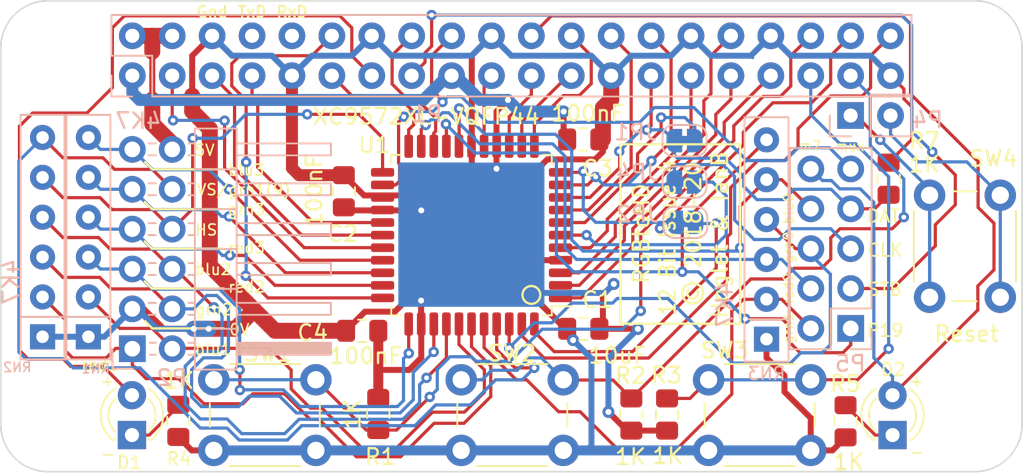
<source format=kicad_pcb>
(kicad_pcb (version 20171130) (host pcbnew 5.1.5+dfsg1-2build2)

  (general
    (thickness 1.6)
    (drawings 70)
    (tracks 868)
    (zones 0)
    (modules 31)
    (nets 54)
  )

  (page A4)
  (layers
    (0 F.Cu signal)
    (31 B.Cu signal)
    (34 B.Paste user hide)
    (35 F.Paste user)
    (36 B.SilkS user hide)
    (37 F.SilkS user)
    (38 B.Mask user hide)
    (39 F.Mask user)
    (40 Dwgs.User user hide)
    (41 Cmts.User user hide)
    (44 Edge.Cuts user)
    (45 Margin user hide)
    (46 B.CrtYd user hide)
    (47 F.CrtYd user)
    (48 B.Fab user hide)
    (49 F.Fab user)
  )

  (setup
    (last_trace_width 0.2032)
    (user_trace_width 0.2032)
    (user_trace_width 0.381)
    (user_trace_width 0.635)
    (user_trace_width 0.762)
    (user_trace_width 0.889)
    (user_trace_width 1.016)
    (user_trace_width 1.143)
    (user_trace_width 1.27)
    (trace_clearance 0.2032)
    (zone_clearance 0.508)
    (zone_45_only yes)
    (trace_min 0.2032)
    (via_size 0.6604)
    (via_drill 0.3048)
    (via_min_size 0.6604)
    (via_min_drill 0.3048)
    (uvia_size 0.6096)
    (uvia_drill 0.3048)
    (uvias_allowed no)
    (uvia_min_size 0)
    (uvia_min_drill 0)
    (edge_width 0.1)
    (segment_width 0.2)
    (pcb_text_width 0.2)
    (pcb_text_size 1.25 1.25)
    (mod_edge_width 0.15)
    (mod_text_size 1 1)
    (mod_text_width 0.15)
    (pad_size 0.8 0.8)
    (pad_drill 0.8)
    (pad_to_mask_clearance 0.15)
    (solder_mask_min_width 0.4)
    (aux_axis_origin 84.402 56.40096)
    (grid_origin 45.002 28.00096)
    (visible_elements 7FFFFFFF)
    (pcbplotparams
      (layerselection 0x010f0_ffffffff)
      (usegerberextensions true)
      (usegerberattributes false)
      (usegerberadvancedattributes false)
      (creategerberjobfile false)
      (excludeedgelayer true)
      (linewidth 0.100000)
      (plotframeref false)
      (viasonmask false)
      (mode 1)
      (useauxorigin false)
      (hpglpennumber 1)
      (hpglpenspeed 20)
      (hpglpendiameter 15.000000)
      (psnegative false)
      (psa4output false)
      (plotreference true)
      (plotvalue false)
      (plotinvisibletext false)
      (padsonsilk false)
      (subtractmaskfromsilk false)
      (outputformat 1)
      (mirror false)
      (drillshape 0)
      (scaleselection 1)
      (outputdirectory "manufacturing/"))
  )

  (net 0 "")
  (net 1 /3V3)
  (net 2 /GPIO19)
  (net 3 /GPIO16)
  (net 4 /GPIO26)
  (net 5 "Net-(P4-Pad1)")
  (net 6 "Net-(P4-Pad2)")
  (net 7 "Net-(D1-Pad1)")
  (net 8 "Net-(D2-Pad1)")
  (net 9 /VCC)
  (net 10 /GND)
  (net 11 /SYNC)
  (net 12 /VSYNC)
  (net 13 /RxD)
  (net 14 /TxD)
  (net 15 /DETECT)
  (net 16 /SPDATA)
  (net 17 /SPCLK)
  (net 18 /CLKEN)
  (net 19 /R1)
  (net 20 /B1)
  (net 21 /G2)
  (net 22 /R2)
  (net 23 /B2)
  (net 24 /R3)
  (net 25 /G3)
  (net 26 /B3)
  (net 27 /B0)
  (net 28 /G0)
  (net 29 /R0)
  (net 30 /G1)
  (net 31 /GPIO27_genlock)
  (net 32 /GPIO25_mode7)
  (net 33 /GPIO0_sp_data)
  (net 34 /GPIO20_sp_clk)
  (net 35 /GPIO1_sp_clken)
  (net 36 /GPIO17_psync)
  (net 37 /GPIO18_Version)
  (net 38 /GPIO22_analog)
  (net 39 /GPIO24_mux)
  (net 40 /GPIO21_clk)
  (net 41 /GPIO2_Q00)
  (net 42 /GPIO3_Q01)
  (net 43 /GPIO4_Q02)
  (net 44 /GPIO10_Q08)
  (net 45 /GPIO9_Q07)
  (net 46 /GPIO11_Q09)
  (net 47 /GPIO8_Q06)
  (net 48 /GPIO7_Q05)
  (net 49 /GPIO5_Q03)
  (net 50 /GPIO6_Q04)
  (net 51 /GPIO12_Q10)
  (net 52 /GPIO13_Q11)
  (net 53 /GPIO23_csync)

  (net_class Default "This is the default net class."
    (clearance 0.2032)
    (trace_width 0.2032)
    (via_dia 0.6604)
    (via_drill 0.3048)
    (uvia_dia 0.6096)
    (uvia_drill 0.3048)
    (diff_pair_width 0.2032)
    (diff_pair_gap 0.25)
    (add_net /B0)
    (add_net /B1)
    (add_net /B2)
    (add_net /B3)
    (add_net /CLKEN)
    (add_net /DETECT)
    (add_net /G0)
    (add_net /G1)
    (add_net /G2)
    (add_net /G3)
    (add_net /GND)
    (add_net /GPIO0_sp_data)
    (add_net /GPIO10_Q08)
    (add_net /GPIO11_Q09)
    (add_net /GPIO12_Q10)
    (add_net /GPIO13_Q11)
    (add_net /GPIO16)
    (add_net /GPIO17_psync)
    (add_net /GPIO18_Version)
    (add_net /GPIO19)
    (add_net /GPIO1_sp_clken)
    (add_net /GPIO20_sp_clk)
    (add_net /GPIO21_clk)
    (add_net /GPIO22_analog)
    (add_net /GPIO23_csync)
    (add_net /GPIO24_mux)
    (add_net /GPIO25_mode7)
    (add_net /GPIO26)
    (add_net /GPIO27_genlock)
    (add_net /GPIO2_Q00)
    (add_net /GPIO3_Q01)
    (add_net /GPIO4_Q02)
    (add_net /GPIO5_Q03)
    (add_net /GPIO6_Q04)
    (add_net /GPIO7_Q05)
    (add_net /GPIO8_Q06)
    (add_net /GPIO9_Q07)
    (add_net /R0)
    (add_net /R1)
    (add_net /R2)
    (add_net /R3)
    (add_net /RxD)
    (add_net /SPCLK)
    (add_net /SPDATA)
    (add_net /SYNC)
    (add_net /TxD)
    (add_net /VCC)
    (add_net /VSYNC)
    (add_net "Net-(D1-Pad1)")
    (add_net "Net-(D2-Pad1)")
    (add_net "Net-(P4-Pad1)")
    (add_net "Net-(P4-Pad2)")
  )

  (net_class Power ""
    (clearance 0.2032)
    (trace_width 0.381)
    (via_dia 0.762)
    (via_drill 0.381)
    (uvia_dia 0.6096)
    (uvia_drill 0.3048)
    (diff_pair_width 0.2032)
    (diff_pair_gap 0.25)
    (add_net /3V3)
  )

  (module Resistor_THT:R_Array_SIP6 (layer B.Cu) (tedit 5A14249F) (tstamp 5F516147)
    (at 64.7378 46.06036 90)
    (descr "6-pin Resistor SIP pack")
    (tags R)
    (path /5F5188A0)
    (fp_text reference RN3 (at -2.1844 0) (layer B.SilkS)
      (effects (font (size 0.8 0.8) (thickness 0.12)) (justify mirror))
    )
    (fp_text value 4K7 (at 2.2094 -2.6608 90) (layer B.SilkS)
      (effects (font (size 1 1) (thickness 0.15)) (justify mirror))
    )
    (fp_text user %R (at -3.3906 -0.2108 180) (layer B.Fab)
      (effects (font (size 1 1) (thickness 0.15)) (justify mirror))
    )
    (fp_line (start -1.29 1.25) (end -1.29 -1.25) (layer B.Fab) (width 0.1))
    (fp_line (start -1.29 -1.25) (end 13.99 -1.25) (layer B.Fab) (width 0.1))
    (fp_line (start 13.99 -1.25) (end 13.99 1.25) (layer B.Fab) (width 0.1))
    (fp_line (start 13.99 1.25) (end -1.29 1.25) (layer B.Fab) (width 0.1))
    (fp_line (start 1.27 1.25) (end 1.27 -1.25) (layer B.Fab) (width 0.1))
    (fp_line (start -1.44 1.4) (end -1.44 -1.4) (layer B.SilkS) (width 0.12))
    (fp_line (start -1.44 -1.4) (end 14.14 -1.4) (layer B.SilkS) (width 0.12))
    (fp_line (start 14.14 -1.4) (end 14.14 1.4) (layer B.SilkS) (width 0.12))
    (fp_line (start 14.14 1.4) (end -1.44 1.4) (layer B.SilkS) (width 0.12))
    (fp_line (start 1.27 1.4) (end 1.27 -1.4) (layer B.SilkS) (width 0.12))
    (fp_line (start -1.7 1.65) (end -1.7 -1.65) (layer B.CrtYd) (width 0.05))
    (fp_line (start -1.7 -1.65) (end 14.4 -1.65) (layer B.CrtYd) (width 0.05))
    (fp_line (start 14.4 -1.65) (end 14.4 1.65) (layer B.CrtYd) (width 0.05))
    (fp_line (start 14.4 1.65) (end -1.7 1.65) (layer B.CrtYd) (width 0.05))
    (pad 1 thru_hole rect (at 0 0 90) (size 1.6 1.6) (drill 0.8) (layers *.Cu *.Mask)
      (net 10 /GND))
    (pad 2 thru_hole oval (at 2.54 0 90) (size 1.6 1.6) (drill 0.8) (layers *.Cu *.Mask)
      (net 30 /G1))
    (pad 3 thru_hole oval (at 5.08 0 90) (size 1.6 1.6) (drill 0.8) (layers *.Cu *.Mask)
      (net 29 /R0))
    (pad 4 thru_hole oval (at 7.62 0 90) (size 1.6 1.6) (drill 0.8) (layers *.Cu *.Mask)
      (net 28 /G0))
    (pad 5 thru_hole oval (at 10.16 0 90) (size 1.6 1.6) (drill 0.8) (layers *.Cu *.Mask)
      (net 27 /B0))
    (pad 6 thru_hole oval (at 12.7 0 90) (size 1.6 1.6) (drill 0.8) (layers *.Cu *.Mask)
      (net 15 /DETECT))
    (model ${KISYS3DMOD}/Resistor_THT.3dshapes/R_Array_SIP6.wrl
      (at (xyz 0 0 0))
      (scale (xyz 1 1 1))
      (rotate (xyz 0 0 0))
    )
  )

  (module Resistor_THT:R_Array_SIP6 (layer B.Cu) (tedit 5A14249F) (tstamp 5E50DA5E)
    (at 21.578 45.90796 90)
    (descr "6-pin Resistor SIP pack")
    (tags R)
    (path /5E59DAE8)
    (fp_text reference RN1 (at -2.032 0.46228 180) (layer B.SilkS)
      (effects (font (size 0.6 0.6) (thickness 0.1)) (justify mirror))
    )
    (fp_text value 4K7 (at 13.757 3.174 180) (layer B.SilkS)
      (effects (font (size 1 1) (thickness 0.15)) (justify mirror))
    )
    (fp_text user %R (at 6.35 0 90) (layer B.Fab)
      (effects (font (size 1 1) (thickness 0.15)) (justify mirror))
    )
    (fp_line (start -1.29 1.25) (end -1.29 -1.25) (layer B.Fab) (width 0.1))
    (fp_line (start -1.29 -1.25) (end 13.99 -1.25) (layer B.Fab) (width 0.1))
    (fp_line (start 13.99 -1.25) (end 13.99 1.25) (layer B.Fab) (width 0.1))
    (fp_line (start 13.99 1.25) (end -1.29 1.25) (layer B.Fab) (width 0.1))
    (fp_line (start 1.27 1.25) (end 1.27 -1.25) (layer B.Fab) (width 0.1))
    (fp_line (start -1.44 1.4) (end -1.44 -1.4) (layer B.SilkS) (width 0.12))
    (fp_line (start -1.44 -1.4) (end 14.14 -1.4) (layer B.SilkS) (width 0.12))
    (fp_line (start 14.14 -1.4) (end 14.14 1.4) (layer B.SilkS) (width 0.12))
    (fp_line (start 14.14 1.4) (end -1.44 1.4) (layer B.SilkS) (width 0.12))
    (fp_line (start 1.27 1.4) (end 1.27 -1.4) (layer B.SilkS) (width 0.12))
    (fp_line (start -1.7 1.65) (end -1.7 -1.65) (layer B.CrtYd) (width 0.05))
    (fp_line (start -1.7 -1.65) (end 14.4 -1.65) (layer B.CrtYd) (width 0.05))
    (fp_line (start 14.4 -1.65) (end 14.4 1.65) (layer B.CrtYd) (width 0.05))
    (fp_line (start 14.4 1.65) (end -1.7 1.65) (layer B.CrtYd) (width 0.05))
    (pad 1 thru_hole rect (at 0 0 90) (size 1.6 1.6) (drill 0.8) (layers *.Cu *.Mask)
      (net 10 /GND))
    (pad 2 thru_hole oval (at 2.54 0 90) (size 1.6 1.6) (drill 0.8) (layers *.Cu *.Mask)
      (net 20 /B1))
    (pad 3 thru_hole oval (at 5.08 0 90) (size 1.6 1.6) (drill 0.8) (layers *.Cu *.Mask)
      (net 22 /R2))
    (pad 4 thru_hole oval (at 7.62 0 90) (size 1.6 1.6) (drill 0.8) (layers *.Cu *.Mask)
      (net 24 /R3))
    (pad 5 thru_hole oval (at 10.16 0 90) (size 1.6 1.6) (drill 0.8) (layers *.Cu *.Mask)
      (net 25 /G3))
    (pad 6 thru_hole oval (at 12.7 0 90) (size 1.6 1.6) (drill 0.8) (layers *.Cu *.Mask)
      (net 26 /B3))
    (model ${KISYS3DMOD}/Resistor_THT.3dshapes/R_Array_SIP6.wrl
      (at (xyz 0 0 0))
      (scale (xyz 1 1 1))
      (rotate (xyz 0 0 0))
    )
  )

  (module Resistor_SMD:R_0805_2012Metric_Pad1.15x1.40mm_HandSolder (layer F.Cu) (tedit 5B36C52B) (tstamp 5DAA7A1F)
    (at 40.0236 50.82656 270)
    (descr "Resistor SMD 0805 (2012 Metric), square (rectangular) end terminal, IPC_7351 nominal with elongated pad for handsoldering. (Body size source: https://docs.google.com/spreadsheets/d/1BsfQQcO9C6DZCsRaXUlFlo91Tg2WpOkGARC1WS5S8t0/edit?usp=sharing), generated with kicad-footprint-generator")
    (tags "resistor handsolder")
    (path /595B6CB3)
    (attr smd)
    (fp_text reference R1 (at 2.7244 -0.1284) (layer F.SilkS)
      (effects (font (size 1 1) (thickness 0.15)))
    )
    (fp_text value 1K (at 0 1.65 90) (layer F.SilkS)
      (effects (font (size 1 1) (thickness 0.15)))
    )
    (fp_text user %R (at 0 0 90) (layer F.Fab)
      (effects (font (size 0.5 0.5) (thickness 0.08)))
    )
    (fp_line (start 1.85 0.95) (end -1.85 0.95) (layer F.CrtYd) (width 0.05))
    (fp_line (start 1.85 -0.95) (end 1.85 0.95) (layer F.CrtYd) (width 0.05))
    (fp_line (start -1.85 -0.95) (end 1.85 -0.95) (layer F.CrtYd) (width 0.05))
    (fp_line (start -1.85 0.95) (end -1.85 -0.95) (layer F.CrtYd) (width 0.05))
    (fp_line (start -0.261252 0.71) (end 0.261252 0.71) (layer F.SilkS) (width 0.12))
    (fp_line (start -0.261252 -0.71) (end 0.261252 -0.71) (layer F.SilkS) (width 0.12))
    (fp_line (start 1 0.6) (end -1 0.6) (layer F.Fab) (width 0.1))
    (fp_line (start 1 -0.6) (end 1 0.6) (layer F.Fab) (width 0.1))
    (fp_line (start -1 -0.6) (end 1 -0.6) (layer F.Fab) (width 0.1))
    (fp_line (start -1 0.6) (end -1 -0.6) (layer F.Fab) (width 0.1))
    (pad 2 smd roundrect (at 1.025 0 270) (size 1.15 1.4) (layers F.Cu F.Paste F.Mask) (roundrect_rratio 0.217391)
      (net 3 /GPIO16))
    (pad 1 smd roundrect (at -1.025 0 270) (size 1.15 1.4) (layers F.Cu F.Paste F.Mask) (roundrect_rratio 0.217391)
      (net 1 /3V3))
    (model ${KISYS3DMOD}/Resistor_SMD.3dshapes/R_0805_2012Metric.wrl
      (at (xyz 0 0 0))
      (scale (xyz 1 1 1))
      (rotate (xyz 0 0 0))
    )
  )

  (module Package_QFP:LQFP-44_10x10mm_P0.8mm (layer F.Cu) (tedit 5C18330E) (tstamp 5DAA7B15)
    (at 45.962 39.43096 180)
    (descr "LQFP, 44 Pin (https://www.nxp.com/files-static/shared/doc/package_info/98ASS23225W.pdf?&fsrch=1), generated with kicad-footprint-generator ipc_gullwing_generator.py")
    (tags "LQFP QFP")
    (path /595A11EC)
    (attr smd)
    (fp_text reference U1 (at 6.1924 5.7404) (layer F.SilkS)
      (effects (font (size 1 1) (thickness 0.15)))
    )
    (fp_text value XC9572XL-VQFP44 (at 2.885 7.555) (layer F.SilkS)
      (effects (font (size 1 1) (thickness 0.15)))
    )
    (fp_line (start 4.535 5.11) (end 5.11 5.11) (layer F.SilkS) (width 0.12))
    (fp_line (start 5.11 5.11) (end 5.11 4.535) (layer F.SilkS) (width 0.12))
    (fp_line (start -4.535 5.11) (end -5.11 5.11) (layer F.SilkS) (width 0.12))
    (fp_line (start -5.11 5.11) (end -5.11 4.535) (layer F.SilkS) (width 0.12))
    (fp_line (start 4.535 -5.11) (end 5.11 -5.11) (layer F.SilkS) (width 0.12))
    (fp_line (start 5.11 -5.11) (end 5.11 -4.535) (layer F.SilkS) (width 0.12))
    (fp_line (start -4.535 -5.11) (end -5.11 -5.11) (layer F.SilkS) (width 0.12))
    (fp_line (start -5.11 -5.11) (end -5.11 -4.535) (layer F.SilkS) (width 0.12))
    (fp_line (start -5.11 -4.535) (end -6.4 -4.535) (layer F.SilkS) (width 0.12))
    (fp_line (start -4 -5) (end 5 -5) (layer F.Fab) (width 0.1))
    (fp_line (start 5 -5) (end 5 5) (layer F.Fab) (width 0.1))
    (fp_line (start 5 5) (end -5 5) (layer F.Fab) (width 0.1))
    (fp_line (start -5 5) (end -5 -4) (layer F.Fab) (width 0.1))
    (fp_line (start -5 -4) (end -4 -5) (layer F.Fab) (width 0.1))
    (fp_line (start 0 -6.65) (end -4.52 -6.65) (layer F.CrtYd) (width 0.05))
    (fp_line (start -4.52 -6.65) (end -4.52 -5.25) (layer F.CrtYd) (width 0.05))
    (fp_line (start -4.52 -5.25) (end -5.25 -5.25) (layer F.CrtYd) (width 0.05))
    (fp_line (start -5.25 -5.25) (end -5.25 -4.52) (layer F.CrtYd) (width 0.05))
    (fp_line (start -5.25 -4.52) (end -6.65 -4.52) (layer F.CrtYd) (width 0.05))
    (fp_line (start -6.65 -4.52) (end -6.65 0) (layer F.CrtYd) (width 0.05))
    (fp_line (start 0 -6.65) (end 4.52 -6.65) (layer F.CrtYd) (width 0.05))
    (fp_line (start 4.52 -6.65) (end 4.52 -5.25) (layer F.CrtYd) (width 0.05))
    (fp_line (start 4.52 -5.25) (end 5.25 -5.25) (layer F.CrtYd) (width 0.05))
    (fp_line (start 5.25 -5.25) (end 5.25 -4.52) (layer F.CrtYd) (width 0.05))
    (fp_line (start 5.25 -4.52) (end 6.65 -4.52) (layer F.CrtYd) (width 0.05))
    (fp_line (start 6.65 -4.52) (end 6.65 0) (layer F.CrtYd) (width 0.05))
    (fp_line (start 0 6.65) (end -4.52 6.65) (layer F.CrtYd) (width 0.05))
    (fp_line (start -4.52 6.65) (end -4.52 5.25) (layer F.CrtYd) (width 0.05))
    (fp_line (start -4.52 5.25) (end -5.25 5.25) (layer F.CrtYd) (width 0.05))
    (fp_line (start -5.25 5.25) (end -5.25 4.52) (layer F.CrtYd) (width 0.05))
    (fp_line (start -5.25 4.52) (end -6.65 4.52) (layer F.CrtYd) (width 0.05))
    (fp_line (start -6.65 4.52) (end -6.65 0) (layer F.CrtYd) (width 0.05))
    (fp_line (start 0 6.65) (end 4.52 6.65) (layer F.CrtYd) (width 0.05))
    (fp_line (start 4.52 6.65) (end 4.52 5.25) (layer F.CrtYd) (width 0.05))
    (fp_line (start 4.52 5.25) (end 5.25 5.25) (layer F.CrtYd) (width 0.05))
    (fp_line (start 5.25 5.25) (end 5.25 4.52) (layer F.CrtYd) (width 0.05))
    (fp_line (start 5.25 4.52) (end 6.65 4.52) (layer F.CrtYd) (width 0.05))
    (fp_line (start 6.65 4.52) (end 6.65 0) (layer F.CrtYd) (width 0.05))
    (fp_text user %R (at 0 0) (layer F.Fab)
      (effects (font (size 1 1) (thickness 0.15)))
    )
    (pad 1 smd roundrect (at -5.6625 -4 180) (size 1.475 0.55) (layers F.Cu F.Paste F.Mask) (roundrect_rratio 0.25)
      (net 52 /GPIO13_Q11))
    (pad 2 smd roundrect (at -5.6625 -3.2 180) (size 1.475 0.55) (layers F.Cu F.Paste F.Mask) (roundrect_rratio 0.25)
      (net 50 /GPIO6_Q04))
    (pad 3 smd roundrect (at -5.6625 -2.4 180) (size 1.475 0.55) (layers F.Cu F.Paste F.Mask) (roundrect_rratio 0.25)
      (net 51 /GPIO12_Q10))
    (pad 4 smd roundrect (at -5.6625 -1.6 180) (size 1.475 0.55) (layers F.Cu F.Paste F.Mask) (roundrect_rratio 0.25)
      (net 10 /GND))
    (pad 5 smd roundrect (at -5.6625 -0.8 180) (size 1.475 0.55) (layers F.Cu F.Paste F.Mask) (roundrect_rratio 0.25)
      (net 49 /GPIO5_Q03))
    (pad 6 smd roundrect (at -5.6625 0 180) (size 1.475 0.55) (layers F.Cu F.Paste F.Mask) (roundrect_rratio 0.25)
      (net 18 /CLKEN))
    (pad 7 smd roundrect (at -5.6625 0.8 180) (size 1.475 0.55) (layers F.Cu F.Paste F.Mask) (roundrect_rratio 0.25)
      (net 16 /SPDATA))
    (pad 8 smd roundrect (at -5.6625 1.6 180) (size 1.475 0.55) (layers F.Cu F.Paste F.Mask) (roundrect_rratio 0.25)
      (net 48 /GPIO7_Q05))
    (pad 9 smd roundrect (at -5.6625 2.4 180) (size 1.475 0.55) (layers F.Cu F.Paste F.Mask) (roundrect_rratio 0.25)
      (net 33 /GPIO0_sp_data))
    (pad 10 smd roundrect (at -5.6625 3.2 180) (size 1.475 0.55) (layers F.Cu F.Paste F.Mask) (roundrect_rratio 0.25)
      (net 35 /GPIO1_sp_clken))
    (pad 11 smd roundrect (at -5.6625 4 180) (size 1.475 0.55) (layers F.Cu F.Paste F.Mask) (roundrect_rratio 0.25)
      (net 34 /GPIO20_sp_clk))
    (pad 12 smd roundrect (at -4 5.6625 180) (size 0.55 1.475) (layers F.Cu F.Paste F.Mask) (roundrect_rratio 0.25)
      (net 47 /GPIO8_Q06))
    (pad 13 smd roundrect (at -3.2 5.6625 180) (size 0.55 1.475) (layers F.Cu F.Paste F.Mask) (roundrect_rratio 0.25)
      (net 46 /GPIO11_Q09))
    (pad 14 smd roundrect (at -2.4 5.6625 180) (size 0.55 1.475) (layers F.Cu F.Paste F.Mask) (roundrect_rratio 0.25)
      (net 45 /GPIO9_Q07))
    (pad 15 smd roundrect (at -1.6 5.6625 180) (size 0.55 1.475) (layers F.Cu F.Paste F.Mask) (roundrect_rratio 0.25)
      (net 1 /3V3))
    (pad 16 smd roundrect (at -0.8 5.6625 180) (size 0.55 1.475) (layers F.Cu F.Paste F.Mask) (roundrect_rratio 0.25)
      (net 44 /GPIO10_Q08))
    (pad 17 smd roundrect (at 0 5.6625 180) (size 0.55 1.475) (layers F.Cu F.Paste F.Mask) (roundrect_rratio 0.25)
      (net 10 /GND))
    (pad 18 smd roundrect (at 0.8 5.6625 180) (size 0.55 1.475) (layers F.Cu F.Paste F.Mask) (roundrect_rratio 0.25)
      (net 27 /B0))
    (pad 19 smd roundrect (at 1.6 5.6625 180) (size 0.55 1.475) (layers F.Cu F.Paste F.Mask) (roundrect_rratio 0.25)
      (net 15 /DETECT))
    (pad 20 smd roundrect (at 2.4 5.6625 180) (size 0.55 1.475) (layers F.Cu F.Paste F.Mask) (roundrect_rratio 0.25)
      (net 53 /GPIO23_csync))
    (pad 21 smd roundrect (at 3.2 5.6625 180) (size 0.55 1.475) (layers F.Cu F.Paste F.Mask) (roundrect_rratio 0.25)
      (net 29 /R0))
    (pad 22 smd roundrect (at 4 5.6625 180) (size 0.55 1.475) (layers F.Cu F.Paste F.Mask) (roundrect_rratio 0.25)
      (net 36 /GPIO17_psync))
    (pad 23 smd roundrect (at 5.6625 4 180) (size 1.475 0.55) (layers F.Cu F.Paste F.Mask) (roundrect_rratio 0.25)
      (net 11 /SYNC))
    (pad 24 smd roundrect (at 5.6625 3.2 180) (size 1.475 0.55) (layers F.Cu F.Paste F.Mask) (roundrect_rratio 0.25)
      (net 39 /GPIO24_mux))
    (pad 25 smd roundrect (at 5.6625 2.4 180) (size 1.475 0.55) (layers F.Cu F.Paste F.Mask) (roundrect_rratio 0.25)
      (net 10 /GND))
    (pad 26 smd roundrect (at 5.6625 1.6 180) (size 1.475 0.55) (layers F.Cu F.Paste F.Mask) (roundrect_rratio 0.25)
      (net 1 /3V3))
    (pad 27 smd roundrect (at 5.6625 0.8 180) (size 1.475 0.55) (layers F.Cu F.Paste F.Mask) (roundrect_rratio 0.25)
      (net 43 /GPIO4_Q02))
    (pad 28 smd roundrect (at 5.6625 0 180) (size 1.475 0.55) (layers F.Cu F.Paste F.Mask) (roundrect_rratio 0.25)
      (net 42 /GPIO3_Q01))
    (pad 29 smd roundrect (at 5.6625 -0.8 180) (size 1.475 0.55) (layers F.Cu F.Paste F.Mask) (roundrect_rratio 0.25)
      (net 41 /GPIO2_Q00))
    (pad 30 smd roundrect (at 5.6625 -1.6 180) (size 1.475 0.55) (layers F.Cu F.Paste F.Mask) (roundrect_rratio 0.25)
      (net 26 /B3))
    (pad 31 smd roundrect (at 5.6625 -2.4 180) (size 1.475 0.55) (layers F.Cu F.Paste F.Mask) (roundrect_rratio 0.25)
      (net 25 /G3))
    (pad 32 smd roundrect (at 5.6625 -3.2 180) (size 1.475 0.55) (layers F.Cu F.Paste F.Mask) (roundrect_rratio 0.25)
      (net 24 /R3))
    (pad 33 smd roundrect (at 5.6625 -4 180) (size 1.475 0.55) (layers F.Cu F.Paste F.Mask) (roundrect_rratio 0.25)
      (net 37 /GPIO18_Version))
    (pad 34 smd roundrect (at 4 -5.6625 180) (size 0.55 1.475) (layers F.Cu F.Paste F.Mask) (roundrect_rratio 0.25)
      (net 22 /R2))
    (pad 35 smd roundrect (at 3.2 -5.6625 180) (size 0.55 1.475) (layers F.Cu F.Paste F.Mask) (roundrect_rratio 0.25)
      (net 1 /3V3))
    (pad 36 smd roundrect (at 2.4 -5.6625 180) (size 0.55 1.475) (layers F.Cu F.Paste F.Mask) (roundrect_rratio 0.25)
      (net 21 /G2))
    (pad 37 smd roundrect (at 1.6 -5.6625 180) (size 0.55 1.475) (layers F.Cu F.Paste F.Mask) (roundrect_rratio 0.25)
      (net 23 /B2))
    (pad 38 smd roundrect (at 0.8 -5.6625 180) (size 0.55 1.475) (layers F.Cu F.Paste F.Mask) (roundrect_rratio 0.25)
      (net 20 /B1))
    (pad 39 smd roundrect (at 0 -5.6625 180) (size 0.55 1.475) (layers F.Cu F.Paste F.Mask) (roundrect_rratio 0.25)
      (net 19 /R1))
    (pad 40 smd roundrect (at -0.8 -5.6625 180) (size 0.55 1.475) (layers F.Cu F.Paste F.Mask) (roundrect_rratio 0.25)
      (net 30 /G1))
    (pad 41 smd roundrect (at -1.6 -5.6625 180) (size 0.55 1.475) (layers F.Cu F.Paste F.Mask) (roundrect_rratio 0.25)
      (net 12 /VSYNC))
    (pad 42 smd roundrect (at -2.4 -5.6625 180) (size 0.55 1.475) (layers F.Cu F.Paste F.Mask) (roundrect_rratio 0.25)
      (net 28 /G0))
    (pad 43 smd roundrect (at -3.2 -5.6625 180) (size 0.55 1.475) (layers F.Cu F.Paste F.Mask) (roundrect_rratio 0.25)
      (net 40 /GPIO21_clk))
    (pad 44 smd roundrect (at -4 -5.6625 180) (size 0.55 1.475) (layers F.Cu F.Paste F.Mask) (roundrect_rratio 0.25)
      (net 17 /SPCLK))
    (model ${KISYS3DMOD}/Package_QFP.3dshapes/LQFP-44_10x10mm_P0.8mm.wrl
      (at (xyz 0 0 0))
      (scale (xyz 1 1 1))
      (rotate (xyz 0 0 0))
    )
  )

  (module RPi_Hat:RPi_Hat_Mounting_Hole locked (layer F.Cu) (tedit 55217CCB) (tstamp 58B743A7)
    (at 19.5 51)
    (descr "Mounting hole, Befestigungsbohrung, 2,7mm, No Annular, Kein Restring,")
    (tags "Mounting hole, Befestigungsbohrung, 2,7mm, No Annular, Kein Restring,")
    (fp_text reference "" (at 0 -4.0005) (layer F.SilkS) hide
      (effects (font (size 1 1) (thickness 0.15)))
    )
    (fp_text value "" (at 0.09906 3.59918) (layer F.Fab) hide
      (effects (font (size 1 1) (thickness 0.15)))
    )
    (fp_circle (center 0 0) (end 1.375 0) (layer F.Fab) (width 0.15))
    (fp_circle (center 0 0) (end 3.1 0) (layer F.Fab) (width 0.15))
    (fp_circle (center 0 0) (end 3.1 0) (layer B.Fab) (width 0.15))
    (fp_circle (center 0 0) (end 1.375 0) (layer B.Fab) (width 0.15))
    (fp_circle (center 0 0) (end 3.1 0) (layer F.CrtYd) (width 0.15))
    (fp_circle (center 0 0) (end 3.1 0) (layer B.CrtYd) (width 0.15))
    (pad "" np_thru_hole circle (at 0 0) (size 2.75 2.75) (drill 2.75) (layers *.Cu *.Mask)
      (solder_mask_margin 1.725) (clearance 1.725))
  )

  (module RPi_Hat:RPi_Hat_Mounting_Hole locked (layer F.Cu) (tedit 55217C7B) (tstamp 5515DEA9)
    (at 77.5 28)
    (descr "Mounting hole, Befestigungsbohrung, 2,7mm, No Annular, Kein Restring,")
    (tags "Mounting hole, Befestigungsbohrung, 2,7mm, No Annular, Kein Restring,")
    (fp_text reference "" (at 0 -4.0005) (layer F.SilkS) hide
      (effects (font (size 1 1) (thickness 0.15)))
    )
    (fp_text value "" (at 0.09906 3.59918) (layer F.Fab) hide
      (effects (font (size 1 1) (thickness 0.15)))
    )
    (fp_circle (center 0 0) (end 1.375 0) (layer F.Fab) (width 0.15))
    (fp_circle (center 0 0) (end 3.1 0) (layer F.Fab) (width 0.15))
    (fp_circle (center 0 0) (end 3.1 0) (layer B.Fab) (width 0.15))
    (fp_circle (center 0 0) (end 1.375 0) (layer B.Fab) (width 0.15))
    (fp_circle (center 0 0) (end 3.1 0) (layer F.CrtYd) (width 0.15))
    (fp_circle (center 0 0) (end 3.1 0) (layer B.CrtYd) (width 0.15))
    (pad "" np_thru_hole circle (at 0 0) (size 2.75 2.75) (drill 2.75) (layers *.Cu *.Mask)
      (solder_mask_margin 1.725) (clearance 1.725))
  )

  (module RPi_Hat:RPi_Hat_Mounting_Hole locked (layer F.Cu) (tedit 55217CCB) (tstamp 55169DC9)
    (at 77.5 51)
    (descr "Mounting hole, Befestigungsbohrung, 2,7mm, No Annular, Kein Restring,")
    (tags "Mounting hole, Befestigungsbohrung, 2,7mm, No Annular, Kein Restring,")
    (fp_text reference "" (at 0 -4.0005) (layer F.SilkS) hide
      (effects (font (size 1 1) (thickness 0.15)))
    )
    (fp_text value "" (at 0.09906 3.59918) (layer F.Fab) hide
      (effects (font (size 1 1) (thickness 0.15)))
    )
    (fp_circle (center 0 0) (end 1.375 0) (layer F.Fab) (width 0.15))
    (fp_circle (center 0 0) (end 3.1 0) (layer F.Fab) (width 0.15))
    (fp_circle (center 0 0) (end 3.1 0) (layer B.Fab) (width 0.15))
    (fp_circle (center 0 0) (end 1.375 0) (layer B.Fab) (width 0.15))
    (fp_circle (center 0 0) (end 3.1 0) (layer F.CrtYd) (width 0.15))
    (fp_circle (center 0 0) (end 3.1 0) (layer B.CrtYd) (width 0.15))
    (pad "" np_thru_hole circle (at 0 0) (size 2.75 2.75) (drill 2.75) (layers *.Cu *.Mask)
      (solder_mask_margin 1.725) (clearance 1.725))
  )

  (module RPi_Hat:RPi_Hat_Mounting_Hole locked (layer F.Cu) (tedit 55217CA2) (tstamp 5515DEBF)
    (at 19.5 28)
    (descr "Mounting hole, Befestigungsbohrung, 2,7mm, No Annular, Kein Restring,")
    (tags "Mounting hole, Befestigungsbohrung, 2,7mm, No Annular, Kein Restring,")
    (fp_text reference "" (at 0 -4.0005) (layer F.SilkS) hide
      (effects (font (size 1 1) (thickness 0.15)))
    )
    (fp_text value "" (at 0.09906 3.59918) (layer F.Fab) hide
      (effects (font (size 1 1) (thickness 0.15)))
    )
    (fp_circle (center 0 0) (end 1.375 0) (layer F.Fab) (width 0.15))
    (fp_circle (center 0 0) (end 3.1 0) (layer F.Fab) (width 0.15))
    (fp_circle (center 0 0) (end 3.1 0) (layer B.Fab) (width 0.15))
    (fp_circle (center 0 0) (end 1.375 0) (layer B.Fab) (width 0.15))
    (fp_circle (center 0 0) (end 3.1 0) (layer F.CrtYd) (width 0.15))
    (fp_circle (center 0 0) (end 3.1 0) (layer B.CrtYd) (width 0.15))
    (pad "" np_thru_hole circle (at 0 0) (size 2.75 2.75) (drill 2.75) (layers *.Cu *.Mask)
      (solder_mask_margin 1.725) (clearance 1.725))
  )

  (module Jumper:SolderJumper-2_P1.3mm_Bridged_RoundedPad1.0x1.5mm (layer B.Cu) (tedit 5C745284) (tstamp 5DAA2F0B)
    (at 59.5712 38.61816)
    (descr "SMD Solder Jumper, 1x1.5mm, rounded Pads, 0.3mm gap, bridged with 1 copper strip")
    (tags "solder jumper open")
    (path /5DAA5395)
    (attr virtual)
    (fp_text reference JP2 (at -3.0442 -0.5172) (layer B.SilkS)
      (effects (font (size 1 1) (thickness 0.15)) (justify mirror))
    )
    (fp_text value SolderJumper_2_Bridged (at -10.7442 0.8828) (layer B.Fab)
      (effects (font (size 1 1) (thickness 0.15)) (justify mirror))
    )
    (fp_arc (start 0.7 0.3) (end 1.4 0.3) (angle 90) (layer B.SilkS) (width 0.12))
    (fp_arc (start 0.7 -0.3) (end 0.7 -1) (angle 90) (layer B.SilkS) (width 0.12))
    (fp_arc (start -0.7 -0.3) (end -1.4 -0.3) (angle 90) (layer B.SilkS) (width 0.12))
    (fp_arc (start -0.7 0.3) (end -0.7 1) (angle 90) (layer B.SilkS) (width 0.12))
    (fp_line (start -1.4 -0.3) (end -1.4 0.3) (layer B.SilkS) (width 0.12))
    (fp_line (start 0.7 -1) (end -0.7 -1) (layer B.SilkS) (width 0.12))
    (fp_line (start 1.4 0.3) (end 1.4 -0.3) (layer B.SilkS) (width 0.12))
    (fp_line (start -0.7 1) (end 0.7 1) (layer B.SilkS) (width 0.12))
    (fp_line (start -1.65 1.25) (end 1.65 1.25) (layer B.CrtYd) (width 0.05))
    (fp_line (start -1.65 1.25) (end -1.65 -1.25) (layer B.CrtYd) (width 0.05))
    (fp_line (start 1.65 -1.25) (end 1.65 1.25) (layer B.CrtYd) (width 0.05))
    (fp_line (start 1.65 -1.25) (end -1.65 -1.25) (layer B.CrtYd) (width 0.05))
    (fp_poly (pts (xy 0.25 0.3) (xy -0.25 0.3) (xy -0.25 -0.3) (xy 0.25 -0.3)) (layer B.Cu) (width 0))
    (pad 2 smd custom (at 0.65 0) (size 1 0.5) (layers B.Cu B.Mask)
      (net 17 /SPCLK) (zone_connect 2)
      (options (clearance outline) (anchor rect))
      (primitives
        (gr_circle (center 0 -0.25) (end 0.5 -0.25) (width 0))
        (gr_circle (center 0 0.25) (end 0.5 0.25) (width 0))
        (gr_poly (pts
           (xy 0 0.75) (xy -0.5 0.75) (xy -0.5 -0.75) (xy 0 -0.75)) (width 0))
      ))
    (pad 1 smd custom (at -0.65 0) (size 1 0.5) (layers B.Cu B.Mask)
      (net 34 /GPIO20_sp_clk) (zone_connect 2)
      (options (clearance outline) (anchor rect))
      (primitives
        (gr_circle (center 0 -0.25) (end 0.5 -0.25) (width 0))
        (gr_circle (center 0 0.25) (end 0.5 0.25) (width 0))
        (gr_poly (pts
           (xy 0 0.75) (xy 0.5 0.75) (xy 0.5 -0.75) (xy 0 -0.75)) (width 0))
      ))
  )

  (module Jumper:SolderJumper-2_P1.3mm_Bridged_RoundedPad1.0x1.5mm (layer B.Cu) (tedit 5C745284) (tstamp 5DAA2F1D)
    (at 59.5204 33.41116)
    (descr "SMD Solder Jumper, 1x1.5mm, rounded Pads, 0.3mm gap, bridged with 1 copper strip")
    (tags "solder jumper open")
    (path /5DAA5F8A)
    (attr virtual)
    (fp_text reference JP1 (at -3.1184 -0.5352) (layer B.SilkS)
      (effects (font (size 1 1) (thickness 0.15)) (justify mirror))
    )
    (fp_text value SolderJumper_2_Bridged (at -10.8184 0.8148) (layer B.Fab)
      (effects (font (size 1 1) (thickness 0.15)) (justify mirror))
    )
    (fp_poly (pts (xy 0.25 0.3) (xy -0.25 0.3) (xy -0.25 -0.3) (xy 0.25 -0.3)) (layer B.Cu) (width 0))
    (fp_line (start 1.65 -1.25) (end -1.65 -1.25) (layer B.CrtYd) (width 0.05))
    (fp_line (start 1.65 -1.25) (end 1.65 1.25) (layer B.CrtYd) (width 0.05))
    (fp_line (start -1.65 1.25) (end -1.65 -1.25) (layer B.CrtYd) (width 0.05))
    (fp_line (start -1.65 1.25) (end 1.65 1.25) (layer B.CrtYd) (width 0.05))
    (fp_line (start -0.7 1) (end 0.7 1) (layer B.SilkS) (width 0.12))
    (fp_line (start 1.4 0.3) (end 1.4 -0.3) (layer B.SilkS) (width 0.12))
    (fp_line (start 0.7 -1) (end -0.7 -1) (layer B.SilkS) (width 0.12))
    (fp_line (start -1.4 -0.3) (end -1.4 0.3) (layer B.SilkS) (width 0.12))
    (fp_arc (start -0.7 0.3) (end -0.7 1) (angle 90) (layer B.SilkS) (width 0.12))
    (fp_arc (start -0.7 -0.3) (end -1.4 -0.3) (angle 90) (layer B.SilkS) (width 0.12))
    (fp_arc (start 0.7 -0.3) (end 0.7 -1) (angle 90) (layer B.SilkS) (width 0.12))
    (fp_arc (start 0.7 0.3) (end 1.4 0.3) (angle 90) (layer B.SilkS) (width 0.12))
    (pad 1 smd custom (at -0.65 0) (size 1 0.5) (layers B.Cu B.Mask)
      (net 33 /GPIO0_sp_data) (zone_connect 2)
      (options (clearance outline) (anchor rect))
      (primitives
        (gr_circle (center 0 -0.25) (end 0.5 -0.25) (width 0))
        (gr_circle (center 0 0.25) (end 0.5 0.25) (width 0))
        (gr_poly (pts
           (xy 0 0.75) (xy 0.5 0.75) (xy 0.5 -0.75) (xy 0 -0.75)) (width 0))
      ))
    (pad 2 smd custom (at 0.65 0) (size 1 0.5) (layers B.Cu B.Mask)
      (net 16 /SPDATA) (zone_connect 2)
      (options (clearance outline) (anchor rect))
      (primitives
        (gr_circle (center 0 -0.25) (end 0.5 -0.25) (width 0))
        (gr_circle (center 0 0.25) (end 0.5 0.25) (width 0))
        (gr_poly (pts
           (xy 0 0.75) (xy -0.5 0.75) (xy -0.5 -0.75) (xy 0 -0.75)) (width 0))
      ))
  )

  (module Jumper:SolderJumper-2_P1.3mm_Bridged_RoundedPad1.0x1.5mm (layer B.Cu) (tedit 5C745284) (tstamp 5DAA2F2F)
    (at 59.5204 36.05276)
    (descr "SMD Solder Jumper, 1x1.5mm, rounded Pads, 0.3mm gap, bridged with 1 copper strip")
    (tags "solder jumper open")
    (path /5DAA6850)
    (attr virtual)
    (fp_text reference JP4 (at -3.0184 -0.6018) (layer B.SilkS)
      (effects (font (size 1 1) (thickness 0.15)) (justify mirror))
    )
    (fp_text value SolderJumper_2_Bridged (at -10.7684 0.6982) (layer B.Fab)
      (effects (font (size 1 1) (thickness 0.15)) (justify mirror))
    )
    (fp_arc (start 0.7 0.3) (end 1.4 0.3) (angle 90) (layer B.SilkS) (width 0.12))
    (fp_arc (start 0.7 -0.3) (end 0.7 -1) (angle 90) (layer B.SilkS) (width 0.12))
    (fp_arc (start -0.7 -0.3) (end -1.4 -0.3) (angle 90) (layer B.SilkS) (width 0.12))
    (fp_arc (start -0.7 0.3) (end -0.7 1) (angle 90) (layer B.SilkS) (width 0.12))
    (fp_line (start -1.4 -0.3) (end -1.4 0.3) (layer B.SilkS) (width 0.12))
    (fp_line (start 0.7 -1) (end -0.7 -1) (layer B.SilkS) (width 0.12))
    (fp_line (start 1.4 0.3) (end 1.4 -0.3) (layer B.SilkS) (width 0.12))
    (fp_line (start -0.7 1) (end 0.7 1) (layer B.SilkS) (width 0.12))
    (fp_line (start -1.65 1.25) (end 1.65 1.25) (layer B.CrtYd) (width 0.05))
    (fp_line (start -1.65 1.25) (end -1.65 -1.25) (layer B.CrtYd) (width 0.05))
    (fp_line (start 1.65 -1.25) (end 1.65 1.25) (layer B.CrtYd) (width 0.05))
    (fp_line (start 1.65 -1.25) (end -1.65 -1.25) (layer B.CrtYd) (width 0.05))
    (fp_poly (pts (xy 0.25 0.3) (xy -0.25 0.3) (xy -0.25 -0.3) (xy 0.25 -0.3)) (layer B.Cu) (width 0))
    (pad 2 smd custom (at 0.65 0) (size 1 0.5) (layers B.Cu B.Mask)
      (net 18 /CLKEN) (zone_connect 2)
      (options (clearance outline) (anchor rect))
      (primitives
        (gr_circle (center 0 -0.25) (end 0.5 -0.25) (width 0))
        (gr_circle (center 0 0.25) (end 0.5 0.25) (width 0))
        (gr_poly (pts
           (xy 0 0.75) (xy -0.5 0.75) (xy -0.5 -0.75) (xy 0 -0.75)) (width 0))
      ))
    (pad 1 smd custom (at -0.65 0) (size 1 0.5) (layers B.Cu B.Mask)
      (net 35 /GPIO1_sp_clken) (zone_connect 2)
      (options (clearance outline) (anchor rect))
      (primitives
        (gr_circle (center 0 -0.25) (end 0.5 -0.25) (width 0))
        (gr_circle (center 0 0.25) (end 0.5 0.25) (width 0))
        (gr_poly (pts
           (xy 0 0.75) (xy 0.5 0.75) (xy 0.5 -0.75) (xy 0 -0.75)) (width 0))
      ))
  )

  (module Capacitor_SMD:C_0805_2012Metric_Pad1.15x1.40mm_HandSolder (layer F.Cu) (tedit 5B36C52B) (tstamp 5DAA79DF)
    (at 53.074 45.39996 180)
    (descr "Capacitor SMD 0805 (2012 Metric), square (rectangular) end terminal, IPC_7351 nominal with elongated pad for handsoldering. (Body size source: https://docs.google.com/spreadsheets/d/1BsfQQcO9C6DZCsRaXUlFlo91Tg2WpOkGARC1WS5S8t0/edit?usp=sharing), generated with kicad-footprint-generator")
    (tags "capacitor handsolder")
    (path /595B5ACB)
    (attr smd)
    (fp_text reference C1 (at -0.903 1.849) (layer F.SilkS)
      (effects (font (size 1 1) (thickness 0.15)))
    )
    (fp_text value 10uF (at -2.178 -1.701) (layer F.SilkS)
      (effects (font (size 1 1) (thickness 0.15)))
    )
    (fp_text user %R (at 0 0) (layer F.Fab)
      (effects (font (size 0.5 0.5) (thickness 0.08)))
    )
    (fp_line (start 1.85 0.95) (end -1.85 0.95) (layer F.CrtYd) (width 0.05))
    (fp_line (start 1.85 -0.95) (end 1.85 0.95) (layer F.CrtYd) (width 0.05))
    (fp_line (start -1.85 -0.95) (end 1.85 -0.95) (layer F.CrtYd) (width 0.05))
    (fp_line (start -1.85 0.95) (end -1.85 -0.95) (layer F.CrtYd) (width 0.05))
    (fp_line (start -0.261252 0.71) (end 0.261252 0.71) (layer F.SilkS) (width 0.12))
    (fp_line (start -0.261252 -0.71) (end 0.261252 -0.71) (layer F.SilkS) (width 0.12))
    (fp_line (start 1 0.6) (end -1 0.6) (layer F.Fab) (width 0.1))
    (fp_line (start 1 -0.6) (end 1 0.6) (layer F.Fab) (width 0.1))
    (fp_line (start -1 -0.6) (end 1 -0.6) (layer F.Fab) (width 0.1))
    (fp_line (start -1 0.6) (end -1 -0.6) (layer F.Fab) (width 0.1))
    (pad 2 smd roundrect (at 1.025 0 180) (size 1.15 1.4) (layers F.Cu F.Paste F.Mask) (roundrect_rratio 0.217391)
      (net 10 /GND))
    (pad 1 smd roundrect (at -1.025 0 180) (size 1.15 1.4) (layers F.Cu F.Paste F.Mask) (roundrect_rratio 0.217391)
      (net 1 /3V3))
    (model ${KISYS3DMOD}/Capacitor_SMD.3dshapes/C_0805_2012Metric.wrl
      (at (xyz 0 0 0))
      (scale (xyz 1 1 1))
      (rotate (xyz 0 0 0))
    )
  )

  (module Capacitor_SMD:C_0805_2012Metric_Pad1.15x1.40mm_HandSolder (layer F.Cu) (tedit 5B36C52B) (tstamp 62603E1F)
    (at 37.834 36.63696 90)
    (descr "Capacitor SMD 0805 (2012 Metric), square (rectangular) end terminal, IPC_7351 nominal with elongated pad for handsoldering. (Body size source: https://docs.google.com/spreadsheets/d/1BsfQQcO9C6DZCsRaXUlFlo91Tg2WpOkGARC1WS5S8t0/edit?usp=sharing), generated with kicad-footprint-generator")
    (tags "capacitor handsolder")
    (path /595A3251)
    (attr smd)
    (fp_text reference C2 (at -2.7178 -0.071) (layer F.SilkS)
      (effects (font (size 1 1) (thickness 0.15)))
    )
    (fp_text value 100nF (at 0.011 -1.882 90) (layer F.SilkS)
      (effects (font (size 1 1) (thickness 0.15)))
    )
    (fp_line (start -1 0.6) (end -1 -0.6) (layer F.Fab) (width 0.1))
    (fp_line (start -1 -0.6) (end 1 -0.6) (layer F.Fab) (width 0.1))
    (fp_line (start 1 -0.6) (end 1 0.6) (layer F.Fab) (width 0.1))
    (fp_line (start 1 0.6) (end -1 0.6) (layer F.Fab) (width 0.1))
    (fp_line (start -0.261252 -0.71) (end 0.261252 -0.71) (layer F.SilkS) (width 0.12))
    (fp_line (start -0.261252 0.71) (end 0.261252 0.71) (layer F.SilkS) (width 0.12))
    (fp_line (start -1.85 0.95) (end -1.85 -0.95) (layer F.CrtYd) (width 0.05))
    (fp_line (start -1.85 -0.95) (end 1.85 -0.95) (layer F.CrtYd) (width 0.05))
    (fp_line (start 1.85 -0.95) (end 1.85 0.95) (layer F.CrtYd) (width 0.05))
    (fp_line (start 1.85 0.95) (end -1.85 0.95) (layer F.CrtYd) (width 0.05))
    (fp_text user %R (at 0 0 90) (layer F.Fab)
      (effects (font (size 0.5 0.5) (thickness 0.08)))
    )
    (pad 1 smd roundrect (at -1.025 0 90) (size 1.15 1.4) (layers F.Cu F.Paste F.Mask) (roundrect_rratio 0.217391)
      (net 1 /3V3))
    (pad 2 smd roundrect (at 1.025 0 90) (size 1.15 1.4) (layers F.Cu F.Paste F.Mask) (roundrect_rratio 0.217391)
      (net 10 /GND))
    (model ${KISYS3DMOD}/Capacitor_SMD.3dshapes/C_0805_2012Metric.wrl
      (at (xyz 0 0 0))
      (scale (xyz 1 1 1))
      (rotate (xyz 0 0 0))
    )
  )

  (module Capacitor_SMD:C_0805_2012Metric_Pad1.15x1.40mm_HandSolder (layer F.Cu) (tedit 5B36C52B) (tstamp 5DAA79FF)
    (at 53.074 33.33496)
    (descr "Capacitor SMD 0805 (2012 Metric), square (rectangular) end terminal, IPC_7351 nominal with elongated pad for handsoldering. (Body size source: https://docs.google.com/spreadsheets/d/1BsfQQcO9C6DZCsRaXUlFlo91Tg2WpOkGARC1WS5S8t0/edit?usp=sharing), generated with kicad-footprint-generator")
    (tags "capacitor handsolder")
    (path /595A31EE)
    (attr smd)
    (fp_text reference C3 (at 0.903 1.841) (layer F.SilkS)
      (effects (font (size 1 1) (thickness 0.15)))
    )
    (fp_text value 100nF (at 0.278 -1.659) (layer F.SilkS)
      (effects (font (size 1 1) (thickness 0.15)))
    )
    (fp_line (start -1 0.6) (end -1 -0.6) (layer F.Fab) (width 0.1))
    (fp_line (start -1 -0.6) (end 1 -0.6) (layer F.Fab) (width 0.1))
    (fp_line (start 1 -0.6) (end 1 0.6) (layer F.Fab) (width 0.1))
    (fp_line (start 1 0.6) (end -1 0.6) (layer F.Fab) (width 0.1))
    (fp_line (start -0.261252 -0.71) (end 0.261252 -0.71) (layer F.SilkS) (width 0.12))
    (fp_line (start -0.261252 0.71) (end 0.261252 0.71) (layer F.SilkS) (width 0.12))
    (fp_line (start -1.85 0.95) (end -1.85 -0.95) (layer F.CrtYd) (width 0.05))
    (fp_line (start -1.85 -0.95) (end 1.85 -0.95) (layer F.CrtYd) (width 0.05))
    (fp_line (start 1.85 -0.95) (end 1.85 0.95) (layer F.CrtYd) (width 0.05))
    (fp_line (start 1.85 0.95) (end -1.85 0.95) (layer F.CrtYd) (width 0.05))
    (fp_text user %R (at 0 0) (layer F.Fab)
      (effects (font (size 0.5 0.5) (thickness 0.08)))
    )
    (pad 1 smd roundrect (at -1.025 0) (size 1.15 1.4) (layers F.Cu F.Paste F.Mask) (roundrect_rratio 0.217391)
      (net 1 /3V3))
    (pad 2 smd roundrect (at 1.025 0) (size 1.15 1.4) (layers F.Cu F.Paste F.Mask) (roundrect_rratio 0.217391)
      (net 10 /GND))
    (model ${KISYS3DMOD}/Capacitor_SMD.3dshapes/C_0805_2012Metric.wrl
      (at (xyz 0 0 0))
      (scale (xyz 1 1 1))
      (rotate (xyz 0 0 0))
    )
  )

  (module Capacitor_SMD:C_0805_2012Metric_Pad1.15x1.40mm_HandSolder (layer F.Cu) (tedit 5B36C52B) (tstamp 5DAA7A0F)
    (at 39.0024 45.52696 180)
    (descr "Capacitor SMD 0805 (2012 Metric), square (rectangular) end terminal, IPC_7351 nominal with elongated pad for handsoldering. (Body size source: https://docs.google.com/spreadsheets/d/1BsfQQcO9C6DZCsRaXUlFlo91Tg2WpOkGARC1WS5S8t0/edit?usp=sharing), generated with kicad-footprint-generator")
    (tags "capacitor handsolder")
    (path /595A3174)
    (attr smd)
    (fp_text reference C4 (at 3.1496 -0.127) (layer F.SilkS)
      (effects (font (size 1 1) (thickness 0.15)))
    )
    (fp_text value 100nF (at -0.2246 -1.599) (layer F.SilkS)
      (effects (font (size 1 1) (thickness 0.15)))
    )
    (fp_line (start -1 0.6) (end -1 -0.6) (layer F.Fab) (width 0.1))
    (fp_line (start -1 -0.6) (end 1 -0.6) (layer F.Fab) (width 0.1))
    (fp_line (start 1 -0.6) (end 1 0.6) (layer F.Fab) (width 0.1))
    (fp_line (start 1 0.6) (end -1 0.6) (layer F.Fab) (width 0.1))
    (fp_line (start -0.261252 -0.71) (end 0.261252 -0.71) (layer F.SilkS) (width 0.12))
    (fp_line (start -0.261252 0.71) (end 0.261252 0.71) (layer F.SilkS) (width 0.12))
    (fp_line (start -1.85 0.95) (end -1.85 -0.95) (layer F.CrtYd) (width 0.05))
    (fp_line (start -1.85 -0.95) (end 1.85 -0.95) (layer F.CrtYd) (width 0.05))
    (fp_line (start 1.85 -0.95) (end 1.85 0.95) (layer F.CrtYd) (width 0.05))
    (fp_line (start 1.85 0.95) (end -1.85 0.95) (layer F.CrtYd) (width 0.05))
    (fp_text user %R (at 0 0) (layer F.Fab)
      (effects (font (size 0.5 0.5) (thickness 0.08)))
    )
    (pad 1 smd roundrect (at -1.025 0 180) (size 1.15 1.4) (layers F.Cu F.Paste F.Mask) (roundrect_rratio 0.217391)
      (net 1 /3V3))
    (pad 2 smd roundrect (at 1.025 0 180) (size 1.15 1.4) (layers F.Cu F.Paste F.Mask) (roundrect_rratio 0.217391)
      (net 10 /GND))
    (model ${KISYS3DMOD}/Capacitor_SMD.3dshapes/C_0805_2012Metric.wrl
      (at (xyz 0 0 0))
      (scale (xyz 1 1 1))
      (rotate (xyz 0 0 0))
    )
  )

  (module Resistor_SMD:R_0805_2012Metric_Pad1.15x1.40mm_HandSolder (layer F.Cu) (tedit 5B36C52B) (tstamp 5DAA7A2F)
    (at 56.1347 50.86096 90)
    (descr "Resistor SMD 0805 (2012 Metric), square (rectangular) end terminal, IPC_7351 nominal with elongated pad for handsoldering. (Body size source: https://docs.google.com/spreadsheets/d/1BsfQQcO9C6DZCsRaXUlFlo91Tg2WpOkGARC1WS5S8t0/edit?usp=sharing), generated with kicad-footprint-generator")
    (tags "resistor handsolder")
    (path /595B744A)
    (attr smd)
    (fp_text reference R2 (at 2.49 -0.0527) (layer F.SilkS)
      (effects (font (size 1 1) (thickness 0.15)))
    )
    (fp_text value 1K (at -2.69 -0.0577 180) (layer F.SilkS)
      (effects (font (size 1 1) (thickness 0.15)))
    )
    (fp_text user %R (at 0 0 90) (layer F.Fab)
      (effects (font (size 0.5 0.5) (thickness 0.08)))
    )
    (fp_line (start 1.85 0.95) (end -1.85 0.95) (layer F.CrtYd) (width 0.05))
    (fp_line (start 1.85 -0.95) (end 1.85 0.95) (layer F.CrtYd) (width 0.05))
    (fp_line (start -1.85 -0.95) (end 1.85 -0.95) (layer F.CrtYd) (width 0.05))
    (fp_line (start -1.85 0.95) (end -1.85 -0.95) (layer F.CrtYd) (width 0.05))
    (fp_line (start -0.261252 0.71) (end 0.261252 0.71) (layer F.SilkS) (width 0.12))
    (fp_line (start -0.261252 -0.71) (end 0.261252 -0.71) (layer F.SilkS) (width 0.12))
    (fp_line (start 1 0.6) (end -1 0.6) (layer F.Fab) (width 0.1))
    (fp_line (start 1 -0.6) (end 1 0.6) (layer F.Fab) (width 0.1))
    (fp_line (start -1 -0.6) (end 1 -0.6) (layer F.Fab) (width 0.1))
    (fp_line (start -1 0.6) (end -1 -0.6) (layer F.Fab) (width 0.1))
    (pad 2 smd roundrect (at 1.025 0 90) (size 1.15 1.4) (layers F.Cu F.Paste F.Mask) (roundrect_rratio 0.217391)
      (net 4 /GPIO26))
    (pad 1 smd roundrect (at -1.025 0 90) (size 1.15 1.4) (layers F.Cu F.Paste F.Mask) (roundrect_rratio 0.217391)
      (net 1 /3V3))
    (model ${KISYS3DMOD}/Resistor_SMD.3dshapes/R_0805_2012Metric.wrl
      (at (xyz 0 0 0))
      (scale (xyz 1 1 1))
      (rotate (xyz 0 0 0))
    )
  )

  (module Resistor_SMD:R_0805_2012Metric_Pad1.15x1.40mm_HandSolder (layer F.Cu) (tedit 5B36C52B) (tstamp 5DAA7A3F)
    (at 58.408 50.86096 90)
    (descr "Resistor SMD 0805 (2012 Metric), square (rectangular) end terminal, IPC_7351 nominal with elongated pad for handsoldering. (Body size source: https://docs.google.com/spreadsheets/d/1BsfQQcO9C6DZCsRaXUlFlo91Tg2WpOkGARC1WS5S8t0/edit?usp=sharing), generated with kicad-footprint-generator")
    (tags "resistor handsolder")
    (path /595B74A8)
    (attr smd)
    (fp_text reference R3 (at 2.5019 -0.046) (layer F.SilkS)
      (effects (font (size 1 1) (thickness 0.15)))
    )
    (fp_text value 1K (at -2.64 0.044 180) (layer F.SilkS)
      (effects (font (size 1 1) (thickness 0.15)))
    )
    (fp_text user %R (at 0 0 90) (layer F.Fab)
      (effects (font (size 0.5 0.5) (thickness 0.08)))
    )
    (fp_line (start 1.85 0.95) (end -1.85 0.95) (layer F.CrtYd) (width 0.05))
    (fp_line (start 1.85 -0.95) (end 1.85 0.95) (layer F.CrtYd) (width 0.05))
    (fp_line (start -1.85 -0.95) (end 1.85 -0.95) (layer F.CrtYd) (width 0.05))
    (fp_line (start -1.85 0.95) (end -1.85 -0.95) (layer F.CrtYd) (width 0.05))
    (fp_line (start -0.261252 0.71) (end 0.261252 0.71) (layer F.SilkS) (width 0.12))
    (fp_line (start -0.261252 -0.71) (end 0.261252 -0.71) (layer F.SilkS) (width 0.12))
    (fp_line (start 1 0.6) (end -1 0.6) (layer F.Fab) (width 0.1))
    (fp_line (start 1 -0.6) (end 1 0.6) (layer F.Fab) (width 0.1))
    (fp_line (start -1 -0.6) (end 1 -0.6) (layer F.Fab) (width 0.1))
    (fp_line (start -1 0.6) (end -1 -0.6) (layer F.Fab) (width 0.1))
    (pad 2 smd roundrect (at 1.025 0 90) (size 1.15 1.4) (layers F.Cu F.Paste F.Mask) (roundrect_rratio 0.217391)
      (net 2 /GPIO19))
    (pad 1 smd roundrect (at -1.025 0 90) (size 1.15 1.4) (layers F.Cu F.Paste F.Mask) (roundrect_rratio 0.217391)
      (net 1 /3V3))
    (model ${KISYS3DMOD}/Resistor_SMD.3dshapes/R_0805_2012Metric.wrl
      (at (xyz 0 0 0))
      (scale (xyz 1 1 1))
      (rotate (xyz 0 0 0))
    )
  )

  (module Resistor_SMD:R_0805_2012Metric_Pad1.15x1.40mm_HandSolder (layer F.Cu) (tedit 5B36C52B) (tstamp 5DAA7A4F)
    (at 27.2982 51.26736 270)
    (descr "Resistor SMD 0805 (2012 Metric), square (rectangular) end terminal, IPC_7351 nominal with elongated pad for handsoldering. (Body size source: https://docs.google.com/spreadsheets/d/1BsfQQcO9C6DZCsRaXUlFlo91Tg2WpOkGARC1WS5S8t0/edit?usp=sharing), generated with kicad-footprint-generator")
    (tags "resistor handsolder")
    (path /5B15A7CF)
    (attr smd)
    (fp_text reference R4 (at 2.42 -0.04) (layer F.SilkS)
      (effects (font (size 0.8 0.8) (thickness 0.12)))
    )
    (fp_text value 1K (at -2.5664 -0.0288 180) (layer F.SilkS)
      (effects (font (size 1 1) (thickness 0.15)))
    )
    (fp_text user %R (at 0 0 90) (layer F.Fab)
      (effects (font (size 0.5 0.5) (thickness 0.08)))
    )
    (fp_line (start 1.85 0.95) (end -1.85 0.95) (layer F.CrtYd) (width 0.05))
    (fp_line (start 1.85 -0.95) (end 1.85 0.95) (layer F.CrtYd) (width 0.05))
    (fp_line (start -1.85 -0.95) (end 1.85 -0.95) (layer F.CrtYd) (width 0.05))
    (fp_line (start -1.85 0.95) (end -1.85 -0.95) (layer F.CrtYd) (width 0.05))
    (fp_line (start -0.261252 0.71) (end 0.261252 0.71) (layer F.SilkS) (width 0.12))
    (fp_line (start -0.261252 -0.71) (end 0.261252 -0.71) (layer F.SilkS) (width 0.12))
    (fp_line (start 1 0.6) (end -1 0.6) (layer F.Fab) (width 0.1))
    (fp_line (start 1 -0.6) (end 1 0.6) (layer F.Fab) (width 0.1))
    (fp_line (start -1 -0.6) (end 1 -0.6) (layer F.Fab) (width 0.1))
    (fp_line (start -1 0.6) (end -1 -0.6) (layer F.Fab) (width 0.1))
    (pad 2 smd roundrect (at 1.025 0 270) (size 1.15 1.4) (layers F.Cu F.Paste F.Mask) (roundrect_rratio 0.217391)
      (net 10 /GND))
    (pad 1 smd roundrect (at -1.025 0 270) (size 1.15 1.4) (layers F.Cu F.Paste F.Mask) (roundrect_rratio 0.217391)
      (net 7 "Net-(D1-Pad1)"))
    (model ${KISYS3DMOD}/Resistor_SMD.3dshapes/R_0805_2012Metric.wrl
      (at (xyz 0 0 0))
      (scale (xyz 1 1 1))
      (rotate (xyz 0 0 0))
    )
  )

  (module Resistor_SMD:R_0805_2012Metric_Pad1.15x1.40mm_HandSolder (layer F.Cu) (tedit 5B36C52B) (tstamp 5DAA7A5F)
    (at 69.767 51.29276 270)
    (descr "Resistor SMD 0805 (2012 Metric), square (rectangular) end terminal, IPC_7351 nominal with elongated pad for handsoldering. (Body size source: https://docs.google.com/spreadsheets/d/1BsfQQcO9C6DZCsRaXUlFlo91Tg2WpOkGARC1WS5S8t0/edit?usp=sharing), generated with kicad-footprint-generator")
    (tags "resistor handsolder")
    (path /5B159FA8)
    (attr smd)
    (fp_text reference R5 (at -2.39268 0.01016) (layer F.SilkS)
      (effects (font (size 1 1) (thickness 0.15)))
    )
    (fp_text value 1K (at 2.5832 -0.21 180) (layer F.SilkS)
      (effects (font (size 1 1) (thickness 0.15)))
    )
    (fp_line (start -1 0.6) (end -1 -0.6) (layer F.Fab) (width 0.1))
    (fp_line (start -1 -0.6) (end 1 -0.6) (layer F.Fab) (width 0.1))
    (fp_line (start 1 -0.6) (end 1 0.6) (layer F.Fab) (width 0.1))
    (fp_line (start 1 0.6) (end -1 0.6) (layer F.Fab) (width 0.1))
    (fp_line (start -0.261252 -0.71) (end 0.261252 -0.71) (layer F.SilkS) (width 0.12))
    (fp_line (start -0.261252 0.71) (end 0.261252 0.71) (layer F.SilkS) (width 0.12))
    (fp_line (start -1.85 0.95) (end -1.85 -0.95) (layer F.CrtYd) (width 0.05))
    (fp_line (start -1.85 -0.95) (end 1.85 -0.95) (layer F.CrtYd) (width 0.05))
    (fp_line (start 1.85 -0.95) (end 1.85 0.95) (layer F.CrtYd) (width 0.05))
    (fp_line (start 1.85 0.95) (end -1.85 0.95) (layer F.CrtYd) (width 0.05))
    (fp_text user %R (at 0 0 90) (layer F.Fab)
      (effects (font (size 0.5 0.5) (thickness 0.08)))
    )
    (pad 1 smd roundrect (at -1.025 0 270) (size 1.15 1.4) (layers F.Cu F.Paste F.Mask) (roundrect_rratio 0.217391)
      (net 8 "Net-(D2-Pad1)"))
    (pad 2 smd roundrect (at 1.025 0 270) (size 1.15 1.4) (layers F.Cu F.Paste F.Mask) (roundrect_rratio 0.217391)
      (net 10 /GND))
    (model ${KISYS3DMOD}/Resistor_SMD.3dshapes/R_0805_2012Metric.wrl
      (at (xyz 0 0 0))
      (scale (xyz 1 1 1))
      (rotate (xyz 0 0 0))
    )
  )

  (module Button_Switch_THT:SW_PUSH_6mm_H5mm (layer F.Cu) (tedit 5A02FE31) (tstamp 5DAA7A9D)
    (at 36.056 53.14696 180)
    (descr "tactile push button, 6x6mm e.g. PHAP33xx series, height=5mm")
    (tags "tact sw push 6mm")
    (path /595B68BB)
    (fp_text reference SW1 (at 3.054 6.176) (layer F.SilkS)
      (effects (font (size 1 1) (thickness 0.15)))
    )
    (fp_text value SW_PUSH (at 3.304 1.921) (layer F.Fab)
      (effects (font (size 1 1) (thickness 0.15)))
    )
    (fp_circle (center 3.25 2.25) (end 1.25 2.5) (layer F.Fab) (width 0.1))
    (fp_line (start 6.75 3) (end 6.75 1.5) (layer F.SilkS) (width 0.12))
    (fp_line (start 5.5 -1) (end 1 -1) (layer F.SilkS) (width 0.12))
    (fp_line (start -0.25 1.5) (end -0.25 3) (layer F.SilkS) (width 0.12))
    (fp_line (start 1 5.5) (end 5.5 5.5) (layer F.SilkS) (width 0.12))
    (fp_line (start 8 -1.25) (end 8 5.75) (layer F.CrtYd) (width 0.05))
    (fp_line (start 7.75 6) (end -1.25 6) (layer F.CrtYd) (width 0.05))
    (fp_line (start -1.5 5.75) (end -1.5 -1.25) (layer F.CrtYd) (width 0.05))
    (fp_line (start -1.25 -1.5) (end 7.75 -1.5) (layer F.CrtYd) (width 0.05))
    (fp_line (start -1.5 6) (end -1.25 6) (layer F.CrtYd) (width 0.05))
    (fp_line (start -1.5 5.75) (end -1.5 6) (layer F.CrtYd) (width 0.05))
    (fp_line (start -1.5 -1.5) (end -1.25 -1.5) (layer F.CrtYd) (width 0.05))
    (fp_line (start -1.5 -1.25) (end -1.5 -1.5) (layer F.CrtYd) (width 0.05))
    (fp_line (start 8 -1.5) (end 8 -1.25) (layer F.CrtYd) (width 0.05))
    (fp_line (start 7.75 -1.5) (end 8 -1.5) (layer F.CrtYd) (width 0.05))
    (fp_line (start 8 6) (end 8 5.75) (layer F.CrtYd) (width 0.05))
    (fp_line (start 7.75 6) (end 8 6) (layer F.CrtYd) (width 0.05))
    (fp_line (start 0.25 -0.75) (end 3.25 -0.75) (layer F.Fab) (width 0.1))
    (fp_line (start 0.25 5.25) (end 0.25 -0.75) (layer F.Fab) (width 0.1))
    (fp_line (start 6.25 5.25) (end 0.25 5.25) (layer F.Fab) (width 0.1))
    (fp_line (start 6.25 -0.75) (end 6.25 5.25) (layer F.Fab) (width 0.1))
    (fp_line (start 3.25 -0.75) (end 6.25 -0.75) (layer F.Fab) (width 0.1))
    (fp_text user %R (at 3.229 3.646) (layer F.Fab)
      (effects (font (size 1 1) (thickness 0.15)))
    )
    (pad 1 thru_hole circle (at 6.5 0 270) (size 2 2) (drill 1.1) (layers *.Cu *.Mask)
      (net 10 /GND))
    (pad 2 thru_hole circle (at 6.5 4.5 270) (size 2 2) (drill 1.1) (layers *.Cu *.Mask)
      (net 3 /GPIO16))
    (pad 1 thru_hole circle (at 0 0 270) (size 2 2) (drill 1.1) (layers *.Cu *.Mask)
      (net 10 /GND))
    (pad 2 thru_hole circle (at 0 4.5 270) (size 2 2) (drill 1.1) (layers *.Cu *.Mask)
      (net 3 /GPIO16))
    (model ${KISYS3DMOD}/Button_Switch_THT.3dshapes/SW_PUSH_6mm_H5mm.wrl
      (at (xyz 0 0 0))
      (scale (xyz 1 1 1))
      (rotate (xyz 0 0 0))
    )
  )

  (module Button_Switch_THT:SW_PUSH_6mm_H5mm (layer F.Cu) (tedit 5DEC1AD4) (tstamp 5DAA7ABB)
    (at 51.804 53.14696 180)
    (descr "tactile push button, 6x6mm e.g. PHAP33xx series, height=5mm")
    (tags "tact sw push 6mm")
    (path /595B6852)
    (fp_text reference SW2 (at 3.262 6.186) (layer F.SilkS)
      (effects (font (size 1 1) (thickness 0.15)))
    )
    (fp_text value SW_PUSH (at 3.277 1.996) (layer F.Fab)
      (effects (font (size 1 1) (thickness 0.15)))
    )
    (fp_text user %R (at 3.127 3.946) (layer F.Fab)
      (effects (font (size 1 1) (thickness 0.15)))
    )
    (fp_line (start 3.25 -0.75) (end 6.25 -0.75) (layer F.Fab) (width 0.1))
    (fp_line (start 6.25 -0.75) (end 6.25 5.25) (layer F.Fab) (width 0.1))
    (fp_line (start 6.25 5.25) (end 0.25 5.25) (layer F.Fab) (width 0.1))
    (fp_line (start 0.25 5.25) (end 0.25 -0.75) (layer F.Fab) (width 0.1))
    (fp_line (start 0.25 -0.75) (end 3.25 -0.75) (layer F.Fab) (width 0.1))
    (fp_line (start 7.75 6) (end 8 6) (layer F.CrtYd) (width 0.05))
    (fp_line (start 8 6) (end 8 5.75) (layer F.CrtYd) (width 0.05))
    (fp_line (start 7.75 -1.5) (end 8 -1.5) (layer F.CrtYd) (width 0.05))
    (fp_line (start 8 -1.5) (end 8 -1.25) (layer F.CrtYd) (width 0.05))
    (fp_line (start -1.5 -1.25) (end -1.5 -1.5) (layer F.CrtYd) (width 0.05))
    (fp_line (start -1.5 -1.5) (end -1.25 -1.5) (layer F.CrtYd) (width 0.05))
    (fp_line (start -1.5 5.75) (end -1.5 6) (layer F.CrtYd) (width 0.05))
    (fp_line (start -1.5 6) (end -1.25 6) (layer F.CrtYd) (width 0.05))
    (fp_line (start -1.25 -1.5) (end 7.75 -1.5) (layer F.CrtYd) (width 0.05))
    (fp_line (start -1.5 5.75) (end -1.5 -1.25) (layer F.CrtYd) (width 0.05))
    (fp_line (start 7.75 6) (end -1.25 6) (layer F.CrtYd) (width 0.05))
    (fp_line (start 8 -1.25) (end 8 5.75) (layer F.CrtYd) (width 0.05))
    (fp_line (start 1 5.5) (end 5.5 5.5) (layer F.SilkS) (width 0.12))
    (fp_line (start -0.25 1.5) (end -0.25 3) (layer F.SilkS) (width 0.12))
    (fp_line (start 5.5 -1) (end 1 -1) (layer F.SilkS) (width 0.12))
    (fp_line (start 6.75 3) (end 6.75 1.5) (layer F.SilkS) (width 0.12))
    (fp_circle (center 3.25 2.25) (end 1.25 2.5) (layer F.Fab) (width 0.1))
    (pad 2 thru_hole circle (at 0 4.5 270) (size 2 2) (drill 1.1) (layers *.Cu *.Mask)
      (net 4 /GPIO26))
    (pad 1 thru_hole circle (at 0 0 270) (size 2 2) (drill 1.1) (layers *.Cu *.Mask)
      (net 10 /GND))
    (pad 2 thru_hole circle (at 6.5 4.5 270) (size 2 2) (drill 1.1) (layers *.Cu *.Mask)
      (net 4 /GPIO26))
    (pad 1 thru_hole circle (at 6.5 0 270) (size 2 2) (drill 1.1) (layers *.Cu *.Mask)
      (net 10 /GND))
    (model ${KISYS3DMOD}/Button_Switch_THT.3dshapes/SW_PUSH_6mm_H5mm.wrl
      (at (xyz 0 0 0))
      (scale (xyz 1 1 1))
      (rotate (xyz 0 0 0))
    )
  )

  (module Button_Switch_THT:SW_PUSH_6mm_H5mm (layer F.Cu) (tedit 5DEC2573) (tstamp 5DAA7AD9)
    (at 67.552 53.14696 180)
    (descr "tactile push button, 6x6mm e.g. PHAP33xx series, height=5mm")
    (tags "tact sw push 6mm")
    (path /595B6785)
    (fp_text reference SW3 (at 5.4812 6.3754) (layer F.SilkS)
      (effects (font (size 1 1) (thickness 0.15)))
    )
    (fp_text value SW_PUSH (at 3.225 2.071) (layer F.Fab)
      (effects (font (size 1 1) (thickness 0.15)))
    )
    (fp_text user %R (at 3.275 3.996) (layer F.Fab)
      (effects (font (size 1 1) (thickness 0.15)))
    )
    (fp_line (start 3.25 -0.75) (end 6.25 -0.75) (layer F.Fab) (width 0.1))
    (fp_line (start 6.25 -0.75) (end 6.25 5.25) (layer F.Fab) (width 0.1))
    (fp_line (start 6.25 5.25) (end 0.25 5.25) (layer F.Fab) (width 0.1))
    (fp_line (start 0.25 5.25) (end 0.25 -0.75) (layer F.Fab) (width 0.1))
    (fp_line (start 0.25 -0.75) (end 3.25 -0.75) (layer F.Fab) (width 0.1))
    (fp_line (start 7.75 6) (end 8 6) (layer F.CrtYd) (width 0.05))
    (fp_line (start 8 6) (end 8 5.75) (layer F.CrtYd) (width 0.05))
    (fp_line (start 7.75 -1.5) (end 8 -1.5) (layer F.CrtYd) (width 0.05))
    (fp_line (start 8 -1.5) (end 8 -1.25) (layer F.CrtYd) (width 0.05))
    (fp_line (start -1.5 -1.25) (end -1.5 -1.5) (layer F.CrtYd) (width 0.05))
    (fp_line (start -1.5 -1.5) (end -1.25 -1.5) (layer F.CrtYd) (width 0.05))
    (fp_line (start -1.5 5.75) (end -1.5 6) (layer F.CrtYd) (width 0.05))
    (fp_line (start -1.5 6) (end -1.25 6) (layer F.CrtYd) (width 0.05))
    (fp_line (start -1.25 -1.5) (end 7.75 -1.5) (layer F.CrtYd) (width 0.05))
    (fp_line (start -1.5 5.75) (end -1.5 -1.25) (layer F.CrtYd) (width 0.05))
    (fp_line (start 7.75 6) (end -1.25 6) (layer F.CrtYd) (width 0.05))
    (fp_line (start 8 -1.25) (end 8 5.75) (layer F.CrtYd) (width 0.05))
    (fp_line (start 1 5.5) (end 5.5 5.5) (layer F.SilkS) (width 0.12))
    (fp_line (start -0.25 1.5) (end -0.25 3) (layer F.SilkS) (width 0.12))
    (fp_line (start 5.5 -1) (end 1 -1) (layer F.SilkS) (width 0.12))
    (fp_line (start 6.75 3) (end 6.75 1.5) (layer F.SilkS) (width 0.12))
    (fp_circle (center 3.25 2.25) (end 1.25 2.5) (layer F.Fab) (width 0.1))
    (pad 2 thru_hole circle (at 0 4.5 270) (size 2 2) (drill 1.1) (layers *.Cu *.Mask)
      (net 2 /GPIO19))
    (pad 1 thru_hole circle (at 0 0 270) (size 2 2) (drill 1.1) (layers *.Cu *.Mask)
      (net 10 /GND))
    (pad 2 thru_hole circle (at 6.5 4.5 270) (size 2 2) (drill 1.1) (layers *.Cu *.Mask)
      (net 2 /GPIO19))
    (pad 1 thru_hole circle (at 6.5 0 270) (size 2 2) (drill 1.1) (layers *.Cu *.Mask)
      (net 10 /GND))
    (model ${KISYS3DMOD}/Button_Switch_THT.3dshapes/SW_PUSH_6mm_H5mm.wrl
      (at (xyz 0 0 0))
      (scale (xyz 1 1 1))
      (rotate (xyz 0 0 0))
    )
  )

  (module Button_Switch_THT:SW_PUSH_6mm_H5mm (layer F.Cu) (tedit 5A02FE31) (tstamp 5DAA7AF7)
    (at 79.617 36.89096 270)
    (descr "tactile push button, 6x6mm e.g. PHAP33xx series, height=5mm")
    (tags "tact sw push 6mm")
    (path /595B7AD4)
    (fp_text reference SW4 (at -2.34 0.44) (layer F.SilkS)
      (effects (font (size 1 1) (thickness 0.15)))
    )
    (fp_text value SW_PUSH (at 3.585 2.59 90) (layer F.Fab)
      (effects (font (size 1 1) (thickness 0.15)))
    )
    (fp_circle (center 3.25 2.25) (end 1.25 2.5) (layer F.Fab) (width 0.1))
    (fp_line (start 6.75 3) (end 6.75 1.5) (layer F.SilkS) (width 0.12))
    (fp_line (start 5.5 -1) (end 1 -1) (layer F.SilkS) (width 0.12))
    (fp_line (start -0.25 1.5) (end -0.25 3) (layer F.SilkS) (width 0.12))
    (fp_line (start 1 5.5) (end 5.5 5.5) (layer F.SilkS) (width 0.12))
    (fp_line (start 8 -1.25) (end 8 5.75) (layer F.CrtYd) (width 0.05))
    (fp_line (start 7.75 6) (end -1.25 6) (layer F.CrtYd) (width 0.05))
    (fp_line (start -1.5 5.75) (end -1.5 -1.25) (layer F.CrtYd) (width 0.05))
    (fp_line (start -1.25 -1.5) (end 7.75 -1.5) (layer F.CrtYd) (width 0.05))
    (fp_line (start -1.5 6) (end -1.25 6) (layer F.CrtYd) (width 0.05))
    (fp_line (start -1.5 5.75) (end -1.5 6) (layer F.CrtYd) (width 0.05))
    (fp_line (start -1.5 -1.5) (end -1.25 -1.5) (layer F.CrtYd) (width 0.05))
    (fp_line (start -1.5 -1.25) (end -1.5 -1.5) (layer F.CrtYd) (width 0.05))
    (fp_line (start 8 -1.5) (end 8 -1.25) (layer F.CrtYd) (width 0.05))
    (fp_line (start 7.75 -1.5) (end 8 -1.5) (layer F.CrtYd) (width 0.05))
    (fp_line (start 8 6) (end 8 5.75) (layer F.CrtYd) (width 0.05))
    (fp_line (start 7.75 6) (end 8 6) (layer F.CrtYd) (width 0.05))
    (fp_line (start 0.25 -0.75) (end 3.25 -0.75) (layer F.Fab) (width 0.1))
    (fp_line (start 0.25 5.25) (end 0.25 -0.75) (layer F.Fab) (width 0.1))
    (fp_line (start 6.25 5.25) (end 0.25 5.25) (layer F.Fab) (width 0.1))
    (fp_line (start 6.25 -0.75) (end 6.25 5.25) (layer F.Fab) (width 0.1))
    (fp_line (start 3.25 -0.75) (end 6.25 -0.75) (layer F.Fab) (width 0.1))
    (fp_text user %R (at 3.01 4.49 90) (layer F.Fab)
      (effects (font (size 1 1) (thickness 0.15)))
    )
    (pad 1 thru_hole circle (at 6.5 0) (size 2 2) (drill 1.1) (layers *.Cu *.Mask)
      (net 6 "Net-(P4-Pad2)"))
    (pad 2 thru_hole circle (at 6.5 4.5) (size 2 2) (drill 1.1) (layers *.Cu *.Mask)
      (net 5 "Net-(P4-Pad1)"))
    (pad 1 thru_hole circle (at 0 0) (size 2 2) (drill 1.1) (layers *.Cu *.Mask)
      (net 6 "Net-(P4-Pad2)"))
    (pad 2 thru_hole circle (at 0 4.5) (size 2 2) (drill 1.1) (layers *.Cu *.Mask)
      (net 5 "Net-(P4-Pad1)"))
    (model ${KISYS3DMOD}/Button_Switch_THT.3dshapes/SW_PUSH_6mm_H5mm.wrl
      (at (xyz 0 0 0))
      (scale (xyz 1 1 1))
      (rotate (xyz 0 0 0))
    )
  )

  (module Resistor_THT:R_Array_SIP6 (layer B.Cu) (tedit 5A14249F) (tstamp 5E50DA77)
    (at 18.657 45.90796 90)
    (descr "6-pin Resistor SIP pack")
    (tags R)
    (path /5E59C7B5)
    (fp_text reference RN2 (at -1.9431 -1.605 180) (layer B.SilkS)
      (effects (font (size 0.6 0.6) (thickness 0.1)) (justify mirror))
    )
    (fp_text value 4K7 (at 3.507 -2.005 90) (layer B.SilkS)
      (effects (font (size 1 1) (thickness 0.15)) (justify mirror))
    )
    (fp_line (start 14.4 1.65) (end -1.7 1.65) (layer B.CrtYd) (width 0.05))
    (fp_line (start 14.4 -1.65) (end 14.4 1.65) (layer B.CrtYd) (width 0.05))
    (fp_line (start -1.7 -1.65) (end 14.4 -1.65) (layer B.CrtYd) (width 0.05))
    (fp_line (start -1.7 1.65) (end -1.7 -1.65) (layer B.CrtYd) (width 0.05))
    (fp_line (start 1.27 1.4) (end 1.27 -1.4) (layer B.SilkS) (width 0.12))
    (fp_line (start 14.14 1.4) (end -1.44 1.4) (layer B.SilkS) (width 0.12))
    (fp_line (start 14.14 -1.4) (end 14.14 1.4) (layer B.SilkS) (width 0.12))
    (fp_line (start -1.44 -1.4) (end 14.14 -1.4) (layer B.SilkS) (width 0.12))
    (fp_line (start -1.44 1.4) (end -1.44 -1.4) (layer B.SilkS) (width 0.12))
    (fp_line (start 1.27 1.25) (end 1.27 -1.25) (layer B.Fab) (width 0.1))
    (fp_line (start 13.99 1.25) (end -1.29 1.25) (layer B.Fab) (width 0.1))
    (fp_line (start 13.99 -1.25) (end 13.99 1.25) (layer B.Fab) (width 0.1))
    (fp_line (start -1.29 -1.25) (end 13.99 -1.25) (layer B.Fab) (width 0.1))
    (fp_line (start -1.29 1.25) (end -1.29 -1.25) (layer B.Fab) (width 0.1))
    (fp_text user %R (at 6.35 0 90) (layer B.Fab)
      (effects (font (size 1 1) (thickness 0.15)) (justify mirror))
    )
    (pad 6 thru_hole oval (at 12.7 0 90) (size 1.6 1.6) (drill 0.8) (layers *.Cu *.Mask)
      (net 12 /VSYNC))
    (pad 5 thru_hole oval (at 10.16 0 90) (size 1.6 1.6) (drill 0.8) (layers *.Cu *.Mask)
      (net 11 /SYNC))
    (pad 4 thru_hole oval (at 7.62 0 90) (size 1.6 1.6) (drill 0.8) (layers *.Cu *.Mask)
      (net 23 /B2))
    (pad 3 thru_hole oval (at 5.08 0 90) (size 1.6 1.6) (drill 0.8) (layers *.Cu *.Mask)
      (net 21 /G2))
    (pad 2 thru_hole oval (at 2.54 0 90) (size 1.6 1.6) (drill 0.8) (layers *.Cu *.Mask)
      (net 19 /R1))
    (pad 1 thru_hole rect (at 0 0 90) (size 1.6 1.6) (drill 0.8) (layers *.Cu *.Mask)
      (net 10 /GND))
    (model ${KISYS3DMOD}/Resistor_THT.3dshapes/R_Array_SIP6.wrl
      (at (xyz 0 0 0))
      (scale (xyz 1 1 1))
      (rotate (xyz 0 0 0))
    )
  )

  (module Connector_PinSocket_2.54mm:PinSocket_2x20_P2.54mm_Vertical_Custom (layer B.Cu) (tedit 5E556D32) (tstamp 5E55D947)
    (at 24.372 29.27096 270)
    (descr "Through hole straight socket strip, 2x20, 2.54mm pitch, double cols (from Kicad 4.0.7), script generated")
    (tags "Through hole socket strip THT 2x20 2.54mm double row")
    (path /5E56D485)
    (fp_text reference P1 (at 2.455 -18.755 180) (layer B.SilkS)
      (effects (font (size 1 1) (thickness 0.15)) (justify mirror))
    )
    (fp_text value CONN_02X20 (at -5.695 -2.88 180) (layer B.Fab)
      (effects (font (size 1 1) (thickness 0.15)) (justify mirror))
    )
    (fp_line (start -3.81 1.27) (end 0.27 1.27) (layer B.Fab) (width 0.1))
    (fp_line (start 0.27 1.27) (end 1.27 0.27) (layer B.Fab) (width 0.1))
    (fp_line (start 1.27 0.27) (end 1.27 -49.53) (layer B.Fab) (width 0.1))
    (fp_line (start 1.27 -49.53) (end -3.81 -49.53) (layer B.Fab) (width 0.1))
    (fp_line (start -3.81 -49.53) (end -3.81 1.27) (layer B.Fab) (width 0.1))
    (fp_line (start -3.87 1.33) (end -1.27 1.33) (layer B.SilkS) (width 0.12))
    (fp_line (start -3.87 1.33) (end -3.87 -49.59) (layer B.SilkS) (width 0.12))
    (fp_line (start -3.87 -49.59) (end 1.33 -49.59) (layer B.SilkS) (width 0.12))
    (fp_line (start 1.33 -1.27) (end 1.33 -49.59) (layer B.SilkS) (width 0.12))
    (fp_line (start -1.27 -1.27) (end 1.33 -1.27) (layer B.SilkS) (width 0.12))
    (fp_line (start -1.27 1.33) (end -1.27 -1.27) (layer B.SilkS) (width 0.12))
    (fp_line (start 1.33 1.33) (end 1.33 0) (layer B.SilkS) (width 0.12))
    (fp_line (start 0 1.33) (end 1.33 1.33) (layer B.SilkS) (width 0.12))
    (fp_line (start -4.34 1.8) (end 1.76 1.8) (layer B.CrtYd) (width 0.05))
    (fp_line (start 1.76 1.8) (end 1.76 -50) (layer B.CrtYd) (width 0.05))
    (fp_line (start 1.76 -50) (end -4.34 -50) (layer B.CrtYd) (width 0.05))
    (fp_line (start -4.34 -50) (end -4.34 1.8) (layer B.CrtYd) (width 0.05))
    (fp_text user %R (at 2.48 -23.505 180) (layer B.Fab)
      (effects (font (size 1 1) (thickness 0.15)) (justify mirror))
    )
    (pad 1 thru_hole oval (at 0 0 270) (size 1.7 1.7) (drill 0.9) (layers *.Cu *.Mask)
      (net 1 /3V3))
    (pad 2 thru_hole oval (at -2.54 0 270) (size 1.7 1.7) (drill 0.9) (layers *.Cu *.Mask)
      (net 9 /VCC))
    (pad 3 thru_hole oval (at 0 -2.54 270) (size 1.7 1.7) (drill 0.9) (layers *.Cu *.Mask)
      (net 41 /GPIO2_Q00))
    (pad 4 thru_hole oval (at -2.54 -2.54 270) (size 1.7 1.7) (drill 0.9) (layers *.Cu *.Mask)
      (net 9 /VCC))
    (pad 5 thru_hole oval (at 0 -5.08 270) (size 1.7 1.7) (drill 0.9) (layers *.Cu *.Mask)
      (net 42 /GPIO3_Q01))
    (pad 6 thru_hole oval (at -2.54 -5.08 270) (size 1.7 1.7) (drill 0.9) (layers *.Cu *.Mask)
      (net 10 /GND))
    (pad 7 thru_hole oval (at 0 -7.62 270) (size 1.7 1.7) (drill 0.9) (layers *.Cu *.Mask)
      (net 43 /GPIO4_Q02))
    (pad 8 thru_hole oval (at -2.54 -7.62 270) (size 1.7 1.7) (drill 0.9) (layers *.Cu *.Mask)
      (net 14 /TxD))
    (pad 9 thru_hole oval (at 0 -10.16 270) (size 1.7 1.7) (drill 0.9) (layers *.Cu *.Mask)
      (net 10 /GND))
    (pad 10 thru_hole oval (at -2.54 -10.16 270) (size 1.7 1.7) (drill 0.9) (layers *.Cu *.Mask)
      (net 13 /RxD))
    (pad 11 thru_hole oval (at 0 -12.7 270) (size 1.7 1.7) (drill 0.9) (layers *.Cu *.Mask)
      (net 36 /GPIO17_psync))
    (pad 12 thru_hole oval (at -2.54 -12.7 270) (size 1.7 1.7) (drill 0.9) (layers *.Cu *.Mask)
      (net 37 /GPIO18_Version))
    (pad 13 thru_hole oval (at 0 -15.24 270) (size 1.7 1.7) (drill 0.9) (layers *.Cu *.Mask)
      (net 31 /GPIO27_genlock))
    (pad 14 thru_hole oval (at -2.54 -15.24 270) (size 1.7 1.7) (drill 0.9) (layers *.Cu *.Mask)
      (net 10 /GND))
    (pad 15 thru_hole oval (at 0 -17.78 270) (size 1.7 1.7) (drill 0.9) (layers *.Cu *.Mask)
      (net 38 /GPIO22_analog))
    (pad 16 thru_hole oval (at -2.54 -17.78 270) (size 1.7 1.7) (drill 0.9) (layers *.Cu *.Mask)
      (net 53 /GPIO23_csync))
    (pad 17 thru_hole oval (at 0 -20.32 270) (size 1.7 1.7) (drill 0.9) (layers *.Cu *.Mask)
      (net 1 /3V3))
    (pad 18 thru_hole oval (at -2.54 -20.32 270) (size 1.7 1.7) (drill 0.9) (layers *.Cu *.Mask)
      (net 39 /GPIO24_mux))
    (pad 19 thru_hole oval (at 0 -22.86 270) (size 1.7 1.7) (drill 0.9) (layers *.Cu *.Mask)
      (net 44 /GPIO10_Q08))
    (pad 20 thru_hole oval (at -2.54 -22.86 270) (size 1.7 1.7) (drill 0.9) (layers *.Cu *.Mask)
      (net 10 /GND))
    (pad 21 thru_hole oval (at 0 -25.4 270) (size 1.7 1.7) (drill 0.9) (layers *.Cu *.Mask)
      (net 45 /GPIO9_Q07))
    (pad 22 thru_hole oval (at -2.54 -25.4 270) (size 1.7 1.7) (drill 0.9) (layers *.Cu *.Mask)
      (net 32 /GPIO25_mode7))
    (pad 23 thru_hole oval (at 0 -27.94 270) (size 1.7 1.7) (drill 0.9) (layers *.Cu *.Mask)
      (net 46 /GPIO11_Q09))
    (pad 24 thru_hole oval (at -2.54 -27.94 270) (size 1.7 1.7) (drill 0.9) (layers *.Cu *.Mask)
      (net 47 /GPIO8_Q06))
    (pad 25 thru_hole oval (at 0 -30.48 270) (size 1.7 1.7) (drill 0.9) (layers *.Cu *.Mask)
      (net 10 /GND))
    (pad 26 thru_hole oval (at -2.54 -30.48 270) (size 1.7 1.7) (drill 0.9) (layers *.Cu *.Mask)
      (net 48 /GPIO7_Q05))
    (pad 27 thru_hole oval (at 0 -33.02 270) (size 1.7 1.7) (drill 0.9) (layers *.Cu *.Mask)
      (net 33 /GPIO0_sp_data))
    (pad 28 thru_hole oval (at -2.54 -33.02 270) (size 1.7 1.7) (drill 0.9) (layers *.Cu *.Mask)
      (net 35 /GPIO1_sp_clken))
    (pad 29 thru_hole oval (at 0 -35.56 270) (size 1.7 1.7) (drill 0.9) (layers *.Cu *.Mask)
      (net 49 /GPIO5_Q03))
    (pad 30 thru_hole oval (at -2.54 -35.56 270) (size 1.7 1.7) (drill 0.9) (layers *.Cu *.Mask)
      (net 10 /GND))
    (pad 31 thru_hole oval (at 0 -38.1 270) (size 1.7 1.7) (drill 0.9) (layers *.Cu *.Mask)
      (net 50 /GPIO6_Q04))
    (pad 32 thru_hole oval (at -2.54 -38.1 270) (size 1.7 1.7) (drill 0.9) (layers *.Cu *.Mask)
      (net 51 /GPIO12_Q10))
    (pad 33 thru_hole oval (at 0 -40.64 270) (size 1.7 1.7) (drill 0.9) (layers *.Cu *.Mask)
      (net 52 /GPIO13_Q11))
    (pad 34 thru_hole oval (at -2.54 -40.64 270) (size 1.7 1.7) (drill 0.9) (layers *.Cu *.Mask)
      (net 10 /GND))
    (pad 35 thru_hole oval (at 0 -43.18 270) (size 1.7 1.7) (drill 0.9) (layers *.Cu *.Mask)
      (net 2 /GPIO19))
    (pad 36 thru_hole oval (at -2.54 -43.18 270) (size 1.7 1.7) (drill 0.9) (layers *.Cu *.Mask)
      (net 3 /GPIO16))
    (pad 37 thru_hole oval (at 0 -45.72 270) (size 1.7 1.7) (drill 0.9) (layers *.Cu *.Mask)
      (net 4 /GPIO26))
    (pad 38 thru_hole oval (at -2.54 -45.72 270) (size 1.7 1.7) (drill 0.9) (layers *.Cu *.Mask)
      (net 34 /GPIO20_sp_clk))
    (pad 39 thru_hole oval (at 0 -48.26 270) (size 1.7 1.7) (drill 0.9) (layers *.Cu *.Mask)
      (net 10 /GND))
    (pad 40 thru_hole oval (at -2.54 -48.26 270) (size 1.7 1.7) (drill 0.9) (layers *.Cu *.Mask)
      (net 40 /GPIO21_clk))
    (model ${KISYS3DMOD}/Connector_PinSocket_2.54mm.3dshapes/PinSocket_2x20_P2.54mm_Vertical.wrl
      (at (xyz 0 0 0))
      (scale (xyz 1 1 1))
      (rotate (xyz 0 0 0))
    )
  )

  (module Connector_PinSocket_2.54mm:PinSocket_1x02_P2.54mm_Vertical_Custom (layer B.Cu) (tedit 5E55AB25) (tstamp 5E560234)
    (at 70.092 31.81096 270)
    (descr "Through hole straight socket strip, 1x02, 2.54mm pitch, single row (from Kicad 4.0.7), script generated")
    (tags "Through hole socket strip THT 1x02 2.54mm single row")
    (path /595A13C3)
    (fp_text reference P4 (at 0.28 -4.9) (layer B.SilkS)
      (effects (font (size 1 1) (thickness 0.15)) (justify mirror))
    )
    (fp_text value CONN_01X02 (at 1.69 -7.435 180) (layer B.Fab)
      (effects (font (size 0.6 0.6) (thickness 0.1)) (justify mirror))
    )
    (fp_line (start -1.27 1.27) (end 0.635 1.27) (layer B.Fab) (width 0.1))
    (fp_line (start 0.635 1.27) (end 1.27 0.635) (layer B.Fab) (width 0.1))
    (fp_line (start 1.27 0.635) (end 1.27 -3.81) (layer B.Fab) (width 0.1))
    (fp_line (start 1.27 -3.81) (end -1.27 -3.81) (layer B.Fab) (width 0.1))
    (fp_line (start -1.27 -3.81) (end -1.27 1.27) (layer B.Fab) (width 0.1))
    (fp_line (start -1.33 -1.27) (end 1.33 -1.27) (layer B.SilkS) (width 0.12))
    (fp_line (start -1.33 -1.27) (end -1.33 -3.87) (layer B.SilkS) (width 0.12))
    (fp_line (start -1.33 -3.87) (end 1.33 -3.87) (layer B.SilkS) (width 0.12))
    (fp_line (start 1.33 -1.27) (end 1.33 -3.87) (layer B.SilkS) (width 0.12))
    (fp_line (start 1.33 1.33) (end 1.33 0) (layer B.SilkS) (width 0.12))
    (fp_line (start 0 1.33) (end 1.33 1.33) (layer B.SilkS) (width 0.12))
    (fp_line (start -1.8 1.8) (end 1.75 1.8) (layer B.CrtYd) (width 0.05))
    (fp_line (start 1.75 1.8) (end 1.75 -4.3) (layer B.CrtYd) (width 0.05))
    (fp_line (start 1.75 -4.3) (end -1.8 -4.3) (layer B.CrtYd) (width 0.05))
    (fp_line (start -1.8 -4.3) (end -1.8 1.8) (layer B.CrtYd) (width 0.05))
    (fp_text user %R (at 0 -1.27 180) (layer B.Fab)
      (effects (font (size 1 1) (thickness 0.15)) (justify mirror))
    )
    (pad 1 thru_hole rect (at 0 0 270) (size 1.7 1.7) (drill 0.9) (layers *.Cu *.Mask)
      (net 5 "Net-(P4-Pad1)"))
    (pad 2 thru_hole oval (at 0 -2.54 270) (size 1.7 1.7) (drill 0.9) (layers *.Cu *.Mask)
      (net 6 "Net-(P4-Pad2)"))
    (model ${KISYS3DMOD}/Connector_PinSocket_2.54mm.3dshapes/PinSocket_1x02_P2.54mm_Vertical.wrl
      (at (xyz 0 0 0))
      (scale (xyz 1 1 1))
      (rotate (xyz 0 0 0))
    )
  )

  (module Resistor_SMD:R_0805_2012Metric_Pad1.15x1.40mm_HandSolder (layer F.Cu) (tedit 5B36C52B) (tstamp 626049D5)
    (at 72.50766 35.83686 90)
    (descr "Resistor SMD 0805 (2012 Metric), square (rectangular) end terminal, IPC_7351 nominal with elongated pad for handsoldering. (Body size source: https://docs.google.com/spreadsheets/d/1BsfQQcO9C6DZCsRaXUlFlo91Tg2WpOkGARC1WS5S8t0/edit?usp=sharing), generated with kicad-footprint-generator")
    (tags "resistor handsolder")
    (path /5E5AD207)
    (attr smd)
    (fp_text reference R7 (at 2.4109 2.26934) (layer F.SilkS)
      (effects (font (size 1 1) (thickness 0.15)))
    )
    (fp_text value 1K (at 0.9109 2.26934 180) (layer F.SilkS)
      (effects (font (size 1 1) (thickness 0.15)))
    )
    (fp_line (start -1 0.6) (end -1 -0.6) (layer F.Fab) (width 0.1))
    (fp_line (start -1 -0.6) (end 1 -0.6) (layer F.Fab) (width 0.1))
    (fp_line (start 1 -0.6) (end 1 0.6) (layer F.Fab) (width 0.1))
    (fp_line (start 1 0.6) (end -1 0.6) (layer F.Fab) (width 0.1))
    (fp_line (start -0.261252 -0.71) (end 0.261252 -0.71) (layer F.SilkS) (width 0.12))
    (fp_line (start -0.261252 0.71) (end 0.261252 0.71) (layer F.SilkS) (width 0.12))
    (fp_line (start -1.85 0.95) (end -1.85 -0.95) (layer F.CrtYd) (width 0.05))
    (fp_line (start -1.85 -0.95) (end 1.85 -0.95) (layer F.CrtYd) (width 0.05))
    (fp_line (start 1.85 -0.95) (end 1.85 0.95) (layer F.CrtYd) (width 0.05))
    (fp_line (start 1.85 0.95) (end -1.85 0.95) (layer F.CrtYd) (width 0.05))
    (fp_text user %R (at 0 0 90) (layer F.Fab)
      (effects (font (size 0.5 0.5) (thickness 0.08)))
    )
    (pad 1 smd roundrect (at -1.025 0 90) (size 1.15 1.4) (layers F.Cu F.Paste F.Mask) (roundrect_rratio 0.217391)
      (net 33 /GPIO0_sp_data))
    (pad 2 smd roundrect (at 1.025 0 90) (size 1.15 1.4) (layers F.Cu F.Paste F.Mask) (roundrect_rratio 0.217391)
      (net 10 /GND))
    (model ${KISYS3DMOD}/Resistor_SMD.3dshapes/R_0805_2012Metric.wrl
      (at (xyz 0 0 0))
      (scale (xyz 1 1 1))
      (rotate (xyz 0 0 0))
    )
  )

  (module Connector_PinSocket_2.54mm:PinSocket_2x05_P2.54mm_Vertical (layer B.Cu) (tedit 5A19A42B) (tstamp 5F4F24D7)
    (at 70.0972 45.37456)
    (descr "Through hole straight socket strip, 2x05, 2.54mm pitch, double cols (from Kicad 4.0.7), script generated")
    (tags "Through hole socket strip THT 2x05 2.54mm double row")
    (path /5F4F5999)
    (fp_text reference P5 (at -0.0254 2.2352) (layer B.SilkS)
      (effects (font (size 1 1) (thickness 0.15)) (justify mirror))
    )
    (fp_text value Conn_02x05_Odd_Even (at 2.4298 -4.6736 90) (layer B.Fab)
      (effects (font (size 0.6 0.6) (thickness 0.1)) (justify mirror))
    )
    (fp_text user %R (at 0.0298 3.6014) (layer B.Fab)
      (effects (font (size 1 1) (thickness 0.15)) (justify mirror))
    )
    (fp_line (start -4.34 -11.9) (end -4.34 1.8) (layer B.CrtYd) (width 0.05))
    (fp_line (start 1.76 -11.9) (end -4.34 -11.9) (layer B.CrtYd) (width 0.05))
    (fp_line (start 1.76 1.8) (end 1.76 -11.9) (layer B.CrtYd) (width 0.05))
    (fp_line (start -4.34 1.8) (end 1.76 1.8) (layer B.CrtYd) (width 0.05))
    (fp_line (start 0 1.33) (end 1.33 1.33) (layer B.SilkS) (width 0.12))
    (fp_line (start 1.33 1.33) (end 1.33 0) (layer B.SilkS) (width 0.12))
    (fp_line (start -1.27 1.33) (end -1.27 -1.27) (layer B.SilkS) (width 0.12))
    (fp_line (start -1.27 -1.27) (end 1.33 -1.27) (layer B.SilkS) (width 0.12))
    (fp_line (start 1.33 -1.27) (end 1.33 -11.49) (layer B.SilkS) (width 0.12))
    (fp_line (start -3.87 -11.49) (end 1.33 -11.49) (layer B.SilkS) (width 0.12))
    (fp_line (start -3.87 1.33) (end -3.87 -11.49) (layer B.SilkS) (width 0.12))
    (fp_line (start -3.87 1.33) (end -1.27 1.33) (layer B.SilkS) (width 0.12))
    (fp_line (start -3.81 -11.43) (end -3.81 1.27) (layer B.Fab) (width 0.1))
    (fp_line (start 1.27 -11.43) (end -3.81 -11.43) (layer B.Fab) (width 0.1))
    (fp_line (start 1.27 0.27) (end 1.27 -11.43) (layer B.Fab) (width 0.1))
    (fp_line (start 0.27 1.27) (end 1.27 0.27) (layer B.Fab) (width 0.1))
    (fp_line (start -3.81 1.27) (end 0.27 1.27) (layer B.Fab) (width 0.1))
    (pad 10 thru_hole oval (at -2.54 -10.16) (size 1.7 1.7) (drill 1) (layers *.Cu *.Mask)
      (net 32 /GPIO25_mode7))
    (pad 9 thru_hole oval (at 0 -10.16) (size 1.7 1.7) (drill 1) (layers *.Cu *.Mask)
      (net 39 /GPIO24_mux))
    (pad 8 thru_hole oval (at -2.54 -7.62) (size 1.7 1.7) (drill 1) (layers *.Cu *.Mask)
      (net 27 /B0))
    (pad 7 thru_hole oval (at 0 -7.62) (size 1.7 1.7) (drill 1) (layers *.Cu *.Mask)
      (net 33 /GPIO0_sp_data))
    (pad 6 thru_hole oval (at -2.54 -5.08) (size 1.7 1.7) (drill 1) (layers *.Cu *.Mask)
      (net 28 /G0))
    (pad 5 thru_hole oval (at 0 -5.08) (size 1.7 1.7) (drill 1) (layers *.Cu *.Mask)
      (net 35 /GPIO1_sp_clken))
    (pad 4 thru_hole oval (at -2.54 -2.54) (size 1.7 1.7) (drill 1) (layers *.Cu *.Mask)
      (net 29 /R0))
    (pad 3 thru_hole oval (at 0 -2.54) (size 1.7 1.7) (drill 1) (layers *.Cu *.Mask)
      (net 38 /GPIO22_analog))
    (pad 2 thru_hole oval (at -2.54 0) (size 1.7 1.7) (drill 1) (layers *.Cu *.Mask)
      (net 30 /G1))
    (pad 1 thru_hole rect (at 0 0) (size 1.7 1.7) (drill 1) (layers *.Cu *.Mask)
      (net 15 /DETECT))
    (model ${KISYS3DMOD}/Connector_PinSocket_2.54mm.3dshapes/PinSocket_2x05_P2.54mm_Vertical.wrl
      (at (xyz 0 0 0))
      (scale (xyz 1 1 1))
      (rotate (xyz 0 0 0))
    )
  )

  (module Connector_PinHeader_2.54mm:PinHeader_2x06_P2.54mm_Horizontal (layer B.Cu) (tedit 59FED5CB) (tstamp 5F4F1774)
    (at 24.372 46.66996)
    (descr "Through hole angled pin header, 2x06, 2.54mm pitch, 6mm pin length, double rows")
    (tags "Through hole angled pin header THT 2x06 2.54mm double row")
    (path /5F5334AC)
    (fp_text reference P2 (at 2.5198 1.8542) (layer B.SilkS)
      (effects (font (size 1 1) (thickness 0.15)) (justify mirror))
    )
    (fp_text value Conn_02x06_Odd_Even (at 4.855 -6.394 90) (layer B.Fab)
      (effects (font (size 0.6 0.6) (thickness 0.1)) (justify mirror))
    )
    (fp_text user %R (at 5.83 -7.244 -90) (layer B.Fab)
      (effects (font (size 1 1) (thickness 0.15)) (justify mirror))
    )
    (fp_line (start 13.1 1.8) (end -1.8 1.8) (layer B.CrtYd) (width 0.05))
    (fp_line (start 13.1 -14.5) (end 13.1 1.8) (layer B.CrtYd) (width 0.05))
    (fp_line (start -1.8 -14.5) (end 13.1 -14.5) (layer B.CrtYd) (width 0.05))
    (fp_line (start -1.8 1.8) (end -1.8 -14.5) (layer B.CrtYd) (width 0.05))
    (fp_line (start -1.27 1.27) (end 0 1.27) (layer B.SilkS) (width 0.12))
    (fp_line (start -1.27 0) (end -1.27 1.27) (layer B.SilkS) (width 0.12))
    (fp_line (start 1.042929 -13.08) (end 1.497071 -13.08) (layer B.SilkS) (width 0.12))
    (fp_line (start 1.042929 -12.32) (end 1.497071 -12.32) (layer B.SilkS) (width 0.12))
    (fp_line (start 3.582929 -13.08) (end 3.98 -13.08) (layer B.SilkS) (width 0.12))
    (fp_line (start 3.582929 -12.32) (end 3.98 -12.32) (layer B.SilkS) (width 0.12))
    (fp_line (start 12.64 -13.08) (end 6.64 -13.08) (layer B.SilkS) (width 0.12))
    (fp_line (start 12.64 -12.32) (end 12.64 -13.08) (layer B.SilkS) (width 0.12))
    (fp_line (start 6.64 -12.32) (end 12.64 -12.32) (layer B.SilkS) (width 0.12))
    (fp_line (start 3.98 -11.43) (end 6.64 -11.43) (layer B.SilkS) (width 0.12))
    (fp_line (start 1.042929 -10.54) (end 1.497071 -10.54) (layer B.SilkS) (width 0.12))
    (fp_line (start 1.042929 -9.78) (end 1.497071 -9.78) (layer B.SilkS) (width 0.12))
    (fp_line (start 3.582929 -10.54) (end 3.98 -10.54) (layer B.SilkS) (width 0.12))
    (fp_line (start 3.582929 -9.78) (end 3.98 -9.78) (layer B.SilkS) (width 0.12))
    (fp_line (start 12.64 -10.54) (end 6.64 -10.54) (layer B.SilkS) (width 0.12))
    (fp_line (start 12.64 -9.78) (end 12.64 -10.54) (layer B.SilkS) (width 0.12))
    (fp_line (start 6.64 -9.78) (end 12.64 -9.78) (layer B.SilkS) (width 0.12))
    (fp_line (start 3.98 -8.89) (end 6.64 -8.89) (layer B.SilkS) (width 0.12))
    (fp_line (start 1.042929 -8) (end 1.497071 -8) (layer B.SilkS) (width 0.12))
    (fp_line (start 1.042929 -7.24) (end 1.497071 -7.24) (layer B.SilkS) (width 0.12))
    (fp_line (start 3.582929 -8) (end 3.98 -8) (layer B.SilkS) (width 0.12))
    (fp_line (start 3.582929 -7.24) (end 3.98 -7.24) (layer B.SilkS) (width 0.12))
    (fp_line (start 12.64 -8) (end 6.64 -8) (layer B.SilkS) (width 0.12))
    (fp_line (start 12.64 -7.24) (end 12.64 -8) (layer B.SilkS) (width 0.12))
    (fp_line (start 6.64 -7.24) (end 12.64 -7.24) (layer B.SilkS) (width 0.12))
    (fp_line (start 3.98 -6.35) (end 6.64 -6.35) (layer B.SilkS) (width 0.12))
    (fp_line (start 1.042929 -5.46) (end 1.497071 -5.46) (layer B.SilkS) (width 0.12))
    (fp_line (start 1.042929 -4.7) (end 1.497071 -4.7) (layer B.SilkS) (width 0.12))
    (fp_line (start 3.582929 -5.46) (end 3.98 -5.46) (layer B.SilkS) (width 0.12))
    (fp_line (start 3.582929 -4.7) (end 3.98 -4.7) (layer B.SilkS) (width 0.12))
    (fp_line (start 12.64 -5.46) (end 6.64 -5.46) (layer B.SilkS) (width 0.12))
    (fp_line (start 12.64 -4.7) (end 12.64 -5.46) (layer B.SilkS) (width 0.12))
    (fp_line (start 6.64 -4.7) (end 12.64 -4.7) (layer B.SilkS) (width 0.12))
    (fp_line (start 3.98 -3.81) (end 6.64 -3.81) (layer B.SilkS) (width 0.12))
    (fp_line (start 1.042929 -2.92) (end 1.497071 -2.92) (layer B.SilkS) (width 0.12))
    (fp_line (start 1.042929 -2.16) (end 1.497071 -2.16) (layer B.SilkS) (width 0.12))
    (fp_line (start 3.582929 -2.92) (end 3.98 -2.92) (layer B.SilkS) (width 0.12))
    (fp_line (start 3.582929 -2.16) (end 3.98 -2.16) (layer B.SilkS) (width 0.12))
    (fp_line (start 12.64 -2.92) (end 6.64 -2.92) (layer B.SilkS) (width 0.12))
    (fp_line (start 12.64 -2.16) (end 12.64 -2.92) (layer B.SilkS) (width 0.12))
    (fp_line (start 6.64 -2.16) (end 12.64 -2.16) (layer B.SilkS) (width 0.12))
    (fp_line (start 3.98 -1.27) (end 6.64 -1.27) (layer B.SilkS) (width 0.12))
    (fp_line (start 1.11 -0.38) (end 1.497071 -0.38) (layer B.SilkS) (width 0.12))
    (fp_line (start 1.11 0.38) (end 1.497071 0.38) (layer B.SilkS) (width 0.12))
    (fp_line (start 3.582929 -0.38) (end 3.98 -0.38) (layer B.SilkS) (width 0.12))
    (fp_line (start 3.582929 0.38) (end 3.98 0.38) (layer B.SilkS) (width 0.12))
    (fp_line (start 6.64 -0.28) (end 12.64 -0.28) (layer B.SilkS) (width 0.12))
    (fp_line (start 6.64 -0.16) (end 12.64 -0.16) (layer B.SilkS) (width 0.12))
    (fp_line (start 6.64 -0.04) (end 12.64 -0.04) (layer B.SilkS) (width 0.12))
    (fp_line (start 6.64 0.08) (end 12.64 0.08) (layer B.SilkS) (width 0.12))
    (fp_line (start 6.64 0.2) (end 12.64 0.2) (layer B.SilkS) (width 0.12))
    (fp_line (start 6.64 0.32) (end 12.64 0.32) (layer B.SilkS) (width 0.12))
    (fp_line (start 12.64 -0.38) (end 6.64 -0.38) (layer B.SilkS) (width 0.12))
    (fp_line (start 12.64 0.38) (end 12.64 -0.38) (layer B.SilkS) (width 0.12))
    (fp_line (start 6.64 0.38) (end 12.64 0.38) (layer B.SilkS) (width 0.12))
    (fp_line (start 6.64 1.33) (end 3.98 1.33) (layer B.SilkS) (width 0.12))
    (fp_line (start 6.64 -14.03) (end 6.64 1.33) (layer B.SilkS) (width 0.12))
    (fp_line (start 3.98 -14.03) (end 6.64 -14.03) (layer B.SilkS) (width 0.12))
    (fp_line (start 3.98 1.33) (end 3.98 -14.03) (layer B.SilkS) (width 0.12))
    (fp_line (start 6.58 -13.02) (end 12.58 -13.02) (layer B.Fab) (width 0.1))
    (fp_line (start 12.58 -12.38) (end 12.58 -13.02) (layer B.Fab) (width 0.1))
    (fp_line (start 6.58 -12.38) (end 12.58 -12.38) (layer B.Fab) (width 0.1))
    (fp_line (start -0.32 -13.02) (end 4.04 -13.02) (layer B.Fab) (width 0.1))
    (fp_line (start -0.32 -12.38) (end -0.32 -13.02) (layer B.Fab) (width 0.1))
    (fp_line (start -0.32 -12.38) (end 4.04 -12.38) (layer B.Fab) (width 0.1))
    (fp_line (start 6.58 -10.48) (end 12.58 -10.48) (layer B.Fab) (width 0.1))
    (fp_line (start 12.58 -9.84) (end 12.58 -10.48) (layer B.Fab) (width 0.1))
    (fp_line (start 6.58 -9.84) (end 12.58 -9.84) (layer B.Fab) (width 0.1))
    (fp_line (start -0.32 -10.48) (end 4.04 -10.48) (layer B.Fab) (width 0.1))
    (fp_line (start -0.32 -9.84) (end -0.32 -10.48) (layer B.Fab) (width 0.1))
    (fp_line (start -0.32 -9.84) (end 4.04 -9.84) (layer B.Fab) (width 0.1))
    (fp_line (start 6.58 -7.94) (end 12.58 -7.94) (layer B.Fab) (width 0.1))
    (fp_line (start 12.58 -7.3) (end 12.58 -7.94) (layer B.Fab) (width 0.1))
    (fp_line (start 6.58 -7.3) (end 12.58 -7.3) (layer B.Fab) (width 0.1))
    (fp_line (start -0.32 -7.94) (end 4.04 -7.94) (layer B.Fab) (width 0.1))
    (fp_line (start -0.32 -7.3) (end -0.32 -7.94) (layer B.Fab) (width 0.1))
    (fp_line (start -0.32 -7.3) (end 4.04 -7.3) (layer B.Fab) (width 0.1))
    (fp_line (start 6.58 -5.4) (end 12.58 -5.4) (layer B.Fab) (width 0.1))
    (fp_line (start 12.58 -4.76) (end 12.58 -5.4) (layer B.Fab) (width 0.1))
    (fp_line (start 6.58 -4.76) (end 12.58 -4.76) (layer B.Fab) (width 0.1))
    (fp_line (start -0.32 -5.4) (end 4.04 -5.4) (layer B.Fab) (width 0.1))
    (fp_line (start -0.32 -4.76) (end -0.32 -5.4) (layer B.Fab) (width 0.1))
    (fp_line (start -0.32 -4.76) (end 4.04 -4.76) (layer B.Fab) (width 0.1))
    (fp_line (start 6.58 -2.86) (end 12.58 -2.86) (layer B.Fab) (width 0.1))
    (fp_line (start 12.58 -2.22) (end 12.58 -2.86) (layer B.Fab) (width 0.1))
    (fp_line (start 6.58 -2.22) (end 12.58 -2.22) (layer B.Fab) (width 0.1))
    (fp_line (start -0.32 -2.86) (end 4.04 -2.86) (layer B.Fab) (width 0.1))
    (fp_line (start -0.32 -2.22) (end -0.32 -2.86) (layer B.Fab) (width 0.1))
    (fp_line (start -0.32 -2.22) (end 4.04 -2.22) (layer B.Fab) (width 0.1))
    (fp_line (start 6.58 -0.32) (end 12.58 -0.32) (layer B.Fab) (width 0.1))
    (fp_line (start 12.58 0.32) (end 12.58 -0.32) (layer B.Fab) (width 0.1))
    (fp_line (start 6.58 0.32) (end 12.58 0.32) (layer B.Fab) (width 0.1))
    (fp_line (start -0.32 -0.32) (end 4.04 -0.32) (layer B.Fab) (width 0.1))
    (fp_line (start -0.32 0.32) (end -0.32 -0.32) (layer B.Fab) (width 0.1))
    (fp_line (start -0.32 0.32) (end 4.04 0.32) (layer B.Fab) (width 0.1))
    (fp_line (start 4.04 0.635) (end 4.675 1.27) (layer B.Fab) (width 0.1))
    (fp_line (start 4.04 -13.97) (end 4.04 0.635) (layer B.Fab) (width 0.1))
    (fp_line (start 6.58 -13.97) (end 4.04 -13.97) (layer B.Fab) (width 0.1))
    (fp_line (start 6.58 1.27) (end 6.58 -13.97) (layer B.Fab) (width 0.1))
    (fp_line (start 4.675 1.27) (end 6.58 1.27) (layer B.Fab) (width 0.1))
    (pad 12 thru_hole oval (at 2.54 -12.7) (size 1.7 1.7) (drill 1) (layers *.Cu *.Mask)
      (net 9 /VCC))
    (pad 11 thru_hole oval (at 0 -12.7) (size 1.7 1.7) (drill 1) (layers *.Cu *.Mask)
      (net 26 /B3))
    (pad 10 thru_hole oval (at 2.54 -10.16) (size 1.7 1.7) (drill 1) (layers *.Cu *.Mask)
      (net 12 /VSYNC))
    (pad 9 thru_hole oval (at 0 -10.16) (size 1.7 1.7) (drill 1) (layers *.Cu *.Mask)
      (net 25 /G3))
    (pad 8 thru_hole oval (at 2.54 -7.62) (size 1.7 1.7) (drill 1) (layers *.Cu *.Mask)
      (net 11 /SYNC))
    (pad 7 thru_hole oval (at 0 -7.62) (size 1.7 1.7) (drill 1) (layers *.Cu *.Mask)
      (net 24 /R3))
    (pad 6 thru_hole oval (at 2.54 -5.08) (size 1.7 1.7) (drill 1) (layers *.Cu *.Mask)
      (net 23 /B2))
    (pad 5 thru_hole oval (at 0 -5.08) (size 1.7 1.7) (drill 1) (layers *.Cu *.Mask)
      (net 22 /R2))
    (pad 4 thru_hole oval (at 2.54 -2.54) (size 1.7 1.7) (drill 1) (layers *.Cu *.Mask)
      (net 21 /G2))
    (pad 3 thru_hole oval (at 0 -2.54) (size 1.7 1.7) (drill 1) (layers *.Cu *.Mask)
      (net 10 /GND))
    (pad 2 thru_hole oval (at 2.54 0) (size 1.7 1.7) (drill 1) (layers *.Cu *.Mask)
      (net 20 /B1))
    (pad 1 thru_hole rect (at 0 0) (size 1.7 1.7) (drill 1) (layers *.Cu *.Mask)
      (net 19 /R1))
    (model ${KISYS3DMOD}/Connector_PinHeader_2.54mm.3dshapes/PinHeader_2x06_P2.54mm_Horizontal.wrl
      (at (xyz 0 0 0))
      (scale (xyz 1 1 1))
      (rotate (xyz 0 0 0))
    )
  )

  (module LED_THT:LED_D3.0mm (layer F.Cu) (tedit 587A3A7B) (tstamp 5F4F5782)
    (at 24.349 52.17096 90)
    (descr "LED, diameter 3.0mm, 2 pins")
    (tags "LED diameter 3.0mm 2 pins")
    (path /5B15A735)
    (fp_text reference D1 (at -1.755 -0.172) (layer F.SilkS)
      (effects (font (size 0.8 0.8) (thickness 0.12)))
    )
    (fp_text value LED (at 1.27 2.96 90) (layer F.Fab)
      (effects (font (size 1 1) (thickness 0.15)))
    )
    (fp_line (start 3.7 -2.25) (end -1.15 -2.25) (layer F.CrtYd) (width 0.05))
    (fp_line (start 3.7 2.25) (end 3.7 -2.25) (layer F.CrtYd) (width 0.05))
    (fp_line (start -1.15 2.25) (end 3.7 2.25) (layer F.CrtYd) (width 0.05))
    (fp_line (start -1.15 -2.25) (end -1.15 2.25) (layer F.CrtYd) (width 0.05))
    (fp_line (start -0.29 1.08) (end -0.29 1.236) (layer F.SilkS) (width 0.12))
    (fp_line (start -0.29 -1.236) (end -0.29 -1.08) (layer F.SilkS) (width 0.12))
    (fp_line (start -0.23 -1.16619) (end -0.23 1.16619) (layer F.Fab) (width 0.1))
    (fp_circle (center 1.27 0) (end 2.77 0) (layer F.Fab) (width 0.1))
    (fp_arc (start 1.27 0) (end 0.229039 1.08) (angle -87.9) (layer F.SilkS) (width 0.12))
    (fp_arc (start 1.27 0) (end 0.229039 -1.08) (angle 87.9) (layer F.SilkS) (width 0.12))
    (fp_arc (start 1.27 0) (end -0.29 1.235516) (angle -108.8) (layer F.SilkS) (width 0.12))
    (fp_arc (start 1.27 0) (end -0.29 -1.235516) (angle 108.8) (layer F.SilkS) (width 0.12))
    (fp_arc (start 1.27 0) (end -0.23 -1.16619) (angle 284.3) (layer F.Fab) (width 0.1))
    (pad 2 thru_hole circle (at 2.54 0 90) (size 1.8 1.8) (drill 0.9) (layers *.Cu *.Mask)
      (net 31 /GPIO27_genlock))
    (pad 1 thru_hole rect (at 0 0 90) (size 1.8 1.8) (drill 0.9) (layers *.Cu *.Mask)
      (net 7 "Net-(D1-Pad1)"))
    (model ${KISYS3DMOD}/LED_THT.3dshapes/LED_D3.0mm.wrl
      (at (xyz 0 0 0))
      (scale (xyz 1 1 1))
      (rotate (xyz 0 0 0))
    )
  )

  (module LED_THT:LED_D3.0mm (layer F.Cu) (tedit 587A3A7B) (tstamp 5F4F5794)
    (at 72.759 52.17096 90)
    (descr "LED, diameter 3.0mm, 2 pins")
    (tags "LED diameter 3.0mm 2 pins")
    (path /5B15A088)
    (fp_text reference D2 (at 4.1802 0.0306) (layer F.SilkS)
      (effects (font (size 0.8 0.8) (thickness 0.12)))
    )
    (fp_text value LED (at 1.27 2.96 90) (layer F.Fab)
      (effects (font (size 1 1) (thickness 0.15)))
    )
    (fp_arc (start 1.27 0) (end -0.23 -1.16619) (angle 284.3) (layer F.Fab) (width 0.1))
    (fp_arc (start 1.27 0) (end -0.29 -1.235516) (angle 108.8) (layer F.SilkS) (width 0.12))
    (fp_arc (start 1.27 0) (end -0.29 1.235516) (angle -108.8) (layer F.SilkS) (width 0.12))
    (fp_arc (start 1.27 0) (end 0.229039 -1.08) (angle 87.9) (layer F.SilkS) (width 0.12))
    (fp_arc (start 1.27 0) (end 0.229039 1.08) (angle -87.9) (layer F.SilkS) (width 0.12))
    (fp_circle (center 1.27 0) (end 2.77 0) (layer F.Fab) (width 0.1))
    (fp_line (start -0.23 -1.16619) (end -0.23 1.16619) (layer F.Fab) (width 0.1))
    (fp_line (start -0.29 -1.236) (end -0.29 -1.08) (layer F.SilkS) (width 0.12))
    (fp_line (start -0.29 1.08) (end -0.29 1.236) (layer F.SilkS) (width 0.12))
    (fp_line (start -1.15 -2.25) (end -1.15 2.25) (layer F.CrtYd) (width 0.05))
    (fp_line (start -1.15 2.25) (end 3.7 2.25) (layer F.CrtYd) (width 0.05))
    (fp_line (start 3.7 2.25) (end 3.7 -2.25) (layer F.CrtYd) (width 0.05))
    (fp_line (start 3.7 -2.25) (end -1.15 -2.25) (layer F.CrtYd) (width 0.05))
    (pad 1 thru_hole rect (at 0 0 90) (size 1.8 1.8) (drill 0.9) (layers *.Cu *.Mask)
      (net 8 "Net-(D2-Pad1)"))
    (pad 2 thru_hole circle (at 2.54 0 90) (size 1.8 1.8) (drill 0.9) (layers *.Cu *.Mask)
      (net 32 /GPIO25_mode7))
    (model ${KISYS3DMOD}/LED_THT.3dshapes/LED_D3.0mm.wrl
      (at (xyz 0 0 0))
      (scale (xyz 1 1 1))
      (rotate (xyz 0 0 0))
    )
  )

  (gr_text grn1 (at 66.1348 45.34916 90) (layer F.SilkS)
    (effects (font (size 0.6 0.6) (thickness 0.1)))
  )
  (gr_text + (at 22.8024 48.72736) (layer F.SilkS)
    (effects (font (size 0.7 0.7) (thickness 0.11)))
  )
  (gr_text + (at 74.2882 48.72736) (layer F.SilkS)
    (effects (font (size 0.7 0.7) (thickness 0.11)))
  )
  (gr_line (start 25.642 45.37456) (end 25.19 44.91736) (layer F.SilkS) (width 0.15))
  (gr_text mux (at 70.0464 33.76676) (layer F.SilkS)
    (effects (font (size 0.6 0.6) (thickness 0.1)))
  )
  (gr_text m7 (at 67.5064 33.74136) (layer F.SilkS)
    (effects (font (size 0.6 0.6) (thickness 0.1)))
  )
  (gr_text blu0 (at 66.1348 37.75456 90) (layer F.SilkS)
    (effects (font (size 0.6 0.6) (thickness 0.1)))
  )
  (gr_text grn0 (at 66.1348 40.21836 90) (layer F.SilkS)
    (effects (font (size 0.6 0.6) (thickness 0.1)))
  )
  (gr_text red0 (at 66.1348 42.83456 90) (layer F.SilkS)
    (effects (font (size 0.6 0.6) (thickness 0.1)))
  )
  (gr_line (start 81 27.5) (end 81 51.5) (layer Edge.Cuts) (width 0.1) (tstamp 5E5ADA1A))
  (gr_line (start 19 24.5) (end 78 24.5) (layer Edge.Cuts) (width 0.1) (tstamp 5E5ADA19))
  (gr_line (start 16 27.5) (end 16 51.5) (layer Edge.Cuts) (width 0.1) (tstamp 5E5ADA18))
  (gr_text Reset (at 77.477 45.72596) (layer F.SilkS)
    (effects (font (size 1 1) (thickness 0.15)))
  )
  (gr_text red1 (at 22.2944 47.71136) (layer F.SilkS)
    (effects (font (size 0.7 0.7) (thickness 0.11)))
  )
  (gr_text blu1 (at 29.508 46.69536) (layer F.SilkS)
    (effects (font (size 0.7 0.7) (thickness 0.11)))
  )
  (gr_line (start 25.642 35.23996) (end 25.1848 34.78276) (layer F.SilkS) (width 0.15))
  (gr_line (start 26.15 35.23996) (end 25.642 35.23996) (layer F.SilkS) (width 0.15))
  (gr_line (start 26.15 45.37456) (end 25.642 45.37456) (layer F.SilkS) (width 0.15))
  (gr_line (start 25.6218 42.83456) (end 25.1646 42.37736) (layer F.SilkS) (width 0.15))
  (gr_line (start 26.15 42.83456) (end 25.642 42.83456) (layer F.SilkS) (width 0.15))
  (gr_line (start 25.6218 40.29456) (end 25.1646 39.83736) (layer F.SilkS) (width 0.15))
  (gr_line (start 26.1754 40.29456) (end 25.642 40.29456) (layer F.SilkS) (width 0.15))
  (gr_line (start 25.6218 37.77996) (end 25.1646 37.32276) (layer F.SilkS) (width 0.15))
  (gr_line (start 26.15 37.77996) (end 25.642 37.77996) (layer F.SilkS) (width 0.15))
  (gr_text P19 (at 72.27652 45.50156) (layer F.SilkS)
    (effects (font (size 0.8 0.8) (thickness 0.12)))
  )
  (gr_text STB (at 72.2562 42.88536) (layer F.SilkS)
    (effects (font (size 0.8 0.8) (thickness 0.12)))
  )
  (gr_text DAT (at 72.16984 38.22446) (layer F.SilkS)
    (effects (font (size 0.8 0.8) (thickness 0.12)))
  )
  (gr_text CLK (at 72.2816 40.39616) (layer F.SilkS)
    (effects (font (size 0.8 0.8) (thickness 0.12)))
  )
  (gr_line (start 30.1938 45.37456) (end 26.1298 45.37456) (layer F.SilkS) (width 0.15))
  (gr_text 0V (at 31.1844 45.45076) (layer F.SilkS)
    (effects (font (size 0.7 0.7) (thickness 0.11)))
  )
  (gr_line (start 30.1938 35.23996) (end 26.1298 35.23996) (layer F.SilkS) (width 0.15))
  (gr_line (start 30.1938 37.77996) (end 26.1298 37.77996) (layer F.SilkS) (width 0.15))
  (gr_line (start 30.1938 40.29456) (end 26.1298 40.29456) (layer F.SilkS) (width 0.15))
  (gr_line (start 30.1938 42.83456) (end 26.1298 42.83456) (layer F.SilkS) (width 0.15))
  (gr_text red2 (at 31.6416 42.73296) (layer F.SilkS)
    (effects (font (size 0.7 0.7) (thickness 0.11)))
  )
  (gr_text red3 (at 31.6416 40.24376) (layer F.SilkS)
    (effects (font (size 0.7 0.7) (thickness 0.11)))
  )
  (gr_text grn3 (at 31.6416 37.80536) (layer F.SilkS)
    (effects (font (size 0.7 0.7) (thickness 0.11)))
  )
  (gr_text blu3 (at 31.6162 35.29076) (layer F.SilkS)
    (effects (font (size 0.7 0.7) (thickness 0.11)))
  )
  (gr_text grn2 (at 29.5588 44.18076) (layer F.SilkS)
    (effects (font (size 0.7 0.7) (thickness 0.11)))
  )
  (gr_text blu2 (at 29.508 41.61536) (layer F.SilkS)
    (effects (font (size 0.7 0.7) (thickness 0.11)))
  )
  (gr_text HS (at 29.0762 39.10076) (layer F.SilkS)
    (effects (font (size 0.7 0.7) (thickness 0.11)))
  )
  (gr_text "VS/grn1(9)" (at 31.4638 36.53536) (layer F.SilkS)
    (effects (font (size 0.7 0.7) (thickness 0.11)))
  )
  (gr_text 5V (at 28.9746 34.02076) (layer F.SilkS)
    (effects (font (size 0.7 0.7) (thickness 0.11)))
  )
  (gr_text RxD (at 34.532 25.20696) (layer F.SilkS)
    (effects (font (size 0.7 0.7) (thickness 0.13)))
  )
  (gr_text TxD (at 31.992 25.20696) (layer F.SilkS)
    (effects (font (size 0.7 0.7) (thickness 0.13)))
  )
  (gr_text Gnd (at 29.452 25.20696) (layer F.SilkS)
    (effects (font (size 0.7 0.7) (thickness 0.13)))
  )
  (gr_text - (at 74.3136 53.24856) (layer F.SilkS)
    (effects (font (size 0.7 0.7) (thickness 0.11)))
  )
  (gr_text - (at 22.8278 53.37556) (layer F.SilkS)
    (effects (font (size 0.7 0.7) (thickness 0.11)))
  )
  (gr_text "Hoglet & IanB" (at 61.766 39.41076 90) (layer F.SilkS)
    (effects (font (size 1 0.98) (thickness 0.15)))
  )
  (gr_text "© 2018-20" (at 60.0642 39.35996 90) (layer F.SilkS)
    (effects (font (size 1 0.98) (thickness 0.15)))
  )
  (gr_text "12 Bit Issue 4." (at 58.43606 39.37254 90) (layer F.SilkS)
    (effects (font (size 1 0.9) (thickness 0.15)))
  )
  (gr_text RGBtoHD (at 56.7622 39.33456 90) (layer F.SilkS)
    (effects (font (size 1 0.98) (thickness 0.15)))
  )
  (gr_circle (center 49.772 43.24096) (end 50.28 43.49496) (layer F.SilkS) (width 0.15))
  (gr_line (start 63.0614 45.07496) (end 55.4414 45.07496) (layer F.SilkS) (width 0.15) (tstamp 5DAA59CB))
  (gr_line (start 63.0614 33.64496) (end 63.0614 45.07496) (layer F.SilkS) (width 0.15))
  (gr_line (start 55.4414 33.64496) (end 63.0614 33.64496) (layer F.SilkS) (width 0.15))
  (gr_line (start 55.4414 45.07496) (end 55.4414 33.64496) (layer F.SilkS) (width 0.15))
  (dimension 30.5 (width 0.15) (layer Dwgs.User)
    (gr_text "30.5 mm (SMT socket)" (at 88.05 39.25 270) (layer Dwgs.User)
      (effects (font (size 1.5 1.5) (thickness 0.15)))
    )
    (feature1 (pts (xy 78.5 54.5) (xy 89.1 54.5)))
    (feature2 (pts (xy 78.5 24) (xy 89.1 24)))
    (crossbar (pts (xy 87 24) (xy 87 54.5)))
    (arrow1a (pts (xy 87 54.5) (xy 86.413579 53.373496)))
    (arrow1b (pts (xy 87 54.5) (xy 87.586421 53.373496)))
    (arrow2a (pts (xy 87 24) (xy 86.413579 25.126504)))
    (arrow2b (pts (xy 87 24) (xy 87.586421 25.126504)))
  )
  (dimension 30 (width 0.15) (layer Dwgs.User)
    (gr_text "30 mm (Thru-hole)" (at 83.05 39.5 270) (layer Dwgs.User)
      (effects (font (size 1.5 1.5) (thickness 0.15)))
    )
    (feature1 (pts (xy 78.5 54.5) (xy 84.1 54.5)))
    (feature2 (pts (xy 78.5 24.5) (xy 84.1 24.5)))
    (crossbar (pts (xy 82 24.5) (xy 82 54.5)))
    (arrow1a (pts (xy 82 54.5) (xy 81.413579 53.373496)))
    (arrow1b (pts (xy 82 54.5) (xy 82.586421 53.373496)))
    (arrow2a (pts (xy 82 24.5) (xy 81.413579 25.626504)))
    (arrow2b (pts (xy 82 24.5) (xy 82.586421 25.626504)))
  )
  (dimension 23 (width 0.15) (layer Dwgs.User)
    (gr_text "23.000 mm" (at 7.95 39.5 90) (layer Dwgs.User)
      (effects (font (size 1.5 1.5) (thickness 0.15)))
    )
    (feature1 (pts (xy 11.5 28) (xy 6.9 28)))
    (feature2 (pts (xy 11.5 51) (xy 6.9 51)))
    (crossbar (pts (xy 9 51) (xy 9 28)))
    (arrow1a (pts (xy 9 28) (xy 9.586421 29.126504)))
    (arrow1b (pts (xy 9 28) (xy 8.413579 29.126504)))
    (arrow2a (pts (xy 9 51) (xy 9.586421 49.873496)))
    (arrow2b (pts (xy 9 51) (xy 8.413579 49.873496)))
  )
  (gr_arc (start 78 27.5) (end 78 24.5) (angle 90) (layer Edge.Cuts) (width 0.1) (tstamp 5516A74C))
  (gr_arc (start 19 27.5) (end 16 27.5) (angle 90) (layer Edge.Cuts) (width 0.1) (tstamp 5516A6F0))
  (dimension 3.5 (width 0.15) (layer Dwgs.User)
    (gr_text "3.5 mm" (at 21 58.5) (layer Dwgs.User)
      (effects (font (size 1.5 1.5) (thickness 0.15)))
    )
    (feature1 (pts (xy 16.068883 55.2811) (xy 16.068883 60.3811)))
    (feature2 (pts (xy 12.568883 55.2811) (xy 12.568883 60.3811)))
    (crossbar (pts (xy 12.568883 58.2811) (xy 16.068883 58.2811)))
    (arrow1a (pts (xy 16.068883 58.2811) (xy 14.942379 58.867521)))
    (arrow1b (pts (xy 16.068883 58.2811) (xy 14.942379 57.694679)))
    (arrow2a (pts (xy 12.568883 58.2811) (xy 13.695387 58.867521)))
    (arrow2b (pts (xy 12.568883 58.2811) (xy 13.695387 57.694679)))
  )
  (dimension 3.5 (width 0.15) (layer Dwgs.User) (tstamp 55169E80)
    (gr_text "3.5 mm" (at 22.5 46 270) (layer Dwgs.User) (tstamp 55169E80)
      (effects (font (size 1.5 1.5) (thickness 0.15)))
    )
    (feature1 (pts (xy 20 54.5) (xy 24.6 54.5)))
    (feature2 (pts (xy 20 51) (xy 24.6 51)))
    (crossbar (pts (xy 22.5 51) (xy 22.5 54.5)))
    (arrow1a (pts (xy 22.5 54.5) (xy 21.913579 53.373496)))
    (arrow1b (pts (xy 22.5 54.5) (xy 23.086421 53.373496)))
    (arrow2a (pts (xy 22.5 51) (xy 21.913579 52.126504)))
    (arrow2b (pts (xy 22.5 51) (xy 23.086421 52.126504)))
  )
  (dimension 29 (width 0.15) (layer Dwgs.User)
    (gr_text "29 mm" (at 30.5 35.849999) (layer Dwgs.User)
      (effects (font (size 1.5 1.5) (thickness 0.15)))
    )
    (feature1 (pts (xy 45 32) (xy 45 37.199999)))
    (feature2 (pts (xy 16 32) (xy 16 37.199999)))
    (crossbar (pts (xy 16 34.499999) (xy 45 34.499999)))
    (arrow1a (pts (xy 45 34.499999) (xy 43.873496 35.08642)))
    (arrow1b (pts (xy 45 34.499999) (xy 43.873496 33.913578)))
    (arrow2a (pts (xy 16 34.499999) (xy 17.126504 35.08642)))
    (arrow2b (pts (xy 16 34.499999) (xy 17.126504 33.913578)))
  )
  (dimension 58 (width 0.15) (layer Dwgs.User)
    (gr_text "58 mm" (at 45 19.15) (layer Dwgs.User)
      (effects (font (size 1.5 1.5) (thickness 0.15)))
    )
    (feature1 (pts (xy 74 23) (xy 74 17.8)))
    (feature2 (pts (xy 16 23) (xy 16 17.8)))
    (crossbar (pts (xy 16 20.5) (xy 74 20.5)))
    (arrow1a (pts (xy 74 20.5) (xy 72.873496 21.086421)))
    (arrow1b (pts (xy 74 20.5) (xy 72.873496 19.913579)))
    (arrow2a (pts (xy 16 20.5) (xy 17.126504 21.086421)))
    (arrow2b (pts (xy 16 20.5) (xy 17.126504 19.913579)))
  )
  (dimension 65 (width 0.15) (layer Dwgs.User)
    (gr_text "65 mm" (at 45 14.65) (layer Dwgs.User)
      (effects (font (size 1.5 1.5) (thickness 0.15)))
    )
    (feature1 (pts (xy 77.5 23) (xy 77.5 13.3)))
    (feature2 (pts (xy 12.5 23) (xy 12.5 13.3)))
    (crossbar (pts (xy 12.5 16) (xy 77.5 16)))
    (arrow1a (pts (xy 77.5 16) (xy 76.373496 16.586421)))
    (arrow1b (pts (xy 77.5 16) (xy 76.373496 15.413579)))
    (arrow2a (pts (xy 12.5 16) (xy 13.626504 16.586421)))
    (arrow2b (pts (xy 12.5 16) (xy 13.626504 15.413579)))
  )
  (gr_arc (start 78 51.5) (end 81 51.5) (angle 90) (layer Edge.Cuts) (width 0.1) (tstamp 55157FFB))
  (gr_arc (start 19 51.5) (end 19 54.5) (angle 90) (layer Edge.Cuts) (width 0.1) (tstamp 55157FCE))
  (gr_line (start 19 54.5) (end 78 54.5) (angle 90) (layer Edge.Cuts) (width 0.1))

  (segment (start 58.408 52.21096) (end 58.582 52.21096) (width 0.381) (layer F.Cu) (net 1) (status 30))
  (via (at 47.552 35.20096) (size 0.762) (drill 0.381) (layers F.Cu B.Cu) (net 1))
  (via (at 42.752 43.60096) (size 0.762) (drill 0.381) (layers F.Cu B.Cu) (net 1))
  (segment (start 58.408 52.21096) (end 58.408 52.13096) (width 0.381) (layer F.Cu) (net 1) (status 30))
  (segment (start 43.802 38.95096) (end 42.752 38.95096) (width 0.381) (layer B.Cu) (net 1) (tstamp 5B155D26))
  (segment (start 47.552 35.20096) (end 43.802 38.95096) (width 0.381) (layer B.Cu) (net 1) (tstamp 5B155D25))
  (segment (start 42.752 38.95096) (end 42.752 43.60096) (width 0.381) (layer B.Cu) (net 1) (tstamp 5B155D2E))
  (segment (start 37.834 37.88696) (end 37.8648 37.85616) (width 0.381) (layer F.Cu) (net 1) (status 30))
  (via (at 42.7616 37.85616) (size 0.762) (drill 0.381) (layers F.Cu B.Cu) (net 1))
  (segment (start 42.752 38.95096) (end 42.752 37.86576) (width 0.381) (layer B.Cu) (net 1))
  (segment (start 42.752 37.86576) (end 42.7616 37.85616) (width 0.381) (layer B.Cu) (net 1))
  (segment (start 42.222785 37.85616) (end 41.7456 37.85616) (width 0.381) (layer F.Cu) (net 1))
  (segment (start 42.7616 37.85616) (end 42.222785 37.85616) (width 0.381) (layer F.Cu) (net 1))
  (segment (start 37.8648 37.85616) (end 41.7456 37.85616) (width 0.381) (layer F.Cu) (net 1) (status 10))
  (segment (start 41.7456 37.85616) (end 42.166596 37.85616) (width 0.381) (layer F.Cu) (net 1))
  (segment (start 42.752 45.08346) (end 42.762 45.09346) (width 0.381) (layer F.Cu) (net 1) (status 30))
  (segment (start 42.752 43.60096) (end 42.752 45.08346) (width 0.381) (layer F.Cu) (net 1) (status 20))
  (segment (start 58.083 51.88596) (end 58.408 52.21096) (width 0.381) (layer F.Cu) (net 1))
  (via (at 56.549784 45.408644) (size 0.762) (drill 0.381) (layers F.Cu B.Cu) (net 1))
  (segment (start 54.099 45.39996) (end 56.5411 45.39996) (width 0.381) (layer F.Cu) (net 1))
  (segment (start 56.5411 45.39996) (end 56.549784 45.408644) (width 0.381) (layer F.Cu) (net 1))
  (segment (start 54.324 45.39996) (end 54.324 43.235562) (width 0.381) (layer F.Cu) (net 1))
  (segment (start 54.324 43.235562) (end 54.636101 42.923461) (width 0.381) (layer F.Cu) (net 1))
  (segment (start 54.636101 42.923461) (end 55.0171 42.542462) (width 0.381) (layer F.Cu) (net 1))
  (via (at 55.0171 42.542462) (size 0.762) (drill 0.381) (layers F.Cu B.Cu) (net 1))
  (via (at 54.6742 50.69586) (size 0.762) (drill 0.381) (layers F.Cu B.Cu) (net 1))
  (segment (start 58.408 51.88596) (end 55.8643 51.88596) (width 0.381) (layer F.Cu) (net 1))
  (segment (start 55.055199 51.076859) (end 54.6742 50.69586) (width 0.381) (layer F.Cu) (net 1))
  (segment (start 54.6742 50.157045) (end 54.6742 50.69586) (width 0.381) (layer B.Cu) (net 1))
  (segment (start 55.8643 51.88596) (end 55.055199 51.076859) (width 0.381) (layer F.Cu) (net 1))
  (segment (start 54.6742 47.284228) (end 54.6742 50.157045) (width 0.381) (layer B.Cu) (net 1))
  (segment (start 56.549784 45.408644) (end 54.6742 47.284228) (width 0.381) (layer B.Cu) (net 1))
  (via (at 48.2786 30.82036) (size 0.762) (drill 0.381) (layers F.Cu B.Cu) (net 1))
  (segment (start 47.552 35.20096) (end 47.552 31.54696) (width 0.381) (layer F.Cu) (net 1))
  (segment (start 47.897601 31.201359) (end 48.2786 30.82036) (width 0.381) (layer F.Cu) (net 1))
  (segment (start 47.552 31.54696) (end 47.897601 31.201359) (width 0.381) (layer F.Cu) (net 1))
  (segment (start 51.8294 31.55696) (end 49.0152 31.55696) (width 0.762) (layer B.Cu) (net 1))
  (segment (start 51.824 31.56236) (end 51.8294 31.55696) (width 0.381) (layer F.Cu) (net 1) (tstamp 5B21037E))
  (segment (start 51.824 33.52896) (end 51.824 33.33496) (width 0.381) (layer F.Cu) (net 1) (tstamp 5B155E4B) (status 30))
  (segment (start 48.659599 31.201359) (end 48.2786 30.82036) (width 0.762) (layer B.Cu) (net 1))
  (segment (start 49.0152 31.55696) (end 48.659599 31.201359) (width 0.762) (layer B.Cu) (net 1))
  (segment (start 51.824 33.33496) (end 51.824 31.56236) (width 0.381) (layer F.Cu) (net 1) (status 10))
  (via (at 51.8294 31.55696) (size 0.762) (drill 0.381) (layers F.Cu B.Cu) (net 1))
  (segment (start 47.739785 30.82036) (end 48.2786 30.82036) (width 0.762) (layer B.Cu) (net 1))
  (segment (start 46.5006 30.82036) (end 47.739785 30.82036) (width 0.762) (layer B.Cu) (net 1))
  (segment (start 44.692 29.27096) (end 44.9512 29.27096) (width 0.762) (layer B.Cu) (net 1))
  (segment (start 44.9512 29.27096) (end 46.5006 30.82036) (width 0.762) (layer B.Cu) (net 1))
  (segment (start 40.0274 49.79776) (end 40.0236 49.80156) (width 0.635) (layer F.Cu) (net 1))
  (segment (start 40.0274 45.52696) (end 40.0274 48.01996) (width 0.635) (layer F.Cu) (net 1))
  (segment (start 40.0274 48.01996) (end 40.0274 49.79776) (width 0.635) (layer F.Cu) (net 1))
  (segment (start 42.7564 43.59656) (end 42.752 43.60096) (width 0.381) (layer B.Cu) (net 1))
  (segment (start 46.399 43.59656) (end 42.7564 43.59656) (width 0.381) (layer B.Cu) (net 1))
  (segment (start 46.8816 43.11396) (end 46.399 43.59656) (width 0.381) (layer B.Cu) (net 1))
  (segment (start 55.0171 42.542462) (end 54.445602 43.11396) (width 0.381) (layer B.Cu) (net 1))
  (segment (start 54.445602 43.11396) (end 46.8816 43.11396) (width 0.381) (layer B.Cu) (net 1))
  (segment (start 42.762 47.239623) (end 41.981663 48.01996) (width 0.381) (layer F.Cu) (net 1))
  (segment (start 41.981663 48.01996) (end 40.0274 48.01996) (width 0.381) (layer F.Cu) (net 1))
  (segment (start 42.762 45.09346) (end 42.762 47.239623) (width 0.381) (layer F.Cu) (net 1))
  (segment (start 42.8938 30.82036) (end 24.8344 30.82036) (width 0.762) (layer B.Cu) (net 1))
  (segment (start 24.372 30.35796) (end 24.372 29.27096) (width 0.762) (layer B.Cu) (net 1))
  (segment (start 44.692 29.27096) (end 44.4432 29.27096) (width 0.762) (layer B.Cu) (net 1))
  (segment (start 44.4432 29.27096) (end 42.8938 30.82036) (width 0.762) (layer B.Cu) (net 1))
  (segment (start 24.8344 30.82036) (end 24.372 30.35796) (width 0.762) (layer B.Cu) (net 1))
  (segment (start 59.863 49.83596) (end 58.408 49.83596) (width 0.2032) (layer F.Cu) (net 2) (status 20))
  (segment (start 61.052 48.64696) (end 59.863 49.83596) (width 0.2032) (layer F.Cu) (net 2) (status 10))
  (via (at 72.5102 46.66996) (size 0.6604) (drill 0.3048) (layers F.Cu B.Cu) (net 2))
  (segment (start 70.5332 48.64696) (end 67.552 48.64696) (width 0.2032) (layer F.Cu) (net 2))
  (segment (start 72.5102 46.66996) (end 70.5332 48.64696) (width 0.2032) (layer F.Cu) (net 2))
  (segment (start 67.5478 48.65116) (end 67.552 48.64696) (width 0.2032) (layer B.Cu) (net 2))
  (segment (start 61.052 48.64696) (end 61.0562 48.65116) (width 0.2032) (layer B.Cu) (net 2))
  (segment (start 61.0562 48.65116) (end 67.5478 48.65116) (width 0.2032) (layer B.Cu) (net 2))
  (segment (start 72.5102 38.211756) (end 72.5102 46.66996) (width 0.2032) (layer B.Cu) (net 2))
  (segment (start 72.5102 35.708274) (end 72.5102 38.211756) (width 0.2032) (layer B.Cu) (net 2))
  (segment (start 70.416286 33.61436) (end 72.5102 35.708274) (width 0.2032) (layer B.Cu) (net 2))
  (segment (start 69.4114 33.61436) (end 70.416286 33.61436) (width 0.2032) (layer B.Cu) (net 2))
  (segment (start 67.552 29.27096) (end 67.552 31.75496) (width 0.2032) (layer B.Cu) (net 2))
  (segment (start 67.552 31.75496) (end 69.4114 33.61436) (width 0.2032) (layer B.Cu) (net 2))
  (segment (start 35.603 48.19396) (end 36.056 48.64696) (width 0.2032) (layer B.Cu) (net 3))
  (segment (start 29.556 48.64696) (end 30.009 48.19396) (width 0.2032) (layer B.Cu) (net 3))
  (segment (start 45.327 47.17796) (end 44.924589 47.17796) (width 0.2032) (layer B.Cu) (net 3))
  (via (at 56.7316 44.25696) (size 0.6604) (drill 0.3048) (layers F.Cu B.Cu) (net 3))
  (segment (start 29.556 48.64696) (end 36.056 48.64696) (width 0.2032) (layer B.Cu) (net 3))
  (segment (start 39.2606 51.85156) (end 40.0236 51.85156) (width 0.2032) (layer F.Cu) (net 3))
  (segment (start 36.056 48.64696) (end 39.2606 51.85156) (width 0.2032) (layer F.Cu) (net 3))
  (segment (start 56.401401 44.587159) (end 56.7316 44.25696) (width 0.2032) (layer B.Cu) (net 3))
  (segment (start 45.962 47.17796) (end 46.250859 47.466819) (width 0.2032) (layer B.Cu) (net 3))
  (segment (start 45.327 47.17796) (end 45.962 47.17796) (width 0.2032) (layer B.Cu) (net 3))
  (segment (start 46.250859 47.466819) (end 48.421541 47.466819) (width 0.2032) (layer B.Cu) (net 3))
  (segment (start 48.421541 47.466819) (end 50.46299 45.42537) (width 0.2032) (layer B.Cu) (net 3))
  (segment (start 50.46299 45.42537) (end 55.56319 45.42537) (width 0.2032) (layer B.Cu) (net 3))
  (segment (start 55.56319 45.42537) (end 56.401401 44.587159) (width 0.2032) (layer B.Cu) (net 3))
  (segment (start 66.282 28.00096) (end 67.552 26.73096) (width 0.2032) (layer F.Cu) (net 3))
  (segment (start 66.282 29.93656) (end 66.282 28.00096) (width 0.2032) (layer F.Cu) (net 3))
  (segment (start 56.7316 39.32936) (end 62.65501 33.40595) (width 0.2032) (layer F.Cu) (net 3))
  (segment (start 56.7316 44.25696) (end 56.7316 39.32936) (width 0.2032) (layer F.Cu) (net 3))
  (segment (start 62.65501 33.40595) (end 62.65501 32.47135) (width 0.2032) (layer F.Cu) (net 3))
  (segment (start 62.65501 32.47135) (end 64.534633 30.591727) (width 0.2032) (layer F.Cu) (net 3))
  (segment (start 64.534633 30.591727) (end 65.626833 30.591727) (width 0.2032) (layer F.Cu) (net 3))
  (segment (start 65.626833 30.591727) (end 66.282 29.93656) (width 0.2032) (layer F.Cu) (net 3))
  (segment (start 41.192 51.85156) (end 42.970001 50.073559) (width 0.2032) (layer F.Cu) (net 3))
  (segment (start 42.970001 50.073559) (end 43.3002 49.74336) (width 0.2032) (layer F.Cu) (net 3))
  (segment (start 40.0236 51.85156) (end 41.192 51.85156) (width 0.2032) (layer F.Cu) (net 3))
  (via (at 43.3002 49.74336) (size 0.6604) (drill 0.3048) (layers F.Cu B.Cu) (net 3))
  (segment (start 43.630399 49.413161) (end 43.3002 49.74336) (width 0.2032) (layer B.Cu) (net 3))
  (segment (start 43.7828 49.26076) (end 43.630399 49.413161) (width 0.2032) (layer B.Cu) (net 3))
  (segment (start 43.7828 47.99076) (end 43.7828 49.26076) (width 0.2032) (layer B.Cu) (net 3))
  (segment (start 45.327 47.17796) (end 44.5956 47.17796) (width 0.2032) (layer B.Cu) (net 3))
  (segment (start 44.5956 47.17796) (end 43.7828 47.99076) (width 0.2032) (layer B.Cu) (net 3))
  (segment (start 51.804 48.64696) (end 51.986 48.64696) (width 0.2032) (layer F.Cu) (net 4) (status 30))
  (segment (start 54.9626 48.66386) (end 56.1347 49.83596) (width 0.2032) (layer F.Cu) (net 4))
  (segment (start 51.804 48.64696) (end 51.8209 48.66386) (width 0.2032) (layer F.Cu) (net 4))
  (segment (start 51.8209 48.66386) (end 54.9626 48.66386) (width 0.2032) (layer F.Cu) (net 4))
  (segment (start 50.804001 47.646961) (end 51.804 48.64696) (width 0.2032) (layer B.Cu) (net 4))
  (segment (start 46.6318 48.64696) (end 47.2372 48.04156) (width 0.2032) (layer B.Cu) (net 4))
  (segment (start 45.304 48.64696) (end 46.6318 48.64696) (width 0.2032) (layer B.Cu) (net 4))
  (segment (start 47.2372 48.04156) (end 48.862798 48.04156) (width 0.2032) (layer B.Cu) (net 4))
  (segment (start 48.862798 48.04156) (end 49.650199 47.254159) (width 0.2032) (layer B.Cu) (net 4))
  (segment (start 49.650199 47.254159) (end 50.411199 47.254159) (width 0.2032) (layer B.Cu) (net 4))
  (segment (start 50.411199 47.254159) (end 50.804001 47.646961) (width 0.2032) (layer B.Cu) (net 4))
  (segment (start 72.7388 39.02456) (end 73.145201 38.618159) (width 0.2032) (layer F.Cu) (net 4))
  (segment (start 56.1347 49.83596) (end 63.7457 42.22496) (width 0.2032) (layer F.Cu) (net 4))
  (segment (start 66.4904 41.53916) (end 68.243 41.53916) (width 0.2032) (layer F.Cu) (net 4))
  (segment (start 68.243 41.53916) (end 68.8272 40.95496) (width 0.2032) (layer F.Cu) (net 4))
  (segment (start 68.8272 40.95496) (end 68.8272 39.60876) (width 0.2032) (layer F.Cu) (net 4))
  (segment (start 68.8272 39.60876) (end 69.4114 39.02456) (width 0.2032) (layer F.Cu) (net 4))
  (segment (start 73.145201 38.618159) (end 73.4754 38.28796) (width 0.2032) (layer F.Cu) (net 4))
  (segment (start 69.4114 39.02456) (end 72.7388 39.02456) (width 0.2032) (layer F.Cu) (net 4))
  (segment (start 65.8046 42.22496) (end 66.4904 41.53916) (width 0.2032) (layer F.Cu) (net 4))
  (segment (start 63.7457 42.22496) (end 65.8046 42.22496) (width 0.2032) (layer F.Cu) (net 4))
  (via (at 73.4754 38.28796) (size 0.6604) (drill 0.3048) (layers F.Cu B.Cu) (net 4))
  (segment (start 73.4754 37.820987) (end 73.4754 38.28796) (width 0.2032) (layer B.Cu) (net 4))
  (segment (start 73.4754 35.84956) (end 73.4754 37.820987) (width 0.2032) (layer B.Cu) (net 4))
  (segment (start 71.341799 33.715959) (end 73.4754 35.84956) (width 0.2032) (layer B.Cu) (net 4))
  (segment (start 70.092 29.27096) (end 71.341799 30.520759) (width 0.2032) (layer B.Cu) (net 4))
  (segment (start 71.341799 30.520759) (end 71.341799 33.715959) (width 0.2032) (layer B.Cu) (net 4))
  (segment (start 75.117 36.89096) (end 75.117 43.39096) (width 0.2032) (layer B.Cu) (net 5) (status 30))
  (segment (start 70.092 32.24696) (end 70.092 31.81096) (width 0.2032) (layer B.Cu) (net 5) (tstamp 5B158296) (status 30))
  (segment (start 75.117 43.643162) (end 75.117 36.89096) (width 0.2032) (layer B.Cu) (net 5))
  (via (at 71.9768 33.36036) (size 0.6604) (drill 0.3048) (layers F.Cu B.Cu) (net 5))
  (segment (start 70.092 31.81096) (end 70.4274 31.81096) (width 0.2032) (layer F.Cu) (net 5))
  (segment (start 70.4274 31.81096) (end 71.9768 33.36036) (width 0.2032) (layer F.Cu) (net 5))
  (segment (start 75.117 36.50056) (end 75.117 36.89096) (width 0.2032) (layer B.Cu) (net 5))
  (segment (start 71.9768 33.36036) (end 75.117 36.50056) (width 0.2032) (layer B.Cu) (net 5))
  (segment (start 79.617 36.89096) (end 79.617 43.39096) (width 0.2032) (layer B.Cu) (net 6) (status 30))
  (segment (start 78.617001 35.890961) (end 79.617 36.89096) (width 0.2032) (layer B.Cu) (net 6))
  (segment (start 74.383918 34.764959) (end 77.490999 34.764959) (width 0.2032) (layer B.Cu) (net 6))
  (segment (start 72.632 33.013041) (end 74.383918 34.764959) (width 0.2032) (layer B.Cu) (net 6))
  (segment (start 77.490999 34.764959) (end 78.617001 35.890961) (width 0.2032) (layer B.Cu) (net 6))
  (segment (start 72.632 31.81096) (end 72.632 33.013041) (width 0.2032) (layer B.Cu) (net 6))
  (segment (start 27.2982 50.32496) (end 27.2982 50.24236) (width 0.2032) (layer F.Cu) (net 7))
  (segment (start 24.349 52.17096) (end 25.4522 52.17096) (width 0.2032) (layer F.Cu) (net 7))
  (segment (start 25.4522 52.17096) (end 27.2982 50.32496) (width 0.2032) (layer F.Cu) (net 7))
  (segment (start 69.767 50.28216) (end 69.767 50.26776) (width 0.2032) (layer F.Cu) (net 8))
  (segment (start 72.759 52.17096) (end 71.6558 52.17096) (width 0.2032) (layer F.Cu) (net 8))
  (segment (start 71.6558 52.17096) (end 69.767 50.28216) (width 0.2032) (layer F.Cu) (net 8))
  (segment (start 24.372 26.73096) (end 25.642 26.73096) (width 1.016) (layer F.Cu) (net 9) (status 10))
  (segment (start 25.642 26.73096) (end 25.642 27.74696) (width 1.016) (layer F.Cu) (net 9))
  (segment (start 25.642 32.06496) (end 25.642 30.79496) (width 1.016) (layer F.Cu) (net 9) (tstamp 5DA93BCE))
  (segment (start 25.642 26.73096) (end 26.912 26.73096) (width 1.016) (layer F.Cu) (net 9) (status 20))
  (segment (start 25.642 29.34716) (end 25.642 27.74696) (width 0.381) (layer F.Cu) (net 9))
  (segment (start 25.642 30.79496) (end 25.642 29.34716) (width 0.381) (layer F.Cu) (net 9))
  (segment (start 25.642 32.336234) (end 25.642 32.06496) (width 1.016) (layer F.Cu) (net 9))
  (segment (start 26.912 33.96996) (end 26.912 33.606234) (width 1.016) (layer F.Cu) (net 9))
  (segment (start 26.912 33.606234) (end 25.642 32.336234) (width 1.016) (layer F.Cu) (net 9))
  (segment (start 29.452 26.73096) (end 28.182 28.00096) (width 0.381) (layer F.Cu) (net 10) (status 10))
  (segment (start 65.012 26.73096) (end 66.282 28.00096) (width 0.381) (layer B.Cu) (net 10) (status 10))
  (segment (start 71.362 28.00096) (end 72.632 29.27096) (width 0.381) (layer B.Cu) (net 10) (tstamp 5B1539B4) (status 20))
  (segment (start 66.282 28.00096) (end 71.362 28.00096) (width 0.381) (layer B.Cu) (net 10) (tstamp 5B1539B3))
  (segment (start 59.932 26.73096) (end 61.202 28.00096) (width 0.381) (layer B.Cu) (net 10) (status 10))
  (segment (start 63.742 28.00096) (end 65.012 26.73096) (width 0.381) (layer B.Cu) (net 10) (tstamp 5B1539B0) (status 20))
  (segment (start 61.202 28.00096) (end 63.742 28.00096) (width 0.381) (layer B.Cu) (net 10) (tstamp 5B1539AF))
  (segment (start 54.852 29.27096) (end 56.122 28.00096) (width 0.381) (layer B.Cu) (net 10) (status 10))
  (segment (start 58.662 28.00096) (end 59.932 26.73096) (width 0.381) (layer B.Cu) (net 10) (tstamp 5B1539AC) (status 20))
  (segment (start 56.122 28.00096) (end 58.662 28.00096) (width 0.381) (layer B.Cu) (net 10) (tstamp 5B1539AB))
  (segment (start 54.852 29.27096) (end 53.582 28.00096) (width 0.381) (layer B.Cu) (net 10) (status 10))
  (segment (start 48.502 28.00096) (end 47.232 26.73096) (width 0.381) (layer B.Cu) (net 10) (tstamp 5B1539A6) (status 20))
  (segment (start 53.582 28.00096) (end 48.502 28.00096) (width 0.381) (layer B.Cu) (net 10) (tstamp 5B1539A2))
  (segment (start 34.532 29.27096) (end 33.262 28.00096) (width 0.381) (layer B.Cu) (net 10) (status 10))
  (segment (start 30.722 28.00096) (end 29.452 26.73096) (width 0.381) (layer B.Cu) (net 10) (tstamp 5B1538BD) (status 20))
  (segment (start 33.262 28.00096) (end 30.722 28.00096) (width 0.381) (layer B.Cu) (net 10) (tstamp 5B1538BA))
  (segment (start 34.532 29.27096) (end 34.532 29.01696) (width 0.381) (layer B.Cu) (net 10) (status 30))
  (segment (start 39.612 26.73096) (end 38.342 28.00096) (width 0.381) (layer B.Cu) (net 10) (status 10))
  (segment (start 35.802 28.00096) (end 34.532 29.27096) (width 0.381) (layer B.Cu) (net 10) (tstamp 5B153849) (status 20))
  (segment (start 38.342 28.00096) (end 35.802 28.00096) (width 0.381) (layer B.Cu) (net 10) (tstamp 5B153846))
  (segment (start 39.612 26.73096) (end 40.882 28.00096) (width 0.381) (layer B.Cu) (net 10) (status 10))
  (segment (start 40.882 28.00096) (end 45.962 28.00096) (width 0.381) (layer B.Cu) (net 10) (tstamp 5B1537DC))
  (segment (start 45.962 28.00096) (end 47.232 26.73096) (width 0.381) (layer B.Cu) (net 10) (tstamp 5B1537DF) (status 20))
  (segment (start 45.962 36.89096) (end 48.756 39.68496) (width 0.381) (layer F.Cu) (net 10) (tstamp 5B1542B0))
  (segment (start 34.532 29.27096) (end 34.532 29.52496) (width 0.381) (layer F.Cu) (net 10) (status 30))
  (segment (start 51.824 45.39996) (end 51.824 45.29296) (width 0.381) (layer F.Cu) (net 10) (status 30))
  (segment (start 51.824 45.29296) (end 50.102 43.57096) (width 0.381) (layer F.Cu) (net 10) (tstamp 5B1562B2) (status 10))
  (segment (start 50.102 43.57096) (end 50.102 41.03096) (width 0.381) (layer F.Cu) (net 10) (tstamp 5B1562BE))
  (segment (start 45.962 37.03096) (end 45.962 36.89096) (width 0.381) (layer F.Cu) (net 10) (tstamp 5B15447B))
  (segment (start 50.102 41.03096) (end 51.812 41.03096) (width 0.381) (layer F.Cu) (net 10) (tstamp 5B1542B5) (status 20))
  (segment (start 48.756 39.68496) (end 50.102 41.03096) (width 0.381) (layer F.Cu) (net 10) (tstamp 5B1560E2))
  (segment (start 54.852 29.27096) (end 54.852 30.79496) (width 1.016) (layer F.Cu) (net 10) (status 10))
  (segment (start 54.852 30.79496) (end 54.324 31.32296) (width 1.016) (layer F.Cu) (net 10) (tstamp 5B153D7B))
  (segment (start 54.324 31.32296) (end 54.324 33.33496) (width 1.016) (layer F.Cu) (net 10) (tstamp 5B153D7F) (status 20))
  (segment (start 28.182 28.00096) (end 28.182 30.54096) (width 0.381) (layer F.Cu) (net 10) (tstamp 5B153897))
  (segment (start 53.836 34.60496) (end 50.788 34.60496) (width 0.381) (layer F.Cu) (net 10) (tstamp 5B155FFB))
  (segment (start 48.362 37.03096) (end 45.962 37.03096) (width 0.381) (layer F.Cu) (net 10) (tstamp 5B156005))
  (segment (start 54.324 33.33496) (end 54.324 34.11696) (width 0.381) (layer F.Cu) (net 10) (status 10))
  (segment (start 54.324 34.11696) (end 53.836 34.60496) (width 0.381) (layer F.Cu) (net 10) (tstamp 5B155FF9))
  (segment (start 50.788 34.60496) (end 48.362 37.03096) (width 0.381) (layer F.Cu) (net 10) (tstamp 5B156000))
  (segment (start 35.827388 53.375572) (end 36.056 53.14696) (width 1.016) (layer B.Cu) (net 10))
  (segment (start 24.372 44.51096) (end 24.5752 44.51096) (width 0.381) (layer F.Cu) (net 10))
  (via (at 52.4263 46.12386) (size 0.762) (drill 0.381) (layers F.Cu B.Cu) (net 10))
  (segment (start 52.049 45.39996) (end 52.049 45.74656) (width 0.381) (layer F.Cu) (net 10))
  (segment (start 52.049 45.74656) (end 52.4263 46.12386) (width 0.381) (layer F.Cu) (net 10))
  (segment (start 29.556 53.14696) (end 36.056 53.14696) (width 0.635) (layer B.Cu) (net 10))
  (segment (start 53.7217 53.14696) (end 67.552 53.14696) (width 0.635) (layer B.Cu) (net 10))
  (segment (start 52.4263 46.12386) (end 53.5947 47.29226) (width 0.381) (layer B.Cu) (net 10))
  (segment (start 53.5947 52.85486) (end 53.3026 53.14696) (width 0.381) (layer B.Cu) (net 10))
  (segment (start 53.5947 47.29226) (end 53.5947 52.85486) (width 0.381) (layer B.Cu) (net 10))
  (segment (start 36.056 53.14696) (end 53.3026 53.14696) (width 0.635) (layer B.Cu) (net 10))
  (segment (start 53.3026 53.14696) (end 53.7217 53.14696) (width 0.635) (layer B.Cu) (net 10))
  (segment (start 42.787 39.68496) (end 48.756 39.68496) (width 0.381) (layer F.Cu) (net 10))
  (segment (start 37.707 45.78096) (end 39.1802 44.30776) (width 0.381) (layer F.Cu) (net 10))
  (segment (start 37.6 45.78096) (end 37.707 45.78096) (width 0.381) (layer F.Cu) (net 10))
  (segment (start 39.1802 44.30776) (end 41.0852 44.30776) (width 0.381) (layer F.Cu) (net 10))
  (segment (start 41.0852 44.30776) (end 41.771 43.62196) (width 0.381) (layer F.Cu) (net 10))
  (segment (start 41.771 43.62196) (end 41.771 40.70096) (width 0.381) (layer F.Cu) (net 10))
  (segment (start 41.771 40.70096) (end 42.787 39.68496) (width 0.381) (layer F.Cu) (net 10))
  (segment (start 18.5046 46.41596) (end 18.403 46.41596) (width 0.2032) (layer B.Cu) (net 10))
  (segment (start 18.657 45.90796) (end 21.578 45.90796) (width 0.381) (layer B.Cu) (net 10))
  (via (at 28.2836 45.39996) (size 0.762) (drill 0.381) (layers F.Cu B.Cu) (net 10))
  (segment (start 24.6006 44.73956) (end 24.372 44.51096) (width 0.381) (layer B.Cu) (net 10))
  (via (at 29.23102 45.39996) (size 0.762) (drill 0.381) (layers F.Cu B.Cu) (net 10))
  (segment (start 24.372 44.51096) (end 25.05018 44.51096) (width 0.381) (layer B.Cu) (net 10))
  (segment (start 45.834698 36.903658) (end 45.962 37.03096) (width 0.381) (layer F.Cu) (net 10))
  (segment (start 39.124698 36.903658) (end 45.834698 36.903658) (width 0.381) (layer F.Cu) (net 10))
  (segment (start 37.834 35.38696) (end 37.834 35.61296) (width 0.381) (layer F.Cu) (net 10))
  (segment (start 37.834 35.61296) (end 39.124698 36.903658) (width 0.381) (layer F.Cu) (net 10))
  (segment (start 72.5991 34.82202) (end 72.54968 34.7726) (width 0.2032) (layer F.Cu) (net 10))
  (segment (start 72.734485 34.681555) (end 72.80484 34.6112) (width 0.2032) (layer F.Cu) (net 10))
  (segment (start 28.182 30.54096) (end 28.182 31.543646) (width 1.016) (layer F.Cu) (net 10))
  (segment (start 29.304798 32.666444) (end 29.304798 41.378634) (width 1.016) (layer F.Cu) (net 10))
  (segment (start 28.182 31.543646) (end 29.304798 32.666444) (width 1.016) (layer F.Cu) (net 10))
  (segment (start 29.304798 41.378634) (end 32.128262 44.202098) (width 1.016) (layer F.Cu) (net 10))
  (segment (start 33.453124 45.52696) (end 32.128262 44.202098) (width 1.016) (layer F.Cu) (net 10))
  (segment (start 37.9774 45.52696) (end 33.453124 45.52696) (width 1.016) (layer F.Cu) (net 10))
  (segment (start 34.532 30.473041) (end 34.532 29.27096) (width 0.762) (layer F.Cu) (net 10))
  (segment (start 34.532 35.16376) (end 34.532 30.473041) (width 0.762) (layer F.Cu) (net 10))
  (segment (start 37.834 35.61196) (end 34.9802 35.61196) (width 0.762) (layer F.Cu) (net 10))
  (segment (start 34.9802 35.61196) (end 34.532 35.16376) (width 0.762) (layer F.Cu) (net 10))
  (segment (start 25.93918 45.39996) (end 25.05018 44.51096) (width 0.381) (layer B.Cu) (net 10))
  (segment (start 29.23102 45.39996) (end 25.93918 45.39996) (width 0.381) (layer B.Cu) (net 10))
  (segment (start 30.9304 45.39996) (end 32.128262 44.202098) (width 1.016) (layer F.Cu) (net 10))
  (segment (start 28.2836 45.39996) (end 30.9304 45.39996) (width 1.016) (layer F.Cu) (net 10))
  (segment (start 28.2836 45.39996) (end 29.23102 45.39996) (width 1.016) (layer B.Cu) (net 10))
  (segment (start 22.594 45.90796) (end 24.372 44.12996) (width 0.381) (layer B.Cu) (net 10))
  (segment (start 21.578 45.90796) (end 22.594 45.90796) (width 0.381) (layer B.Cu) (net 10))
  (segment (start 63.742 28.00096) (end 63.857199 28.116159) (width 0.2032) (layer B.Cu) (net 10))
  (segment (start 45.962 36.89096) (end 45.979399 36.873561) (width 0.381) (layer F.Cu) (net 10))
  (segment (start 45.979399 36.873561) (end 45.979399 27.983561) (width 0.381) (layer F.Cu) (net 10))
  (segment (start 45.979399 27.983561) (end 46.382001 27.580959) (width 0.381) (layer F.Cu) (net 10))
  (segment (start 46.382001 27.580959) (end 47.232 26.73096) (width 0.381) (layer F.Cu) (net 10))
  (segment (start 24.372 44.12996) (end 24.682 44.12996) (width 0.381) (layer F.Cu) (net 10))
  (segment (start 25.097874 44.12996) (end 24.372 44.12996) (width 0.381) (layer F.Cu) (net 10))
  (segment (start 28.2836 45.39996) (end 26.367874 45.39996) (width 0.381) (layer F.Cu) (net 10))
  (segment (start 26.367874 45.39996) (end 25.097874 44.12996) (width 0.381) (layer F.Cu) (net 10))
  (segment (start 28.1528 53.14696) (end 27.2982 52.29236) (width 0.381) (layer F.Cu) (net 10))
  (segment (start 29.556 53.14696) (end 28.1528 53.14696) (width 0.381) (layer F.Cu) (net 10))
  (segment (start 68.9378 53.14696) (end 69.767 52.31776) (width 0.381) (layer F.Cu) (net 10))
  (segment (start 67.552 53.14696) (end 68.9378 53.14696) (width 0.381) (layer F.Cu) (net 10))
  (segment (start 64.7378 47.24136) (end 65.8808 48.38436) (width 0.381) (layer F.Cu) (net 10))
  (segment (start 64.7378 46.06036) (end 64.7378 47.24136) (width 0.381) (layer F.Cu) (net 10))
  (segment (start 65.8808 48.38436) (end 65.8808 49.41316) (width 0.381) (layer F.Cu) (net 10))
  (segment (start 67.552 51.08436) (end 67.552 53.14696) (width 0.381) (layer F.Cu) (net 10))
  (segment (start 65.8808 49.41316) (end 67.552 51.08436) (width 0.381) (layer F.Cu) (net 10))
  (segment (start 73.131032 34.188488) (end 72.50766 34.81186) (width 0.2032) (layer F.Cu) (net 10))
  (segment (start 73.9834 33.33612) (end 73.131032 34.188488) (width 0.2032) (layer F.Cu) (net 10))
  (segment (start 73.9834 31.25216) (end 73.9834 33.33612) (width 0.2032) (layer F.Cu) (net 10))
  (segment (start 73.481999 30.750759) (end 73.9834 31.25216) (width 0.2032) (layer F.Cu) (net 10))
  (segment (start 72.632 29.27096) (end 73.481999 30.120959) (width 0.2032) (layer F.Cu) (net 10))
  (segment (start 73.481999 30.120959) (end 73.481999 30.750759) (width 0.2032) (layer F.Cu) (net 10))
  (segment (start 40.112 35.43096) (end 40.112 35.35896) (width 0.2032) (layer F.Cu) (net 11) (status 30))
  (segment (start 40.12 35.42296) (end 40.112 35.43096) (width 0.2032) (layer F.Cu) (net 11) (tstamp 5B153823) (status 30))
  (segment (start 27.42 39.43096) (end 27.039 39.43096) (width 0.2032) (layer F.Cu) (net 11) (status 30))
  (via (at 28.2126 33.25876) (size 0.6604) (drill 0.3048) (layers F.Cu B.Cu) (net 11))
  (segment (start 28.2126 37.74936) (end 28.2126 33.51276) (width 0.2032) (layer F.Cu) (net 11))
  (segment (start 26.912 39.04996) (end 28.2126 37.74936) (width 0.2032) (layer F.Cu) (net 11))
  (segment (start 28.2126 33.725733) (end 28.2126 33.51276) (width 0.2032) (layer F.Cu) (net 11))
  (segment (start 28.2126 33.51276) (end 28.2126 33.25876) (width 0.2032) (layer F.Cu) (net 11))
  (segment (start 19.456999 36.547959) (end 18.657 35.74796) (width 0.2032) (layer F.Cu) (net 11))
  (segment (start 19.9524 37.04336) (end 19.456999 36.547959) (width 0.2032) (layer F.Cu) (net 11))
  (segment (start 22.3198 37.04336) (end 19.9524 37.04336) (width 0.2032) (layer F.Cu) (net 11))
  (segment (start 23.0818 37.80536) (end 22.3198 37.04336) (width 0.2032) (layer F.Cu) (net 11))
  (segment (start 26.912 39.04996) (end 25.6674 37.80536) (width 0.2032) (layer F.Cu) (net 11))
  (segment (start 25.6674 37.80536) (end 23.0818 37.80536) (width 0.2032) (layer F.Cu) (net 11))
  (segment (start 38.8044 31.73476) (end 40.2995 33.22986) (width 0.2032) (layer F.Cu) (net 11))
  (segment (start 40.2995 33.22986) (end 40.2995 35.43096) (width 0.2032) (layer F.Cu) (net 11))
  (via (at 35.5024 31.73476) (size 0.6604) (drill 0.3048) (layers F.Cu B.Cu) (net 11))
  (segment (start 38.8044 31.73476) (end 35.5024 31.73476) (width 0.2032) (layer F.Cu) (net 11))
  (segment (start 28.679573 33.25876) (end 28.2126 33.25876) (width 0.2032) (layer B.Cu) (net 11))
  (segment (start 30.066792 33.25876) (end 28.679573 33.25876) (width 0.2032) (layer B.Cu) (net 11))
  (segment (start 35.5024 31.73476) (end 31.590792 31.73476) (width 0.2032) (layer B.Cu) (net 11))
  (segment (start 31.590792 31.73476) (end 30.066792 33.25876) (width 0.2032) (layer B.Cu) (net 11))
  (segment (start 19.456999 34.007959) (end 18.657 33.20796) (width 0.2032) (layer F.Cu) (net 12))
  (segment (start 19.9524 34.50336) (end 19.456999 34.007959) (width 0.2032) (layer F.Cu) (net 12))
  (segment (start 22.4976 34.50336) (end 19.9524 34.50336) (width 0.2032) (layer F.Cu) (net 12))
  (segment (start 23.2342 35.23996) (end 22.4976 34.50336) (width 0.2032) (layer F.Cu) (net 12))
  (segment (start 26.912 36.50996) (end 25.642 35.23996) (width 0.2032) (layer F.Cu) (net 12))
  (segment (start 25.642 35.23996) (end 23.2342 35.23996) (width 0.2032) (layer F.Cu) (net 12))
  (segment (start 47.562 45.28096) (end 47.562 46.725133) (width 0.2032) (layer F.Cu) (net 12))
  (segment (start 47.562 46.725133) (end 48.726026 47.889159) (width 0.2032) (layer F.Cu) (net 12))
  (segment (start 48.726026 47.889159) (end 49.488027 47.889159) (width 0.2032) (layer F.Cu) (net 12))
  (segment (start 49.488027 47.889159) (end 49.955 47.889159) (width 0.2032) (layer F.Cu) (net 12))
  (via (at 49.955 47.889159) (size 0.6604) (drill 0.3048) (layers F.Cu B.Cu) (net 12))
  (segment (start 49.192999 48.65116) (end 49.955 47.889159) (width 0.2032) (layer B.Cu) (net 12))
  (segment (start 20.618 47.88916) (end 24.86151 47.88916) (width 0.2032) (layer B.Cu) (net 12))
  (segment (start 20.03126 47.30242) (end 20.618 47.88916) (width 0.2032) (layer B.Cu) (net 12))
  (segment (start 17.57242 47.30242) (end 20.03126 47.30242) (width 0.2032) (layer B.Cu) (net 12))
  (segment (start 17.15332 46.88332) (end 17.57242 47.30242) (width 0.2032) (layer B.Cu) (net 12))
  (segment (start 18.657 33.20796) (end 17.15332 34.71164) (width 0.2032) (layer B.Cu) (net 12))
  (segment (start 17.15332 34.71164) (end 17.15332 46.88332) (width 0.2032) (layer B.Cu) (net 12))
  (segment (start 24.86151 47.88916) (end 28.69691 51.72456) (width 0.2032) (layer B.Cu) (net 12))
  (segment (start 28.69691 51.72456) (end 30.404499 51.72456) (width 0.2032) (layer B.Cu) (net 12))
  (segment (start 30.404499 51.72456) (end 31.16651 52.486571) (width 0.2032) (layer B.Cu) (net 12))
  (segment (start 31.16651 52.486571) (end 34.23989 52.486571) (width 0.2032) (layer B.Cu) (net 12))
  (segment (start 34.23989 52.486571) (end 35.154268 51.572193) (width 0.2032) (layer B.Cu) (net 12))
  (segment (start 35.154268 51.572193) (end 42.360367 51.572193) (width 0.2032) (layer B.Cu) (net 12))
  (segment (start 42.360367 51.572193) (end 43.6812 50.25136) (width 0.2032) (layer B.Cu) (net 12))
  (segment (start 43.6812 50.25136) (end 45.891 50.25136) (width 0.2032) (layer B.Cu) (net 12))
  (segment (start 45.891 50.25136) (end 47.4912 48.65116) (width 0.2032) (layer B.Cu) (net 12))
  (segment (start 47.4912 48.65116) (end 49.192999 48.65116) (width 0.2032) (layer B.Cu) (net 12))
  (segment (start 34.532 26.73096) (end 34.532 27.23896) (width 0.2032) (layer F.Cu) (net 13) (status 30))
  (segment (start 31.992 26.73096) (end 31.992 27.23896) (width 0.2032) (layer F.Cu) (net 14) (status 30))
  (via (at 44.334131 32.359659) (size 0.6604) (drill 0.3048) (layers F.Cu B.Cu) (net 15))
  (segment (start 44.362 33.76846) (end 44.362 32.387528) (width 0.2032) (layer F.Cu) (net 15))
  (segment (start 44.362 32.387528) (end 44.334131 32.359659) (width 0.2032) (layer F.Cu) (net 15))
  (via (at 63.391601 44.764961) (size 0.6604) (drill 0.3048) (layers F.Cu B.Cu) (net 15))
  (segment (start 69.601 46.92396) (end 66.8714 46.92396) (width 0.2032) (layer F.Cu) (net 15))
  (segment (start 66.8714 46.92396) (end 66.084 46.13656) (width 0.2032) (layer F.Cu) (net 15))
  (segment (start 66.084 46.13656) (end 66.084 45.113039) (width 0.2032) (layer F.Cu) (net 15))
  (segment (start 66.084 45.113039) (end 65.735922 44.764961) (width 0.2032) (layer F.Cu) (net 15))
  (segment (start 63.858574 44.764961) (end 63.391601 44.764961) (width 0.2032) (layer F.Cu) (net 15))
  (segment (start 65.735922 44.764961) (end 63.858574 44.764961) (width 0.2032) (layer F.Cu) (net 15))
  (segment (start 70.0972 46.42776) (end 69.601 46.92396) (width 0.2032) (layer F.Cu) (net 15))
  (segment (start 70.0972 45.37456) (end 70.0972 46.42776) (width 0.2032) (layer F.Cu) (net 15))
  (via (at 59.3784 41.76776) (size 0.6604) (drill 0.3048) (layers F.Cu B.Cu) (net 15))
  (segment (start 64.7378 33.36036) (end 59.3784 38.71976) (width 0.2032) (layer F.Cu) (net 15))
  (segment (start 59.3784 38.71976) (end 59.3784 41.300787) (width 0.2032) (layer F.Cu) (net 15))
  (segment (start 59.3784 41.300787) (end 59.3784 41.76776) (width 0.2032) (layer F.Cu) (net 15))
  (segment (start 44.334131 32.359659) (end 46.173032 34.19856) (width 0.2032) (layer B.Cu) (net 15))
  (segment (start 52.4442 41.76776) (end 58.911427 41.76776) (width 0.2032) (layer B.Cu) (net 15))
  (segment (start 58.911427 41.76776) (end 59.3784 41.76776) (width 0.2032) (layer B.Cu) (net 15))
  (segment (start 51.364568 40.688128) (end 52.4442 41.76776) (width 0.2032) (layer B.Cu) (net 15))
  (segment (start 51.364568 34.719128) (end 51.364568 40.688128) (width 0.2032) (layer B.Cu) (net 15))
  (segment (start 50.844 34.19856) (end 51.364568 34.719128) (width 0.2032) (layer B.Cu) (net 15))
  (segment (start 46.173032 34.19856) (end 50.844 34.19856) (width 0.2032) (layer B.Cu) (net 15))
  (segment (start 60.3944 41.76776) (end 59.3784 41.76776) (width 0.2032) (layer B.Cu) (net 15))
  (segment (start 63.391601 44.764961) (end 60.3944 41.76776) (width 0.2032) (layer B.Cu) (net 15))
  (via (at 58.027 31.93796) (size 0.6604) (drill 0.3048) (layers F.Cu B.Cu) (net 16))
  (segment (start 58.027 32.755966) (end 58.027 31.93796) (width 0.2032) (layer F.Cu) (net 16))
  (segment (start 56.52841 34.254556) (end 58.027 32.755966) (width 0.2032) (layer F.Cu) (net 16))
  (segment (start 56.52841 35.2813) (end 56.52841 34.254556) (width 0.2032) (layer F.Cu) (net 16))
  (segment (start 51.6245 38.63096) (end 53.17875 38.63096) (width 0.2032) (layer F.Cu) (net 16))
  (segment (start 53.17875 38.63096) (end 56.52841 35.2813) (width 0.2032) (layer F.Cu) (net 16))
  (segment (start 60.1704 32.563568) (end 60.1704 33.41116) (width 0.2032) (layer B.Cu) (net 16))
  (segment (start 58.027 31.93796) (end 59.544792 31.93796) (width 0.2032) (layer B.Cu) (net 16))
  (segment (start 59.544792 31.93796) (end 60.1704 32.563568) (width 0.2032) (layer B.Cu) (net 16))
  (segment (start 61.5374 38.69436) (end 60.2974 38.69436) (width 0.2032) (layer B.Cu) (net 17))
  (segment (start 60.2974 38.69436) (end 60.2212 38.61816) (width 0.2032) (layer B.Cu) (net 17))
  (via (at 61.5374 38.69436) (size 0.6604) (drill 0.3048) (layers F.Cu B.Cu) (net 17))
  (segment (start 61.5374 39.161333) (end 61.5374 38.69436) (width 0.2032) (layer F.Cu) (net 17))
  (segment (start 61.5374 41.53396) (end 61.5374 39.161333) (width 0.2032) (layer F.Cu) (net 17))
  (segment (start 56.216811 46.854549) (end 61.5374 41.53396) (width 0.2032) (layer F.Cu) (net 17))
  (segment (start 49.962 45.58996) (end 51.226589 46.854549) (width 0.2032) (layer F.Cu) (net 17))
  (segment (start 51.226589 46.854549) (end 56.216811 46.854549) (width 0.2032) (layer F.Cu) (net 17))
  (via (at 53.2824 39.43096) (size 0.6604) (drill 0.3048) (layers F.Cu B.Cu) (net 18))
  (segment (start 51.6245 39.43096) (end 53.2824 39.43096) (width 0.2032) (layer F.Cu) (net 18))
  (segment (start 61.3088 36.05276) (end 60.1704 36.05276) (width 0.2032) (layer B.Cu) (net 18))
  (segment (start 62.172401 36.916361) (end 61.3088 36.05276) (width 0.2032) (layer B.Cu) (net 18))
  (segment (start 62.172401 39.405559) (end 62.172401 36.916361) (width 0.2032) (layer B.Cu) (net 18))
  (segment (start 61.53741 40.04055) (end 62.172401 39.405559) (width 0.2032) (layer B.Cu) (net 18))
  (segment (start 53.2824 39.43096) (end 53.89199 40.04055) (width 0.2032) (layer B.Cu) (net 18))
  (segment (start 53.89199 40.04055) (end 61.53741 40.04055) (width 0.2032) (layer B.Cu) (net 18))
  (segment (start 25.130222 46.64456) (end 24.372 46.64456) (width 0.2032) (layer F.Cu) (net 19))
  (segment (start 19.456999 44.167959) (end 18.657 43.36796) (width 0.2032) (layer F.Cu) (net 19))
  (segment (start 23.3188 46.64456) (end 22.7092 47.25416) (width 0.2032) (layer F.Cu) (net 19))
  (segment (start 24.372 46.64456) (end 23.3188 46.64456) (width 0.2032) (layer F.Cu) (net 19))
  (segment (start 22.7092 47.25416) (end 20.5672 47.25416) (width 0.2032) (layer F.Cu) (net 19))
  (segment (start 20.5672 47.25416) (end 20.11 46.79696) (width 0.2032) (layer F.Cu) (net 19))
  (segment (start 20.11 46.79696) (end 20.11 44.82096) (width 0.2032) (layer F.Cu) (net 19))
  (segment (start 20.11 44.82096) (end 19.456999 44.167959) (width 0.2032) (layer F.Cu) (net 19))
  (segment (start 24.372 47.69776) (end 24.372 46.64456) (width 0.2032) (layer F.Cu) (net 19))
  (segment (start 43.5796 51.41976) (end 41.445989 53.553371) (width 0.2032) (layer F.Cu) (net 19))
  (segment (start 45.4846 51.41976) (end 43.5796 51.41976) (width 0.2032) (layer F.Cu) (net 19))
  (segment (start 47.1864 49.71796) (end 45.4846 51.41976) (width 0.2032) (layer F.Cu) (net 19))
  (segment (start 47.1864 47.76216) (end 47.1864 49.71796) (width 0.2032) (layer F.Cu) (net 19))
  (segment (start 45.962 45.09346) (end 45.962 46.53776) (width 0.2032) (layer F.Cu) (net 19))
  (segment (start 45.962 46.53776) (end 47.1864 47.76216) (width 0.2032) (layer F.Cu) (net 19))
  (segment (start 41.445989 53.553371) (end 38.639311 53.553371) (width 0.2032) (layer F.Cu) (net 19))
  (segment (start 38.639311 53.553371) (end 36.2517 51.16576) (width 0.2032) (layer F.Cu) (net 19))
  (segment (start 36.2517 51.16576) (end 35.68262 51.16576) (width 0.2032) (layer F.Cu) (net 19))
  (segment (start 35.68262 51.16576) (end 34.05702 49.54016) (width 0.2032) (layer F.Cu) (net 19))
  (segment (start 34.05702 49.54016) (end 32.0428 49.54016) (width 0.2032) (layer F.Cu) (net 19))
  (segment (start 32.0428 49.54016) (end 31.4078 50.17516) (width 0.2032) (layer F.Cu) (net 19))
  (segment (start 31.4078 50.17516) (end 28.9238 50.17516) (width 0.2032) (layer F.Cu) (net 19))
  (segment (start 28.9238 50.17516) (end 27.3236 48.57496) (width 0.2032) (layer F.Cu) (net 19))
  (segment (start 27.3236 48.57496) (end 25.2492 48.57496) (width 0.2032) (layer F.Cu) (net 19))
  (segment (start 25.2492 48.57496) (end 24.372 47.69776) (width 0.2032) (layer F.Cu) (net 19))
  (segment (start 22.377999 44.167959) (end 21.578 43.36796) (width 0.2032) (layer F.Cu) (net 20))
  (segment (start 43.478 50.70856) (end 41.0396 53.14696) (width 0.2032) (layer F.Cu) (net 20))
  (segment (start 45.51 50.70856) (end 43.478 50.70856) (width 0.2032) (layer F.Cu) (net 20))
  (segment (start 46.78 49.43856) (end 45.51 50.70856) (width 0.2032) (layer F.Cu) (net 20))
  (segment (start 46.78 48.01616) (end 46.78 49.43856) (width 0.2032) (layer F.Cu) (net 20))
  (segment (start 45.162 45.09346) (end 45.162 46.39816) (width 0.2032) (layer F.Cu) (net 20))
  (segment (start 45.162 46.39816) (end 46.78 48.01616) (width 0.2032) (layer F.Cu) (net 20))
  (segment (start 41.0396 53.14696) (end 39.1346 53.14696) (width 0.2032) (layer F.Cu) (net 20))
  (segment (start 39.1346 53.14696) (end 36.442009 50.454369) (width 0.2032) (layer F.Cu) (net 20))
  (segment (start 36.442009 50.454369) (end 35.705409 50.454369) (width 0.2032) (layer F.Cu) (net 20))
  (segment (start 35.705409 50.454369) (end 34.4812 49.23016) (width 0.2032) (layer F.Cu) (net 20))
  (segment (start 34.4812 49.23016) (end 34.4812 48.025609) (width 0.2032) (layer F.Cu) (net 20))
  (segment (start 34.4812 48.025609) (end 33.100152 46.64456) (width 0.2032) (layer F.Cu) (net 20))
  (segment (start 33.100152 46.64456) (end 26.912 46.64456) (width 0.2032) (layer F.Cu) (net 20))
  (segment (start 26.912 46.64456) (end 25.642 45.37456) (width 0.2032) (layer F.Cu) (net 20))
  (segment (start 25.642 45.37456) (end 23.5846 45.37456) (width 0.2032) (layer F.Cu) (net 20))
  (segment (start 23.5846 45.37456) (end 22.377999 44.167959) (width 0.2032) (layer F.Cu) (net 20))
  (segment (start 19.456999 41.627959) (end 18.657 40.82796) (width 0.2032) (layer F.Cu) (net 21))
  (segment (start 19.9524 42.12336) (end 19.456999 41.627959) (width 0.2032) (layer F.Cu) (net 21))
  (segment (start 22.2944 42.12336) (end 19.9524 42.12336) (width 0.2032) (layer F.Cu) (net 21))
  (segment (start 23.031 42.85996) (end 22.2944 42.12336) (width 0.2032) (layer F.Cu) (net 21))
  (segment (start 26.912 44.12996) (end 25.642 42.85996) (width 0.2032) (layer F.Cu) (net 21))
  (segment (start 25.642 42.85996) (end 23.031 42.85996) (width 0.2032) (layer F.Cu) (net 21))
  (via (at 43.5542 46.87316) (size 0.6604) (drill 0.3048) (layers F.Cu B.Cu) (net 21))
  (segment (start 43.562 45.09346) (end 43.562 46.86536) (width 0.2032) (layer F.Cu) (net 21))
  (segment (start 43.562 46.86536) (end 43.5542 46.87316) (width 0.2032) (layer F.Cu) (net 21))
  (segment (start 28.2634 44.12996) (end 26.912 44.12996) (width 0.2032) (layer B.Cu) (net 21))
  (segment (start 29.113399 43.279961) (end 28.2634 44.12996) (width 0.2032) (layer B.Cu) (net 21))
  (segment (start 33.744601 49.692561) (end 31.801499 49.692561) (width 0.2032) (layer B.Cu) (net 21))
  (segment (start 34.811411 50.759371) (end 33.744601 49.692561) (width 0.2032) (layer B.Cu) (net 21))
  (segment (start 41.41864 50.759371) (end 34.811411 50.759371) (width 0.2032) (layer B.Cu) (net 21))
  (segment (start 42.253611 49.9244) (end 41.41864 50.759371) (width 0.2032) (layer B.Cu) (net 21))
  (segment (start 43.5542 46.87316) (end 42.253611 48.173749) (width 0.2032) (layer B.Cu) (net 21))
  (segment (start 42.253611 48.173749) (end 42.253611 49.9244) (width 0.2032) (layer B.Cu) (net 21))
  (segment (start 31.801499 49.692561) (end 31.13589 50.35817) (width 0.2032) (layer B.Cu) (net 21))
  (segment (start 31.13589 50.35817) (end 28.761354 50.35817) (width 0.2032) (layer B.Cu) (net 21))
  (segment (start 28.761354 50.35817) (end 28.1439 49.740716) (width 0.2032) (layer B.Cu) (net 21))
  (segment (start 28.1439 49.740716) (end 28.1439 48.00866) (width 0.2032) (layer B.Cu) (net 21))
  (segment (start 28.1439 48.00866) (end 28.90348 47.24908) (width 0.2032) (layer B.Cu) (net 21))
  (segment (start 28.90348 47.24908) (end 30.057231 47.24908) (width 0.2032) (layer B.Cu) (net 21))
  (segment (start 30.057231 47.24908) (end 30.490871 46.81544) (width 0.2032) (layer B.Cu) (net 21))
  (segment (start 30.490871 46.81544) (end 30.490871 44.020627) (width 0.2032) (layer B.Cu) (net 21))
  (segment (start 30.490871 44.020627) (end 29.750205 43.279961) (width 0.2032) (layer B.Cu) (net 21))
  (segment (start 29.750205 43.279961) (end 29.113399 43.279961) (width 0.2032) (layer B.Cu) (net 21))
  (via (at 31.21984 49.30394) (size 0.6604) (drill 0.3048) (layers F.Cu B.Cu) (net 22))
  (via (at 31.20206 48.01196) (size 0.6604) (drill 0.3048) (layers F.Cu B.Cu) (net 22))
  (segment (start 31.21984 49.30394) (end 31.21984 48.02974) (width 0.2032) (layer F.Cu) (net 22))
  (segment (start 31.21984 48.02974) (end 31.20206 48.01196) (width 0.2032) (layer F.Cu) (net 22))
  (segment (start 25.221999 42.439959) (end 24.372 41.58996) (width 0.2032) (layer B.Cu) (net 22))
  (segment (start 25.655591 42.873551) (end 25.221999 42.439959) (width 0.2032) (layer B.Cu) (net 22))
  (segment (start 29.918545 42.873551) (end 25.655591 42.873551) (width 0.2032) (layer B.Cu) (net 22))
  (segment (start 31.20206 44.157065) (end 29.918545 42.873551) (width 0.2032) (layer B.Cu) (net 22))
  (segment (start 31.20206 48.01196) (end 31.20206 44.157065) (width 0.2032) (layer B.Cu) (net 22))
  (segment (start 22.34 41.58996) (end 21.578 40.82796) (width 0.2032) (layer B.Cu) (net 22))
  (segment (start 24.372 41.58996) (end 22.34 41.58996) (width 0.2032) (layer B.Cu) (net 22))
  (segment (start 41.631801 47.298448) (end 41.641223 47.289026) (width 0.2032) (layer B.Cu) (net 22))
  (segment (start 41.631801 49.971459) (end 41.631801 47.298448) (width 0.2032) (layer B.Cu) (net 22))
  (segment (start 33.98589 49.28615) (end 35.0527 50.35296) (width 0.2032) (layer B.Cu) (net 22))
  (via (at 41.971422 46.958827) (size 0.6604) (drill 0.3048) (layers F.Cu B.Cu) (net 22))
  (segment (start 41.962 46.949405) (end 41.971422 46.958827) (width 0.2032) (layer F.Cu) (net 22))
  (segment (start 41.2503 50.35296) (end 41.631801 49.971459) (width 0.2032) (layer B.Cu) (net 22))
  (segment (start 35.0527 50.35296) (end 41.2503 50.35296) (width 0.2032) (layer B.Cu) (net 22))
  (segment (start 31.23763 49.28615) (end 33.98589 49.28615) (width 0.2032) (layer B.Cu) (net 22))
  (segment (start 31.21984 49.30394) (end 31.23763 49.28615) (width 0.2032) (layer B.Cu) (net 22))
  (segment (start 41.962 45.09346) (end 41.962 46.949405) (width 0.2032) (layer F.Cu) (net 22))
  (segment (start 41.641223 47.289026) (end 41.971422 46.958827) (width 0.2032) (layer B.Cu) (net 22))
  (via (at 29.558802 44.02836) (size 0.6604) (drill 0.3048) (layers F.Cu B.Cu) (net 23))
  (segment (start 27.120402 41.58996) (end 26.912 41.58996) (width 0.2032) (layer F.Cu) (net 23))
  (segment (start 29.558802 44.02836) (end 27.120402 41.58996) (width 0.2032) (layer F.Cu) (net 23))
  (segment (start 19.456999 39.087959) (end 18.657 38.28796) (width 0.2032) (layer F.Cu) (net 23))
  (segment (start 19.9524 39.58336) (end 19.456999 39.087959) (width 0.2032) (layer F.Cu) (net 23))
  (segment (start 22.2182 39.58336) (end 19.9524 39.58336) (width 0.2032) (layer F.Cu) (net 23))
  (segment (start 22.9548 40.31996) (end 22.2182 39.58336) (width 0.2032) (layer F.Cu) (net 23))
  (segment (start 26.912 41.58996) (end 25.642 40.31996) (width 0.2032) (layer F.Cu) (net 23))
  (segment (start 25.642 40.31996) (end 22.9548 40.31996) (width 0.2032) (layer F.Cu) (net 23))
  (via (at 43.096996 48.52416) (size 0.6604) (drill 0.3048) (layers F.Cu B.Cu) (net 23))
  (segment (start 44.362 45.09346) (end 44.362 47.259156) (width 0.2032) (layer F.Cu) (net 23))
  (segment (start 43.427195 48.193961) (end 43.096996 48.52416) (width 0.2032) (layer F.Cu) (net 23))
  (segment (start 44.362 47.259156) (end 43.427195 48.193961) (width 0.2032) (layer F.Cu) (net 23))
  (segment (start 42.766797 48.854359) (end 43.096996 48.52416) (width 0.2032) (layer B.Cu) (net 23))
  (segment (start 42.660022 48.961134) (end 42.766797 48.854359) (width 0.2032) (layer B.Cu) (net 23))
  (segment (start 42.660022 50.09274) (end 42.660022 48.961134) (width 0.2032) (layer B.Cu) (net 23))
  (segment (start 41.58698 51.165782) (end 42.660022 50.09274) (width 0.2032) (layer B.Cu) (net 23))
  (segment (start 34.985929 51.165782) (end 41.58698 51.165782) (width 0.2032) (layer B.Cu) (net 23))
  (segment (start 34.07155 52.080161) (end 34.985929 51.165782) (width 0.2032) (layer B.Cu) (net 23))
  (segment (start 31.336801 52.080161) (end 34.07155 52.080161) (width 0.2032) (layer B.Cu) (net 23))
  (segment (start 30.40208 51.14544) (end 31.336801 52.080161) (width 0.2032) (layer B.Cu) (net 23))
  (segment (start 28.69254 51.14544) (end 30.40208 51.14544) (width 0.2032) (layer B.Cu) (net 23))
  (segment (start 27.737489 50.190389) (end 28.69254 51.14544) (width 0.2032) (layer B.Cu) (net 23))
  (segment (start 29.558802 44.02836) (end 30.08446 44.554018) (width 0.2032) (layer B.Cu) (net 23))
  (segment (start 30.08446 44.554018) (end 30.08446 46.59122) (width 0.2032) (layer B.Cu) (net 23))
  (segment (start 30.08446 46.59122) (end 29.833011 46.842669) (width 0.2032) (layer B.Cu) (net 23))
  (segment (start 29.833011 46.842669) (end 28.674891 46.842669) (width 0.2032) (layer B.Cu) (net 23))
  (segment (start 28.674891 46.842669) (end 27.737489 47.780071) (width 0.2032) (layer B.Cu) (net 23))
  (segment (start 27.737489 47.780071) (end 27.737489 50.190389) (width 0.2032) (layer B.Cu) (net 23))
  (via (at 30.5748 40.72636) (size 0.6604) (drill 0.3048) (layers F.Cu B.Cu) (net 24))
  (segment (start 31.54 40.72636) (end 30.5748 40.72636) (width 0.2032) (layer F.Cu) (net 24))
  (segment (start 40.112 42.63096) (end 33.4446 42.63096) (width 0.2032) (layer F.Cu) (net 24))
  (segment (start 33.4446 42.63096) (end 31.54 40.72636) (width 0.2032) (layer F.Cu) (net 24))
  (segment (start 22.34 39.04996) (end 21.578 38.28796) (width 0.2032) (layer B.Cu) (net 24))
  (segment (start 24.372 39.04996) (end 22.34 39.04996) (width 0.2032) (layer B.Cu) (net 24))
  (segment (start 30.107827 40.72636) (end 30.5748 40.72636) (width 0.2032) (layer B.Cu) (net 24))
  (segment (start 29.701427 40.31996) (end 30.107827 40.72636) (width 0.2032) (layer B.Cu) (net 24))
  (segment (start 24.372 39.04996) (end 25.642 40.31996) (width 0.2032) (layer B.Cu) (net 24))
  (segment (start 25.642 40.31996) (end 29.701427 40.31996) (width 0.2032) (layer B.Cu) (net 24))
  (segment (start 30.854201 38.567359) (end 30.524002 38.23716) (width 0.2032) (layer F.Cu) (net 25))
  (segment (start 34.117802 41.83096) (end 30.854201 38.567359) (width 0.2032) (layer F.Cu) (net 25))
  (segment (start 40.2995 41.83096) (end 34.117802 41.83096) (width 0.2032) (layer F.Cu) (net 25))
  (via (at 30.524002 38.23716) (size 0.6604) (drill 0.3048) (layers F.Cu B.Cu) (net 25))
  (segment (start 22.34 36.50996) (end 21.578 35.74796) (width 0.2032) (layer B.Cu) (net 25))
  (segment (start 24.372 36.50996) (end 22.34 36.50996) (width 0.2032) (layer B.Cu) (net 25))
  (segment (start 30.057029 38.23716) (end 30.524002 38.23716) (width 0.2032) (layer B.Cu) (net 25))
  (segment (start 29.625229 37.80536) (end 30.057029 38.23716) (width 0.2032) (layer B.Cu) (net 25))
  (segment (start 24.372 36.50996) (end 25.6674 37.80536) (width 0.2032) (layer B.Cu) (net 25))
  (segment (start 25.6674 37.80536) (end 29.625229 37.80536) (width 0.2032) (layer B.Cu) (net 25))
  (segment (start 40.112 41.03096) (end 35.044998 41.03096) (width 0.2032) (layer F.Cu) (net 26))
  (via (at 30.524 36.509962) (size 0.6604) (drill 0.3048) (layers F.Cu B.Cu) (net 26))
  (segment (start 30.854199 36.840161) (end 30.524 36.509962) (width 0.2032) (layer F.Cu) (net 26))
  (segment (start 35.044998 41.03096) (end 30.854199 36.840161) (width 0.2032) (layer F.Cu) (net 26))
  (segment (start 22.34 33.96996) (end 21.578 33.20796) (width 0.2032) (layer B.Cu) (net 26))
  (segment (start 24.372 33.96996) (end 22.34 33.96996) (width 0.2032) (layer B.Cu) (net 26))
  (segment (start 30.193801 36.179763) (end 30.524 36.509962) (width 0.2032) (layer B.Cu) (net 26))
  (segment (start 29.279398 35.26536) (end 30.193801 36.179763) (width 0.2032) (layer B.Cu) (net 26))
  (segment (start 24.372 33.96996) (end 25.6674 35.26536) (width 0.2032) (layer B.Cu) (net 26))
  (segment (start 25.6674 35.26536) (end 29.279398 35.26536) (width 0.2032) (layer B.Cu) (net 26))
  (segment (start 67.5318 37.72916) (end 67.5572 37.75456) (width 0.2032) (layer B.Cu) (net 27))
  (segment (start 65.703 35.90036) (end 64.7378 35.90036) (width 0.2032) (layer F.Cu) (net 27))
  (segment (start 67.5572 37.75456) (end 65.703 35.90036) (width 0.2032) (layer F.Cu) (net 27))
  (segment (start 63.0614 37.57676) (end 63.0614 39.776785) (width 0.2032) (layer F.Cu) (net 27))
  (segment (start 64.7378 35.90036) (end 63.0614 37.57676) (width 0.2032) (layer F.Cu) (net 27))
  (via (at 63.0614 40.243758) (size 0.6604) (drill 0.3048) (layers F.Cu B.Cu) (net 27))
  (segment (start 63.0614 39.776785) (end 63.0614 40.243758) (width 0.2032) (layer F.Cu) (net 27))
  (via (at 45.172946 31.360614) (size 0.6604) (drill 0.3048) (layers F.Cu B.Cu) (net 27))
  (segment (start 45.172946 33.757514) (end 45.162 33.76846) (width 0.2032) (layer F.Cu) (net 27))
  (segment (start 45.172946 31.360614) (end 45.172946 33.757514) (width 0.2032) (layer F.Cu) (net 27))
  (segment (start 62.858198 40.44696) (end 63.0614 40.243758) (width 0.2032) (layer B.Cu) (net 27))
  (segment (start 46.817092 33.00476) (end 51.3012 33.00476) (width 0.2032) (layer B.Cu) (net 27))
  (segment (start 45.172946 31.360614) (end 46.817092 33.00476) (width 0.2032) (layer B.Cu) (net 27))
  (segment (start 51.3012 33.00476) (end 52.3426 34.04616) (width 0.2032) (layer B.Cu) (net 27))
  (segment (start 52.3426 34.04616) (end 52.3426 39.73576) (width 0.2032) (layer B.Cu) (net 27))
  (segment (start 52.3426 39.73576) (end 53.0538 40.44696) (width 0.2032) (layer B.Cu) (net 27))
  (segment (start 53.0538 40.44696) (end 62.858198 40.44696) (width 0.2032) (layer B.Cu) (net 27))
  (segment (start 48.35778 46.147667) (end 48.35778 46.61464) (width 0.2032) (layer F.Cu) (net 28))
  (segment (start 48.35778 45.28518) (end 48.35778 46.147667) (width 0.2032) (layer F.Cu) (net 28))
  (segment (start 48.362 45.28096) (end 48.35778 45.28518) (width 0.2032) (layer F.Cu) (net 28))
  (via (at 48.35778 46.61464) (size 0.6604) (drill 0.3048) (layers F.Cu B.Cu) (net 28))
  (segment (start 55.233003 43.469557) (end 56.553797 43.469557) (width 0.2032) (layer B.Cu) (net 28))
  (segment (start 54.9409 43.76166) (end 55.233003 43.469557) (width 0.2032) (layer B.Cu) (net 28))
  (segment (start 56.553797 43.469557) (end 56.198199 43.469557) (width 0.2032) (layer B.Cu) (net 28))
  (segment (start 48.35778 46.61464) (end 49.95346 45.01896) (width 0.2032) (layer B.Cu) (net 28))
  (segment (start 49.95346 45.01896) (end 51.0801 45.01896) (width 0.2032) (layer B.Cu) (net 28))
  (segment (start 51.0801 45.01896) (end 52.3374 43.76166) (width 0.2032) (layer B.Cu) (net 28))
  (segment (start 52.3374 43.76166) (end 54.9409 43.76166) (width 0.2032) (layer B.Cu) (net 28))
  (segment (start 67.5318 40.26916) (end 67.5572 40.29456) (width 0.2032) (layer B.Cu) (net 28))
  (segment (start 66.592 40.29456) (end 67.5572 40.29456) (width 0.2032) (layer F.Cu) (net 28))
  (segment (start 64.7378 38.44036) (end 66.592 40.29456) (width 0.2032) (layer F.Cu) (net 28))
  (segment (start 68.407199 41.525559) (end 67.5572 40.67556) (width 0.2032) (layer B.Cu) (net 28))
  (segment (start 68.8018 41.92016) (end 68.407199 41.525559) (width 0.2032) (layer B.Cu) (net 28))
  (segment (start 68.8018 46.41596) (end 68.8018 41.92016) (width 0.2032) (layer B.Cu) (net 28))
  (segment (start 58.463997 43.469557) (end 62.5788 47.58436) (width 0.2032) (layer B.Cu) (net 28))
  (segment (start 56.553797 43.469557) (end 58.463997 43.469557) (width 0.2032) (layer B.Cu) (net 28))
  (segment (start 62.5788 47.58436) (end 66.2618 47.58436) (width 0.2032) (layer B.Cu) (net 28))
  (segment (start 66.2618 47.58436) (end 66.9222 46.92396) (width 0.2032) (layer B.Cu) (net 28))
  (segment (start 66.9222 46.92396) (end 68.2938 46.92396) (width 0.2032) (layer B.Cu) (net 28))
  (segment (start 68.2938 46.92396) (end 68.8018 46.41596) (width 0.2032) (layer B.Cu) (net 28))
  (segment (start 67.5318 42.80916) (end 67.5572 42.83456) (width 0.2032) (layer B.Cu) (net 29))
  (segment (start 65.703 40.98036) (end 64.7378 40.98036) (width 0.2032) (layer B.Cu) (net 29))
  (segment (start 67.5572 42.83456) (end 65.703 40.98036) (width 0.2032) (layer B.Cu) (net 29))
  (via (at 43.04323 32.41294) (size 0.6604) (drill 0.3048) (layers F.Cu B.Cu) (net 29))
  (segment (start 42.762 33.76846) (end 42.762 32.69417) (width 0.2032) (layer F.Cu) (net 29))
  (segment (start 42.762 32.69417) (end 43.04323 32.41294) (width 0.2032) (layer F.Cu) (net 29))
  (segment (start 43.373429 32.082741) (end 43.04323 32.41294) (width 0.2032) (layer B.Cu) (net 29))
  (segment (start 43.663417 32.082741) (end 43.373429 32.082741) (width 0.2032) (layer B.Cu) (net 29))
  (segment (start 44.112999 31.633159) (end 43.663417 32.082741) (width 0.2032) (layer B.Cu) (net 29))
  (segment (start 44.505672 31.633159) (end 44.112999 31.633159) (width 0.2032) (layer B.Cu) (net 29))
  (segment (start 46.486873 33.61436) (end 44.505672 31.633159) (width 0.2032) (layer B.Cu) (net 29))
  (segment (start 51.1234 33.61436) (end 46.486873 33.61436) (width 0.2032) (layer B.Cu) (net 29))
  (segment (start 51.9108 34.40176) (end 51.1234 33.61436) (width 0.2032) (layer B.Cu) (net 29))
  (segment (start 51.9108 40.24376) (end 51.9108 34.40176) (width 0.2032) (layer B.Cu) (net 29))
  (segment (start 59.607014 40.98036) (end 59.606999 40.980345) (width 0.2032) (layer B.Cu) (net 29))
  (segment (start 64.7378 40.98036) (end 59.607014 40.98036) (width 0.2032) (layer B.Cu) (net 29))
  (segment (start 59.606999 40.980345) (end 58.997397 40.980345) (width 0.2032) (layer B.Cu) (net 29))
  (segment (start 58.997397 40.980345) (end 58.997382 40.98036) (width 0.2032) (layer B.Cu) (net 29))
  (segment (start 58.997382 40.98036) (end 52.6474 40.98036) (width 0.2032) (layer B.Cu) (net 29))
  (segment (start 52.6474 40.98036) (end 51.9108 40.24376) (width 0.2032) (layer B.Cu) (net 29))
  (segment (start 67.5318 45.34916) (end 67.5572 45.37456) (width 0.2032) (layer B.Cu) (net 30))
  (segment (start 65.703 43.52036) (end 64.7378 43.52036) (width 0.2032) (layer F.Cu) (net 30))
  (segment (start 67.5572 45.37456) (end 65.703 43.52036) (width 0.2032) (layer F.Cu) (net 30))
  (segment (start 63.60643 43.52036) (end 64.7378 43.52036) (width 0.2032) (layer F.Cu) (net 30))
  (segment (start 63.2646 43.52036) (end 63.60643 43.52036) (width 0.2032) (layer F.Cu) (net 30))
  (segment (start 62.528 44.25696) (end 63.2646 43.52036) (width 0.2032) (layer F.Cu) (net 30))
  (segment (start 62.528 49.56556) (end 62.528 44.25696) (width 0.2032) (layer F.Cu) (net 30))
  (segment (start 55.2128 53.01996) (end 59.0736 53.01996) (width 0.2032) (layer F.Cu) (net 30))
  (segment (start 59.0736 53.01996) (end 62.528 49.56556) (width 0.2032) (layer F.Cu) (net 30))
  (segment (start 46.762 45.09346) (end 46.762 46.60116) (width 0.2032) (layer F.Cu) (net 30))
  (segment (start 48.812 48.65116) (end 49.4724 48.65116) (width 0.2032) (layer F.Cu) (net 30))
  (segment (start 49.4724 48.65116) (end 51.5044 50.68316) (width 0.2032) (layer F.Cu) (net 30))
  (segment (start 51.5044 50.68316) (end 52.876 50.68316) (width 0.2032) (layer F.Cu) (net 30))
  (segment (start 46.762 46.60116) (end 48.812 48.65116) (width 0.2032) (layer F.Cu) (net 30))
  (segment (start 52.876 50.68316) (end 55.2128 53.01996) (width 0.2032) (layer F.Cu) (net 30))
  (segment (start 38.342 28.00096) (end 39.612 29.27096) (width 0.2032) (layer F.Cu) (net 31))
  (segment (start 38.342 26.22296) (end 38.342 28.00096) (width 0.2032) (layer F.Cu) (net 31))
  (segment (start 37.58 25.46096) (end 38.342 26.22296) (width 0.2032) (layer F.Cu) (net 31))
  (segment (start 23.864 25.46096) (end 37.58 25.46096) (width 0.2032) (layer F.Cu) (net 31))
  (segment (start 23.102 26.22296) (end 23.864 25.46096) (width 0.2032) (layer F.Cu) (net 31))
  (segment (start 23.102 30.03296) (end 23.102 26.22296) (width 0.2032) (layer F.Cu) (net 31))
  (segment (start 21.48148 31.65348) (end 23.102 30.03296) (width 0.2032) (layer F.Cu) (net 31))
  (segment (start 17.189 46.77156) (end 17.189 32.4941) (width 0.2032) (layer F.Cu) (net 31))
  (segment (start 17.189 32.4941) (end 18.02962 31.65348) (width 0.2032) (layer F.Cu) (net 31))
  (segment (start 18.02962 31.65348) (end 21.48148 31.65348) (width 0.2032) (layer F.Cu) (net 31))
  (segment (start 20.451039 47.798399) (end 19.983 47.33036) (width 0.2032) (layer F.Cu) (net 31))
  (segment (start 17.7478 47.33036) (end 17.189 46.77156) (width 0.2032) (layer F.Cu) (net 31))
  (segment (start 19.983 47.33036) (end 17.7478 47.33036) (width 0.2032) (layer F.Cu) (net 31))
  (segment (start 22.516439 47.798399) (end 24.349 49.63096) (width 0.2032) (layer F.Cu) (net 31))
  (segment (start 20.451039 47.798399) (end 22.516439 47.798399) (width 0.2032) (layer F.Cu) (net 31))
  (segment (start 68.86855 35.95116) (end 68.2938 35.95116) (width 0.2032) (layer B.Cu) (net 32))
  (segment (start 72.759 48.44276) (end 71.5704 47.25416) (width 0.2032) (layer B.Cu) (net 32))
  (segment (start 68.2938 35.95116) (end 67.5572 35.21456) (width 0.2032) (layer B.Cu) (net 32))
  (segment (start 71.5704 47.25416) (end 71.5704 37.34816) (width 0.2032) (layer B.Cu) (net 32))
  (segment (start 71.5704 37.34816) (end 70.7068 36.48456) (width 0.2032) (layer B.Cu) (net 32))
  (segment (start 70.7068 36.48456) (end 69.40195 36.48456) (width 0.2032) (layer B.Cu) (net 32))
  (segment (start 72.759 49.63096) (end 72.759 48.44276) (width 0.2032) (layer B.Cu) (net 32))
  (segment (start 69.40195 36.48456) (end 68.86855 35.95116) (width 0.2032) (layer B.Cu) (net 32))
  (segment (start 78.18698 42.672) (end 78.18698 44.20298) (width 0.2032) (layer F.Cu) (net 32))
  (segment (start 79.2158 41.64318) (end 78.18698 42.672) (width 0.2032) (layer F.Cu) (net 32))
  (segment (start 79.2158 38.6767) (end 79.2158 41.64318) (width 0.2032) (layer F.Cu) (net 32))
  (segment (start 78.20476 37.66566) (end 79.2158 38.6767) (width 0.2032) (layer F.Cu) (net 32))
  (segment (start 51.042 25.46096) (end 73.394 25.46096) (width 0.2032) (layer F.Cu) (net 32))
  (segment (start 78.18698 44.20298) (end 72.759 49.63096) (width 0.2032) (layer F.Cu) (net 32))
  (segment (start 49.772 26.73096) (end 51.042 25.46096) (width 0.2032) (layer F.Cu) (net 32))
  (segment (start 73.394 25.46096) (end 73.902 25.96896) (width 0.2032) (layer F.Cu) (net 32))
  (segment (start 73.902 25.96896) (end 73.902 30.43936) (width 0.2032) (layer F.Cu) (net 32))
  (segment (start 73.902 30.43936) (end 78.20476 34.74212) (width 0.2032) (layer F.Cu) (net 32))
  (segment (start 78.20476 34.74212) (end 78.20476 37.66566) (width 0.2032) (layer F.Cu) (net 32))
  (segment (start 51.698 37.14496) (end 51.812 37.03096) (width 0.2032) (layer F.Cu) (net 33) (status 30))
  (segment (start 51.6245 37.03096) (end 53.315 37.03096) (width 0.2032) (layer F.Cu) (net 33))
  (segment (start 53.498002 37.03096) (end 55.3906 35.138362) (width 0.2032) (layer F.Cu) (net 33))
  (segment (start 53.315 37.03096) (end 53.498002 37.03096) (width 0.2032) (layer F.Cu) (net 33))
  (via (at 55.3652 34.09696) (size 0.6604) (drill 0.3048) (layers F.Cu B.Cu) (net 33))
  (segment (start 55.3906 35.138362) (end 55.3906 34.12236) (width 0.2032) (layer F.Cu) (net 33))
  (segment (start 55.3906 34.12236) (end 55.3652 34.09696) (width 0.2032) (layer F.Cu) (net 33))
  (via (at 57.1178 32.725364) (size 0.6604) (drill 0.3048) (layers F.Cu B.Cu) (net 33))
  (segment (start 57.392 29.27096) (end 57.392 32.451164) (width 0.2032) (layer F.Cu) (net 33))
  (segment (start 58.184604 32.725364) (end 57.584773 32.725364) (width 0.2032) (layer B.Cu) (net 33))
  (segment (start 57.584773 32.725364) (end 57.1178 32.725364) (width 0.2032) (layer B.Cu) (net 33))
  (segment (start 58.8704 33.41116) (end 58.184604 32.725364) (width 0.2032) (layer B.Cu) (net 33))
  (segment (start 56.736796 32.725364) (end 57.1178 32.725364) (width 0.2032) (layer B.Cu) (net 33))
  (segment (start 55.3652 34.09696) (end 56.736796 32.725364) (width 0.2032) (layer B.Cu) (net 33))
  (segment (start 57.392 32.451164) (end 57.1178 32.725364) (width 0.2032) (layer F.Cu) (net 33))
  (segment (start 71.299281 37.75456) (end 70.0972 37.75456) (width 0.2032) (layer F.Cu) (net 33))
  (segment (start 71.61496 37.75456) (end 71.299281 37.75456) (width 0.2032) (layer F.Cu) (net 33))
  (segment (start 72.50766 36.86186) (end 71.61496 37.75456) (width 0.2032) (layer F.Cu) (net 33))
  (segment (start 69.247201 36.904561) (end 70.0972 37.75456) (width 0.2032) (layer B.Cu) (net 33))
  (segment (start 66.4904 36.50996) (end 68.8526 36.50996) (width 0.2032) (layer B.Cu) (net 33))
  (segment (start 68.8526 36.50996) (end 69.247201 36.904561) (width 0.2032) (layer B.Cu) (net 33))
  (segment (start 65.83 37.17036) (end 66.4904 36.50996) (width 0.2032) (layer B.Cu) (net 33))
  (segment (start 58.8704 34.32556) (end 59.0736 34.52876) (width 0.2032) (layer B.Cu) (net 33))
  (segment (start 64.1282 37.17036) (end 65.83 37.17036) (width 0.2032) (layer B.Cu) (net 33))
  (segment (start 58.8704 33.41116) (end 58.8704 34.32556) (width 0.2032) (layer B.Cu) (net 33))
  (segment (start 59.0736 34.52876) (end 62.1216 34.52876) (width 0.2032) (layer B.Cu) (net 33))
  (segment (start 62.1216 34.52876) (end 63.29 35.69716) (width 0.2032) (layer B.Cu) (net 33))
  (segment (start 63.29 35.69716) (end 63.29 36.33216) (width 0.2032) (layer B.Cu) (net 33))
  (segment (start 63.29 36.33216) (end 64.1282 37.17036) (width 0.2032) (layer B.Cu) (net 33))
  (segment (start 53.01 35.43096) (end 53.074 35.36696) (width 0.2032) (layer F.Cu) (net 34))
  (segment (start 51.812 35.43096) (end 53.01 35.43096) (width 0.2032) (layer F.Cu) (net 34) (status 10))
  (via (at 53.074 35.36696) (size 0.6604) (drill 0.3048) (layers F.Cu B.Cu) (net 34))
  (segment (start 53.074 35.36696) (end 53.074 37.82556) (width 0.2032) (layer B.Cu) (net 34))
  (segment (start 53.074 37.82556) (end 53.8666 38.61816) (width 0.2032) (layer B.Cu) (net 34))
  (via (at 57.957913 39.001073) (size 0.6604) (drill 0.3048) (layers F.Cu B.Cu) (net 34))
  (segment (start 57.956 38.99916) (end 57.956 38.61816) (width 0.2032) (layer B.Cu) (net 34))
  (segment (start 57.957913 39.001073) (end 57.956 38.99916) (width 0.2032) (layer B.Cu) (net 34))
  (segment (start 53.8666 38.61816) (end 57.956 38.61816) (width 0.2032) (layer B.Cu) (net 34))
  (segment (start 57.956 38.61816) (end 58.9212 38.61816) (width 0.2032) (layer B.Cu) (net 34))
  (segment (start 68.822 28.00096) (end 70.092 26.73096) (width 0.2032) (layer F.Cu) (net 34))
  (segment (start 63.2646 33.694386) (end 63.2646 32.87776) (width 0.2032) (layer F.Cu) (net 34))
  (segment (start 57.957913 39.001073) (end 63.2646 33.694386) (width 0.2032) (layer F.Cu) (net 34))
  (segment (start 63.2646 32.87776) (end 65.144223 30.998137) (width 0.2032) (layer F.Cu) (net 34))
  (segment (start 65.144223 30.998137) (end 67.602823 30.998137) (width 0.2032) (layer F.Cu) (net 34))
  (segment (start 67.602823 30.998137) (end 68.822 29.77896) (width 0.2032) (layer F.Cu) (net 34))
  (segment (start 68.822 29.77896) (end 68.822 28.00096) (width 0.2032) (layer F.Cu) (net 34))
  (segment (start 58.6926 36.23056) (end 58.8704 36.05276) (width 0.2032) (layer B.Cu) (net 35))
  (via (at 57.415487 34.699447) (size 0.6604) (drill 0.3048) (layers F.Cu B.Cu) (net 35))
  (segment (start 55.884374 36.23056) (end 57.415487 34.699447) (width 0.2032) (layer B.Cu) (net 35))
  (segment (start 55.8732 36.23056) (end 55.884374 36.23056) (width 0.2032) (layer B.Cu) (net 35))
  (segment (start 55.8732 36.23056) (end 58.6926 36.23056) (width 0.2032) (layer B.Cu) (net 35))
  (segment (start 53.3582 36.23096) (end 53.536401 36.052759) (width 0.2032) (layer F.Cu) (net 35))
  (segment (start 54.3746 36.23056) (end 54.196799 36.052759) (width 0.2032) (layer B.Cu) (net 35))
  (segment (start 51.812 36.23096) (end 53.3582 36.23096) (width 0.2032) (layer F.Cu) (net 35))
  (segment (start 54.196799 36.052759) (end 53.8666 35.72256) (width 0.2032) (layer B.Cu) (net 35))
  (segment (start 55.8732 36.23056) (end 54.3746 36.23056) (width 0.2032) (layer B.Cu) (net 35))
  (segment (start 53.536401 36.052759) (end 53.8666 35.72256) (width 0.2032) (layer F.Cu) (net 35))
  (via (at 53.8666 35.72256) (size 0.6604) (drill 0.3048) (layers F.Cu B.Cu) (net 35))
  (segment (start 58.8704 35.671692) (end 58.8704 36.05276) (width 0.2032) (layer B.Cu) (net 35))
  (segment (start 58.662 28.00096) (end 57.392 26.73096) (width 0.2032) (layer F.Cu) (net 35))
  (segment (start 58.662001 33.452933) (end 58.662 28.00096) (width 0.2032) (layer F.Cu) (net 35))
  (segment (start 57.415487 34.699447) (end 58.662001 33.452933) (width 0.2032) (layer F.Cu) (net 35))
  (segment (start 58.8704 35.13836) (end 58.8704 36.05276) (width 0.2032) (layer B.Cu) (net 35))
  (segment (start 59.0736 34.93516) (end 58.8704 35.13836) (width 0.2032) (layer B.Cu) (net 35))
  (segment (start 61.9438 34.93516) (end 59.0736 34.93516) (width 0.2032) (layer B.Cu) (net 35))
  (segment (start 62.7058 35.69716) (end 61.9438 34.93516) (width 0.2032) (layer B.Cu) (net 35))
  (segment (start 68.8272 39.02456) (end 66.2364 39.02456) (width 0.2032) (layer B.Cu) (net 35))
  (segment (start 70.0972 40.29456) (end 68.8272 39.02456) (width 0.2032) (layer B.Cu) (net 35))
  (segment (start 66.2364 39.02456) (end 65.5506 39.71036) (width 0.2032) (layer B.Cu) (net 35))
  (segment (start 65.5506 39.71036) (end 63.9504 39.71036) (width 0.2032) (layer B.Cu) (net 35))
  (segment (start 63.9504 39.71036) (end 62.7058 38.46576) (width 0.2032) (layer B.Cu) (net 35))
  (segment (start 62.7058 38.46576) (end 62.7058 35.69716) (width 0.2032) (layer B.Cu) (net 35))
  (segment (start 41.962 33.205438) (end 41.962 33.76846) (width 0.2032) (layer F.Cu) (net 36))
  (segment (start 42.284201 31.582359) (end 41.674602 30.97276) (width 0.2032) (layer F.Cu) (net 36))
  (segment (start 41.962 32.717362) (end 42.284201 32.395161) (width 0.2032) (layer F.Cu) (net 36))
  (segment (start 41.962 33.76846) (end 41.962 32.717362) (width 0.2032) (layer F.Cu) (net 36))
  (segment (start 42.284201 32.395161) (end 42.284201 31.582359) (width 0.2032) (layer F.Cu) (net 36))
  (segment (start 41.674602 30.97276) (end 38.7738 30.97276) (width 0.2032) (layer F.Cu) (net 36))
  (segment (start 38.7738 30.97276) (end 37.072 29.27096) (width 0.2032) (layer F.Cu) (net 36))
  (via (at 31.6162 34.78276) (size 0.6604) (drill 0.3048) (layers F.Cu B.Cu) (net 37))
  (via (at 31.5908 42.02176) (size 0.6604) (drill 0.3048) (layers F.Cu B.Cu) (net 37))
  (segment (start 31.6162 34.78276) (end 31.6162 41.99636) (width 0.2032) (layer B.Cu) (net 37))
  (segment (start 31.6162 41.99636) (end 31.5908 42.02176) (width 0.2032) (layer B.Cu) (net 37))
  (segment (start 33 43.43096) (end 40.2995 43.43096) (width 0.2032) (layer F.Cu) (net 37))
  (segment (start 31.5908 42.02176) (end 33 43.43096) (width 0.2032) (layer F.Cu) (net 37))
  (segment (start 31.6162 30.83631) (end 30.7018 29.92191) (width 0.2032) (layer F.Cu) (net 37))
  (segment (start 31.6162 34.78276) (end 31.6162 30.83631) (width 0.2032) (layer F.Cu) (net 37))
  (segment (start 30.7018 29.92191) (end 30.7018 28.50896) (width 0.2032) (layer F.Cu) (net 37))
  (segment (start 30.7018 28.50896) (end 31.2098 28.00096) (width 0.2032) (layer F.Cu) (net 37))
  (segment (start 35.802 28.00096) (end 37.072 26.73096) (width 0.2032) (layer F.Cu) (net 37))
  (segment (start 31.2098 28.00096) (end 35.802 28.00096) (width 0.2032) (layer F.Cu) (net 37))
  (segment (start 42.152 29.27096) (end 42.152 28.76296) (width 0.2032) (layer F.Cu) (net 38) (status 30))
  (via (at 43.422 25.41016) (size 0.6604) (drill 0.3048) (layers F.Cu B.Cu) (net 38))
  (segment (start 43.422 27.39136) (end 43.422 25.41016) (width 0.2032) (layer F.Cu) (net 38))
  (segment (start 43.001999 27.811361) (end 43.422 27.39136) (width 0.2032) (layer F.Cu) (net 38))
  (segment (start 42.152 29.27096) (end 43.001999 28.420961) (width 0.2032) (layer F.Cu) (net 38) (status 10))
  (segment (start 43.001999 28.420961) (end 43.001999 27.811361) (width 0.2032) (layer F.Cu) (net 38))
  (segment (start 73.975781 26.068141) (end 73.975781 32.814231) (width 0.2032) (layer B.Cu) (net 38))
  (segment (start 73.975781 32.814231) (end 74.961301 33.799751) (width 0.2032) (layer B.Cu) (net 38))
  (segment (start 43.422 25.41016) (end 73.3178 25.41016) (width 0.2032) (layer B.Cu) (net 38))
  (via (at 75.2915 34.12995) (size 0.6604) (drill 0.3048) (layers F.Cu B.Cu) (net 38))
  (segment (start 73.3178 25.41016) (end 73.975781 26.068141) (width 0.2032) (layer B.Cu) (net 38))
  (segment (start 74.961301 33.799751) (end 75.2915 34.12995) (width 0.2032) (layer B.Cu) (net 38))
  (segment (start 76.75454 35.59299) (end 75.2915 34.12995) (width 0.2032) (layer F.Cu) (net 38))
  (segment (start 76.75454 37.49802) (end 76.75454 35.59299) (width 0.2032) (layer F.Cu) (net 38))
  (segment (start 75.482 38.77056) (end 76.75454 37.49802) (width 0.2032) (layer F.Cu) (net 38))
  (segment (start 75.482 40.11676) (end 75.482 38.77056) (width 0.2032) (layer F.Cu) (net 38))
  (segment (start 70.0972 42.83456) (end 72.7642 42.83456) (width 0.2032) (layer F.Cu) (net 38))
  (segment (start 72.7642 42.83456) (end 75.482 40.11676) (width 0.2032) (layer F.Cu) (net 38))
  (segment (start 43.422 28.00096) (end 44.692 26.73096) (width 0.2032) (layer F.Cu) (net 39))
  (segment (start 43.422 30.02776) (end 43.422 28.00096) (width 0.2032) (layer F.Cu) (net 39))
  (via (at 44.113 30.94736) (size 0.6604) (drill 0.3048) (layers F.Cu B.Cu) (net 39))
  (segment (start 44.113 30.94736) (end 43.422 30.02776) (width 0.2032) (layer F.Cu) (net 39))
  (segment (start 41.38219 34.89675) (end 41.319 34.83356) (width 0.2032) (layer F.Cu) (net 39))
  (segment (start 41.137 36.23096) (end 41.38219 35.98577) (width 0.2032) (layer F.Cu) (net 39))
  (segment (start 40.2995 36.23096) (end 41.137 36.23096) (width 0.2032) (layer F.Cu) (net 39))
  (via (at 41.6492 31.88716) (size 0.6604) (drill 0.3048) (layers F.Cu B.Cu) (net 39))
  (segment (start 41.38219 35.98577) (end 41.38219 34.89675) (width 0.2032) (layer F.Cu) (net 39))
  (segment (start 41.319 34.83356) (end 41.319001 32.217359) (width 0.2032) (layer F.Cu) (net 39))
  (segment (start 41.319001 32.217359) (end 41.6492 31.88716) (width 0.2032) (layer F.Cu) (net 39))
  (segment (start 41.979399 31.556961) (end 41.6492 31.88716) (width 0.2032) (layer B.Cu) (net 39))
  (segment (start 44.113 30.94736) (end 43.503399 31.556961) (width 0.2032) (layer B.Cu) (net 39))
  (segment (start 43.503399 31.556961) (end 41.979399 31.556961) (width 0.2032) (layer B.Cu) (net 39))
  (segment (start 69.247201 34.364561) (end 70.0972 35.21456) (width 0.2032) (layer B.Cu) (net 39))
  (segment (start 68.751 33.86836) (end 69.247201 34.364561) (width 0.2032) (layer B.Cu) (net 39))
  (segment (start 66.7444 33.86836) (end 68.751 33.86836) (width 0.2032) (layer B.Cu) (net 39))
  (segment (start 63.4932 34.68116) (end 65.9316 34.68116) (width 0.2032) (layer B.Cu) (net 39))
  (segment (start 60.114999 31.302959) (end 63.4932 34.68116) (width 0.2032) (layer B.Cu) (net 39))
  (segment (start 57.600403 31.302959) (end 60.114999 31.302959) (width 0.2032) (layer B.Cu) (net 39))
  (segment (start 65.9316 34.68116) (end 66.7444 33.86836) (width 0.2032) (layer B.Cu) (net 39))
  (segment (start 44.113 30.94736) (end 44.4432 30.61716) (width 0.2032) (layer B.Cu) (net 39))
  (segment (start 44.4432 30.61716) (end 45.327518 30.61716) (width 0.2032) (layer B.Cu) (net 39))
  (segment (start 45.327518 30.61716) (end 46.953128 32.24277) (width 0.2032) (layer B.Cu) (net 39))
  (segment (start 46.953128 32.24277) (end 56.660592 32.24277) (width 0.2032) (layer B.Cu) (net 39))
  (segment (start 56.660592 32.24277) (end 57.600403 31.302959) (width 0.2032) (layer B.Cu) (net 39))
  (segment (start 71.362 28.00096) (end 72.632 26.73096) (width 0.2032) (layer F.Cu) (net 40))
  (segment (start 71.362 30.03296) (end 71.362 28.00096) (width 0.2032) (layer F.Cu) (net 40))
  (segment (start 70.8286 30.56636) (end 71.362 30.03296) (width 0.2032) (layer F.Cu) (net 40))
  (segment (start 68.8272 30.56636) (end 70.8286 30.56636) (width 0.2032) (layer F.Cu) (net 40))
  (segment (start 66.7444 32.64916) (end 68.8272 30.56636) (width 0.2032) (layer F.Cu) (net 40))
  (segment (start 66.7444 33.81756) (end 66.7444 32.64916) (width 0.2032) (layer F.Cu) (net 40))
  (segment (start 65.8808 34.68116) (end 66.7444 33.81756) (width 0.2032) (layer F.Cu) (net 40))
  (segment (start 64.179 34.68116) (end 65.8808 34.68116) (width 0.2032) (layer F.Cu) (net 40))
  (segment (start 62.4518 36.40836) (end 64.179 34.68116) (width 0.2032) (layer F.Cu) (net 40))
  (segment (start 62.4518 39.32936) (end 62.4518 36.40836) (width 0.2032) (layer F.Cu) (net 40))
  (segment (start 49.162 45.841703) (end 50.581257 47.26096) (width 0.2032) (layer F.Cu) (net 40))
  (segment (start 49.162 45.28096) (end 49.162 45.841703) (width 0.2032) (layer F.Cu) (net 40))
  (segment (start 50.581257 47.26096) (end 57.238 47.26096) (width 0.2032) (layer F.Cu) (net 40))
  (segment (start 57.238 47.26096) (end 62.248599 42.250361) (width 0.2032) (layer F.Cu) (net 40))
  (segment (start 62.248599 42.250361) (end 62.248599 39.532561) (width 0.2032) (layer F.Cu) (net 40))
  (segment (start 62.248599 39.532561) (end 62.4518 39.32936) (width 0.2032) (layer F.Cu) (net 40))
  (via (at 26.9654 32.11836) (size 0.6604) (drill 0.3048) (layers F.Cu B.Cu) (net 41))
  (segment (start 26.912 29.27096) (end 26.912 32.06496) (width 0.2032) (layer F.Cu) (net 41))
  (segment (start 26.912 32.06496) (end 26.9654 32.11836) (width 0.2032) (layer F.Cu) (net 41))
  (via (at 30.24459 32.14116) (size 0.6604) (drill 0.3048) (layers F.Cu B.Cu) (net 41))
  (segment (start 30.22179 32.11836) (end 30.24459 32.14116) (width 0.2032) (layer B.Cu) (net 41))
  (segment (start 40.112 40.23096) (end 35.311802 40.23096) (width 0.2032) (layer F.Cu) (net 41))
  (segment (start 30.24459 35.163748) (end 30.24459 32.608133) (width 0.2032) (layer F.Cu) (net 41))
  (segment (start 35.311802 40.23096) (end 30.24459 35.163748) (width 0.2032) (layer F.Cu) (net 41))
  (segment (start 26.9654 32.11836) (end 30.22179 32.11836) (width 0.2032) (layer B.Cu) (net 41))
  (segment (start 30.24459 32.608133) (end 30.24459 32.14116) (width 0.2032) (layer F.Cu) (net 41))
  (segment (start 30.301999 30.120959) (end 29.452 29.27096) (width 0.2032) (layer F.Cu) (net 42))
  (segment (start 30.8796 30.69856) (end 30.301999 30.120959) (width 0.2032) (layer F.Cu) (net 42))
  (segment (start 30.8796 35.159511) (end 30.8796 30.69856) (width 0.2032) (layer F.Cu) (net 42))
  (segment (start 40.112 39.43096) (end 35.151049 39.43096) (width 0.2032) (layer F.Cu) (net 42))
  (segment (start 35.151049 39.43096) (end 30.8796 35.159511) (width 0.2032) (layer F.Cu) (net 42))
  (segment (start 31.992 29.27096) (end 31.992 29.77896) (width 0.2032) (layer F.Cu) (net 43) (status 30))
  (segment (start 31.992 30.63736) (end 31.992 29.27096) (width 0.2032) (layer F.Cu) (net 43))
  (segment (start 32.3528 30.99816) (end 31.992 30.63736) (width 0.2032) (layer F.Cu) (net 43))
  (segment (start 32.3528 35.11296) (end 32.3528 30.99816) (width 0.2032) (layer F.Cu) (net 43))
  (segment (start 40.2995 38.63096) (end 35.8708 38.63096) (width 0.2032) (layer F.Cu) (net 43))
  (segment (start 35.8708 38.63096) (end 32.3528 35.11296) (width 0.2032) (layer F.Cu) (net 43))
  (segment (start 46.762 30.943041) (end 46.762 33.58096) (width 0.2032) (layer F.Cu) (net 44))
  (segment (start 46.762 29.74096) (end 46.762 30.943041) (width 0.2032) (layer F.Cu) (net 44))
  (segment (start 47.232 29.27096) (end 46.762 29.74096) (width 0.2032) (layer F.Cu) (net 44))
  (segment (start 49.772 29.27096) (end 49.772 30.473041) (width 0.2032) (layer F.Cu) (net 45))
  (segment (start 49.772 30.473041) (end 48.362 31.883041) (width 0.2032) (layer F.Cu) (net 45))
  (segment (start 48.362 31.883041) (end 48.362 33.58096) (width 0.2032) (layer F.Cu) (net 45))
  (segment (start 49.162 32.21696) (end 52.108 29.27096) (width 0.2032) (layer F.Cu) (net 46) (tstamp 5B1534E3) (status 20))
  (segment (start 49.162 33.58096) (end 49.162 32.21696) (width 0.2032) (layer F.Cu) (net 46) (status 10))
  (segment (start 52.108 29.27096) (end 52.312 29.27096) (width 0.2032) (layer F.Cu) (net 46) (tstamp 5B1534E4) (status 30))
  (segment (start 49.962 32.38296) (end 49.962 33.58096) (width 0.2032) (layer F.Cu) (net 47) (tstamp 5B1534EC) (status 20))
  (segment (start 51.804 30.54096) (end 49.962 32.38296) (width 0.2032) (layer F.Cu) (net 47) (tstamp 5B1534EB))
  (segment (start 52.82 30.54096) (end 51.804 30.54096) (width 0.2032) (layer F.Cu) (net 47) (tstamp 5B1534EA))
  (segment (start 53.582 29.77896) (end 52.82 30.54096) (width 0.2032) (layer F.Cu) (net 47) (tstamp 5B1534E8))
  (segment (start 53.582 28.00096) (end 53.582 29.77896) (width 0.2032) (layer F.Cu) (net 47) (tstamp 5B1534E7))
  (segment (start 52.312 26.73096) (end 53.582 28.00096) (width 0.2032) (layer F.Cu) (net 47) (status 10))
  (segment (start 51.812 37.83096) (end 53.404 37.83096) (width 0.2032) (layer F.Cu) (net 48))
  (segment (start 55.701999 27.580959) (end 54.852 26.73096) (width 0.2032) (layer F.Cu) (net 48))
  (segment (start 56.122 35.11296) (end 56.122 28.00096) (width 0.2032) (layer F.Cu) (net 48))
  (segment (start 53.404 37.83096) (end 56.122 35.11296) (width 0.2032) (layer F.Cu) (net 48))
  (segment (start 56.122 28.00096) (end 55.701999 27.580959) (width 0.2032) (layer F.Cu) (net 48))
  (segment (start 59.932 30.473041) (end 59.932 29.27096) (width 0.2032) (layer F.Cu) (net 49))
  (segment (start 59.932 33.08096) (end 59.932 30.473041) (width 0.2032) (layer F.Cu) (net 49))
  (segment (start 54.6032 38.40976) (end 59.932 33.08096) (width 0.2032) (layer F.Cu) (net 49))
  (segment (start 54.6032 39.158756) (end 54.6032 38.40976) (width 0.2032) (layer F.Cu) (net 49))
  (segment (start 51.812 40.23096) (end 53.530996 40.23096) (width 0.2032) (layer F.Cu) (net 49))
  (segment (start 53.530996 40.23096) (end 54.6032 39.158756) (width 0.2032) (layer F.Cu) (net 49))
  (segment (start 62.472 30.473041) (end 62.472 29.27096) (width 0.2032) (layer F.Cu) (net 50))
  (segment (start 62.472 30.77476) (end 62.472 30.473041) (width 0.2032) (layer F.Cu) (net 50))
  (segment (start 52.8152 42.63096) (end 55.690178 39.755982) (width 0.2032) (layer F.Cu) (net 50))
  (segment (start 51.812 42.63096) (end 52.8152 42.63096) (width 0.2032) (layer F.Cu) (net 50))
  (segment (start 55.690178 39.755982) (end 55.690178 38.851982) (width 0.2032) (layer F.Cu) (net 50))
  (segment (start 55.690178 38.851982) (end 61.512 33.03016) (width 0.2032) (layer F.Cu) (net 50))
  (segment (start 61.512 33.03016) (end 61.512 31.73476) (width 0.2032) (layer F.Cu) (net 50))
  (segment (start 61.512 31.73476) (end 62.472 30.77476) (width 0.2032) (layer F.Cu) (net 50))
  (segment (start 61.622001 27.580959) (end 62.472 26.73096) (width 0.2032) (layer F.Cu) (net 51))
  (segment (start 61.202 28.00096) (end 61.622001 27.580959) (width 0.2032) (layer F.Cu) (net 51))
  (segment (start 61.202 30.41916) (end 61.202 28.00096) (width 0.2032) (layer F.Cu) (net 51))
  (segment (start 52.8152 41.83096) (end 55.1112 39.53496) (width 0.2032) (layer F.Cu) (net 51))
  (segment (start 51.812 41.83096) (end 52.8152 41.83096) (width 0.2032) (layer F.Cu) (net 51))
  (segment (start 55.1112 39.53496) (end 55.1112 38.66896) (width 0.2032) (layer F.Cu) (net 51))
  (segment (start 55.1112 38.66896) (end 60.75 33.03016) (width 0.2032) (layer F.Cu) (net 51))
  (segment (start 60.75 33.03016) (end 60.75 30.87116) (width 0.2032) (layer F.Cu) (net 51))
  (segment (start 60.75 30.87116) (end 61.202 30.41916) (width 0.2032) (layer F.Cu) (net 51))
  (segment (start 63.8488 30.43416) (end 65.012 29.27096) (width 0.2032) (layer F.Cu) (net 52))
  (segment (start 52.94 43.43096) (end 56.2288 40.14216) (width 0.2032) (layer F.Cu) (net 52))
  (segment (start 51.812 43.43096) (end 52.94 43.43096) (width 0.2032) (layer F.Cu) (net 52))
  (segment (start 56.2288 40.14216) (end 56.2288 39.02456) (width 0.2032) (layer F.Cu) (net 52))
  (segment (start 56.2288 39.02456) (end 62.0454 33.20796) (width 0.2032) (layer F.Cu) (net 52))
  (segment (start 62.0454 33.20796) (end 62.0454 32.23756) (width 0.2032) (layer F.Cu) (net 52))
  (segment (start 62.0454 32.23756) (end 63.8488 30.43416) (width 0.2032) (layer F.Cu) (net 52))
  (segment (start 43.67824 31.97068) (end 42.27392 30.56636) (width 0.2032) (layer F.Cu) (net 53))
  (segment (start 43.562 33.76846) (end 43.562 32.93096) (width 0.2032) (layer F.Cu) (net 53))
  (segment (start 43.67824 32.81472) (end 43.67824 31.97068) (width 0.2032) (layer F.Cu) (net 53))
  (segment (start 43.562 32.93096) (end 43.67824 32.81472) (width 0.2032) (layer F.Cu) (net 53))
  (segment (start 42.27392 30.56636) (end 41.6694 30.56636) (width 0.2032) (layer F.Cu) (net 53))
  (segment (start 41.6694 30.56636) (end 40.9074 29.80436) (width 0.2032) (layer F.Cu) (net 53))
  (segment (start 40.9074 29.80436) (end 40.9074 27.97556) (width 0.2032) (layer F.Cu) (net 53))
  (segment (start 40.9074 27.97556) (end 41.302001 27.580959) (width 0.2032) (layer F.Cu) (net 53))
  (segment (start 41.302001 27.580959) (end 42.152 26.73096) (width 0.2032) (layer F.Cu) (net 53))

  (zone (net 1) (net_name /3V3) (layer B.Cu) (tstamp 5E5ACF27) (hatch edge 0.508)
    (connect_pads (clearance 0.508))
    (min_thickness 0.254)
    (fill yes (arc_segments 16) (thermal_gap 0.508) (thermal_bridge_width 0.508))
    (polygon
      (pts
        (xy 41.302 34.80096) (xy 50.602 34.80096) (xy 50.602 44.00096) (xy 41.302 44.00096)
      )
    )
    (filled_polygon
      (pts
        (xy 46.173032 34.938724) (xy 46.209218 34.93516) (xy 50.475 34.93516) (xy 50.475 43.87396) (xy 41.429 43.87396)
        (xy 41.429 34.92796) (xy 46.063743 34.92796)
      )
    )
  )
  (zone (net 10) (net_name /GND) (layer F.Cu) (tstamp 5E5ACF24) (hatch edge 0.508)
    (connect_pads (clearance 0.508))
    (min_thickness 0.254)
    (fill yes (arc_segments 16) (thermal_gap 0.508) (thermal_bridge_width 0.508) (smoothing chamfer))
    (polygon
      (pts
        (xy 50.602 44.00096) (xy 41.302 44.00096) (xy 41.302 34.80096) (xy 50.602 34.80096)
      )
    )
    (polygon
      (pts
        (xy 41.771 36.96716) (xy 41.771 38.74516) (xy 43.2696 38.71976) (xy 43.5998 38.46576) (xy 43.7776 38.08476)
        (xy 43.7776 37.60216) (xy 43.6506 37.17036) (xy 43.3204 36.96716)
      )
    )
    (filled_polygon
      (pts
        (xy 46.089 34.98221) (xy 46.24775 35.14096) (xy 46.364668 35.131129) (xy 46.421702 35.11351) (xy 46.473193 35.12913)
        (xy 46.536 35.135316) (xy 46.536 35.301027) (xy 46.575044 35.497316) (xy 46.651632 35.682216) (xy 46.762821 35.848622)
        (xy 46.904338 35.990139) (xy 47.070744 36.101328) (xy 47.255644 36.177916) (xy 47.451933 36.21696) (xy 47.652067 36.21696)
        (xy 47.848356 36.177916) (xy 48.033256 36.101328) (xy 48.199662 35.990139) (xy 48.341179 35.848622) (xy 48.452368 35.682216)
        (xy 48.528956 35.497316) (xy 48.568 35.301027) (xy 48.568 35.137286) (xy 48.650807 35.12913) (xy 48.762 35.0954)
        (xy 48.873193 35.12913) (xy 49.0245 35.144032) (xy 49.2995 35.144032) (xy 49.450807 35.12913) (xy 49.562 35.0954)
        (xy 49.673193 35.12913) (xy 49.8245 35.144032) (xy 50.0995 35.144032) (xy 50.250807 35.12913) (xy 50.269501 35.123459)
        (xy 50.26383 35.142153) (xy 50.248928 35.29346) (xy 50.248928 35.56846) (xy 50.26383 35.719767) (xy 50.29756 35.83096)
        (xy 50.26383 35.942153) (xy 50.248928 36.09346) (xy 50.248928 36.36846) (xy 50.26383 36.519767) (xy 50.29756 36.63096)
        (xy 50.26383 36.742153) (xy 50.248928 36.89346) (xy 50.248928 37.16846) (xy 50.26383 37.319767) (xy 50.29756 37.43096)
        (xy 50.26383 37.542153) (xy 50.248928 37.69346) (xy 50.248928 37.96846) (xy 50.26383 38.119767) (xy 50.29756 38.23096)
        (xy 50.26383 38.342153) (xy 50.248928 38.49346) (xy 50.248928 38.76846) (xy 50.26383 38.919767) (xy 50.29756 39.03096)
        (xy 50.26383 39.142153) (xy 50.248928 39.29346) (xy 50.248928 39.56846) (xy 50.26383 39.719767) (xy 50.29756 39.83096)
        (xy 50.26383 39.942153) (xy 50.248928 40.09346) (xy 50.248928 40.36846) (xy 50.26383 40.519767) (xy 50.27945 40.571258)
        (xy 50.261831 40.628292) (xy 50.252 40.74521) (xy 50.41075 40.90396) (xy 50.465491 40.90396) (xy 50.475 40.915546)
        (xy 50.475 41.146374) (xy 50.465491 41.15796) (xy 50.41075 41.15796) (xy 50.252 41.31671) (xy 50.261831 41.433628)
        (xy 50.27945 41.490662) (xy 50.26383 41.542153) (xy 50.248928 41.69346) (xy 50.248928 41.96846) (xy 50.26383 42.119767)
        (xy 50.29756 42.23096) (xy 50.26383 42.342153) (xy 50.248928 42.49346) (xy 50.248928 42.76846) (xy 50.26383 42.919767)
        (xy 50.29756 43.03096) (xy 50.26383 43.142153) (xy 50.248928 43.29346) (xy 50.248928 43.56846) (xy 50.26383 43.719767)
        (xy 50.269501 43.738461) (xy 50.250807 43.73279) (xy 50.0995 43.717888) (xy 49.8245 43.717888) (xy 49.673193 43.73279)
        (xy 49.562 43.76652) (xy 49.450807 43.73279) (xy 49.2995 43.717888) (xy 49.0245 43.717888) (xy 48.873193 43.73279)
        (xy 48.762 43.76652) (xy 48.650807 43.73279) (xy 48.4995 43.717888) (xy 48.2245 43.717888) (xy 48.073193 43.73279)
        (xy 47.962 43.76652) (xy 47.850807 43.73279) (xy 47.6995 43.717888) (xy 47.4245 43.717888) (xy 47.273193 43.73279)
        (xy 47.162 43.76652) (xy 47.050807 43.73279) (xy 46.8995 43.717888) (xy 46.6245 43.717888) (xy 46.473193 43.73279)
        (xy 46.362 43.76652) (xy 46.250807 43.73279) (xy 46.0995 43.717888) (xy 45.8245 43.717888) (xy 45.673193 43.73279)
        (xy 45.562 43.76652) (xy 45.450807 43.73279) (xy 45.2995 43.717888) (xy 45.0245 43.717888) (xy 44.873193 43.73279)
        (xy 44.762 43.76652) (xy 44.650807 43.73279) (xy 44.4995 43.717888) (xy 44.2245 43.717888) (xy 44.073193 43.73279)
        (xy 43.962 43.76652) (xy 43.850807 43.73279) (xy 43.763394 43.724181) (xy 43.768 43.701027) (xy 43.768 43.500893)
        (xy 43.728956 43.304604) (xy 43.652368 43.119704) (xy 43.541179 42.953298) (xy 43.399662 42.811781) (xy 43.233256 42.700592)
        (xy 43.048356 42.624004) (xy 42.852067 42.58496) (xy 42.651933 42.58496) (xy 42.455644 42.624004) (xy 42.270744 42.700592)
        (xy 42.104338 42.811781) (xy 41.962821 42.953298) (xy 41.851632 43.119704) (xy 41.775044 43.304604) (xy 41.736 43.500893)
        (xy 41.736 43.701027) (xy 41.74099 43.726113) (xy 41.673193 43.73279) (xy 41.654499 43.738461) (xy 41.66017 43.719767)
        (xy 41.675072 43.56846) (xy 41.675072 43.29346) (xy 41.66017 43.142153) (xy 41.62644 43.03096) (xy 41.66017 42.919767)
        (xy 41.675072 42.76846) (xy 41.675072 42.49346) (xy 41.66017 42.342153) (xy 41.62644 42.23096) (xy 41.66017 42.119767)
        (xy 41.675072 41.96846) (xy 41.675072 41.69346) (xy 41.66017 41.542153) (xy 41.62644 41.43096) (xy 41.66017 41.319767)
        (xy 41.675072 41.16846) (xy 41.675072 40.89346) (xy 41.66017 40.742153) (xy 41.62644 40.63096) (xy 41.66017 40.519767)
        (xy 41.675072 40.36846) (xy 41.675072 40.09346) (xy 41.66017 39.942153) (xy 41.62644 39.83096) (xy 41.66017 39.719767)
        (xy 41.675072 39.56846) (xy 41.675072 39.29346) (xy 41.66017 39.142153) (xy 41.62644 39.03096) (xy 41.66017 38.919767)
        (xy 41.66988 38.821173) (xy 41.681197 38.834963) (xy 41.700443 38.850757) (xy 41.722399 38.862493) (xy 41.746224 38.86972)
        (xy 41.773152 38.872142) (xy 42.591695 38.858268) (xy 42.661533 38.87216) (xy 42.861667 38.87216) (xy 42.963158 38.851972)
        (xy 43.271752 38.846742) (xy 43.296484 38.843882) (xy 43.320182 38.836252) (xy 43.347033 38.820423) (xy 43.677233 38.566423)
        (xy 43.695384 38.549383) (xy 43.714885 38.519466) (xy 43.892685 38.138466) (xy 43.900952 38.114982) (xy 43.9046 38.08476)
        (xy 43.9046 37.60216) (xy 43.899439 37.566325) (xy 43.772439 37.134525) (xy 43.763107 37.111444) (xy 43.749451 37.090627)
        (xy 43.731997 37.072874) (xy 43.71716 37.062199) (xy 43.38696 36.858999) (xy 43.36458 36.848092) (xy 43.340502 36.841761)
        (xy 43.3204 36.84016) (xy 41.771 36.84016) (xy 41.746224 36.8426) (xy 41.722399 36.849827) (xy 41.700443 36.861563)
        (xy 41.681197 36.877357) (xy 41.665403 36.896603) (xy 41.661472 36.903958) (xy 41.513252 36.903958) (xy 41.672 36.74521)
        (xy 41.671616 36.740638) (xy 41.683446 36.726223) (xy 41.877458 36.532211) (xy 41.905564 36.509145) (xy 41.943784 36.462575)
        (xy 41.997614 36.396983) (xy 42.01286 36.36846) (xy 42.066012 36.269019) (xy 42.108132 36.130169) (xy 42.11879 36.021956)
        (xy 42.11879 36.021954) (xy 42.122354 35.985771) (xy 42.11879 35.949587) (xy 42.11879 35.142132) (xy 42.250807 35.12913)
        (xy 42.362 35.0954) (xy 42.473193 35.12913) (xy 42.6245 35.144032) (xy 42.8995 35.144032) (xy 43.050807 35.12913)
        (xy 43.162 35.0954) (xy 43.273193 35.12913) (xy 43.4245 35.144032) (xy 43.6995 35.144032) (xy 43.850807 35.12913)
        (xy 43.962 35.0954) (xy 44.073193 35.12913) (xy 44.2245 35.144032) (xy 44.4995 35.144032) (xy 44.650807 35.12913)
        (xy 44.762 35.0954) (xy 44.873193 35.12913) (xy 45.0245 35.144032) (xy 45.2995 35.144032) (xy 45.450807 35.12913)
        (xy 45.502298 35.11351) (xy 45.559332 35.131129) (xy 45.67625 35.14096) (xy 45.835 34.98221) (xy 45.835 34.92796)
        (xy 46.089 34.92796)
      )
    )
  )
  (zone (net 0) (net_name "") (layer B.Cu) (tstamp 0) (hatch full 0.508)
    (connect_pads (clearance 0.508))
    (min_thickness 0.254)
    (keepout (tracks not_allowed) (vias not_allowed) (copperpour not_allowed))
    (fill (arc_segments 32) (thermal_gap 0.508) (thermal_bridge_width 0.508))
    (polygon
      (pts
        (xy 37.1736 32.06496) (xy 37.1228 49.18456) (xy 41.1868 49.18456) (xy 41.2122 32.06496)
      )
    )
  )
)

</source>
